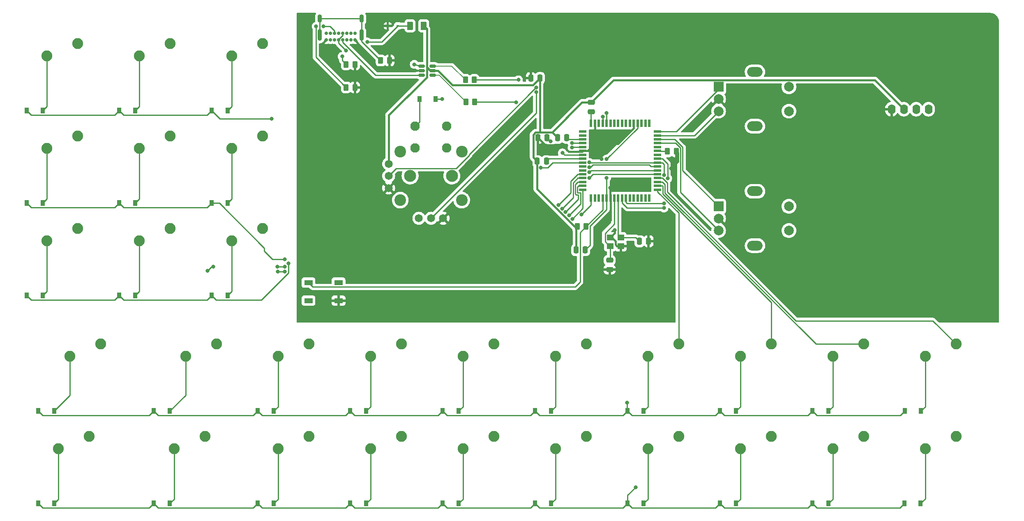
<source format=gbr>
%TF.GenerationSoftware,KiCad,Pcbnew,(6.0.5)*%
%TF.CreationDate,2022-05-16T19:41:58-07:00*%
%TF.ProjectId,3HMouse,33484d6f-7573-4652-9e6b-696361645f70,rev?*%
%TF.SameCoordinates,Original*%
%TF.FileFunction,Copper,L1,Top*%
%TF.FilePolarity,Positive*%
%FSLAX46Y46*%
G04 Gerber Fmt 4.6, Leading zero omitted, Abs format (unit mm)*
G04 Created by KiCad (PCBNEW (6.0.5)) date 2022-05-16 19:41:58*
%MOMM*%
%LPD*%
G01*
G04 APERTURE LIST*
G04 Aperture macros list*
%AMRoundRect*
0 Rectangle with rounded corners*
0 $1 Rounding radius*
0 $2 $3 $4 $5 $6 $7 $8 $9 X,Y pos of 4 corners*
0 Add a 4 corners polygon primitive as box body*
4,1,4,$2,$3,$4,$5,$6,$7,$8,$9,$2,$3,0*
0 Add four circle primitives for the rounded corners*
1,1,$1+$1,$2,$3*
1,1,$1+$1,$4,$5*
1,1,$1+$1,$6,$7*
1,1,$1+$1,$8,$9*
0 Add four rect primitives between the rounded corners*
20,1,$1+$1,$2,$3,$4,$5,0*
20,1,$1+$1,$4,$5,$6,$7,0*
20,1,$1+$1,$6,$7,$8,$9,0*
20,1,$1+$1,$8,$9,$2,$3,0*%
G04 Aperture macros list end*
%TA.AperFunction,SMDPad,CuDef*%
%ADD10RoundRect,0.250000X-0.250000X-0.475000X0.250000X-0.475000X0.250000X0.475000X-0.250000X0.475000X0*%
%TD*%
%TA.AperFunction,SMDPad,CuDef*%
%ADD11RoundRect,0.250000X0.475000X-0.250000X0.475000X0.250000X-0.475000X0.250000X-0.475000X-0.250000X0*%
%TD*%
%TA.AperFunction,ComponentPad*%
%ADD12C,2.250000*%
%TD*%
%TA.AperFunction,SMDPad,CuDef*%
%ADD13R,0.900000X1.200000*%
%TD*%
%TA.AperFunction,SMDPad,CuDef*%
%ADD14RoundRect,0.250000X0.250000X0.475000X-0.250000X0.475000X-0.250000X-0.475000X0.250000X-0.475000X0*%
%TD*%
%TA.AperFunction,WasherPad*%
%ADD15O,3.200000X2.000000*%
%TD*%
%TA.AperFunction,ComponentPad*%
%ADD16R,2.000000X2.000000*%
%TD*%
%TA.AperFunction,ComponentPad*%
%ADD17C,2.000000*%
%TD*%
%TA.AperFunction,SMDPad,CuDef*%
%ADD18RoundRect,0.250000X-0.262500X-0.450000X0.262500X-0.450000X0.262500X0.450000X-0.262500X0.450000X0*%
%TD*%
%TA.AperFunction,SMDPad,CuDef*%
%ADD19R,1.500000X0.550000*%
%TD*%
%TA.AperFunction,SMDPad,CuDef*%
%ADD20R,0.550000X1.500000*%
%TD*%
%TA.AperFunction,SMDPad,CuDef*%
%ADD21RoundRect,0.250000X-0.375000X-0.625000X0.375000X-0.625000X0.375000X0.625000X-0.375000X0.625000X0*%
%TD*%
%TA.AperFunction,ComponentPad*%
%ADD22O,0.900000X1.700000*%
%TD*%
%TA.AperFunction,ComponentPad*%
%ADD23O,0.900000X2.400000*%
%TD*%
%TA.AperFunction,ComponentPad*%
%ADD24C,0.700000*%
%TD*%
%TA.AperFunction,SMDPad,CuDef*%
%ADD25R,1.800000X1.100000*%
%TD*%
%TA.AperFunction,ComponentPad*%
%ADD26C,1.950000*%
%TD*%
%TA.AperFunction,ComponentPad*%
%ADD27C,1.650000*%
%TD*%
%TA.AperFunction,ComponentPad*%
%ADD28C,2.400000*%
%TD*%
%TA.AperFunction,ComponentPad*%
%ADD29C,2.475000*%
%TD*%
%TA.AperFunction,SMDPad,CuDef*%
%ADD30RoundRect,0.250000X-0.475000X0.250000X-0.475000X-0.250000X0.475000X-0.250000X0.475000X0.250000X0*%
%TD*%
%TA.AperFunction,SMDPad,CuDef*%
%ADD31R,1.400000X1.200000*%
%TD*%
%TA.AperFunction,SMDPad,CuDef*%
%ADD32RoundRect,0.250000X0.262500X0.450000X-0.262500X0.450000X-0.262500X-0.450000X0.262500X-0.450000X0*%
%TD*%
%TA.AperFunction,SMDPad,CuDef*%
%ADD33RoundRect,0.150000X-0.512500X-0.150000X0.512500X-0.150000X0.512500X0.150000X-0.512500X0.150000X0*%
%TD*%
%TA.AperFunction,SMDPad,CuDef*%
%ADD34R,0.600000X0.450000*%
%TD*%
%TA.AperFunction,ComponentPad*%
%ADD35O,1.600000X2.000000*%
%TD*%
%TA.AperFunction,ViaPad*%
%ADD36C,0.800000*%
%TD*%
%TA.AperFunction,Conductor*%
%ADD37C,0.254000*%
%TD*%
%TA.AperFunction,Conductor*%
%ADD38C,0.381000*%
%TD*%
%TA.AperFunction,Conductor*%
%ADD39C,0.200000*%
%TD*%
G04 APERTURE END LIST*
D10*
%TO.P,C8,1*%
%TO.N,GND*%
X138623000Y-55626000D03*
%TO.P,C8,2*%
%TO.N,Net-(U1-Pad7)*%
X140523000Y-55626000D03*
%TD*%
D11*
%TO.P,C6,1*%
%TO.N,Net-(U1-Pad64)*%
X149606000Y-50226000D03*
%TO.P,C6,2*%
%TO.N,+5V*%
X149606000Y-48326000D03*
%TD*%
D12*
%TO.P,SW10,1*%
%TO.N,Net-(D10-Pad2)*%
X63658750Y-119697500D03*
%TO.P,SW10,2*%
%TO.N,COL1*%
X70008750Y-117157500D03*
%TD*%
%TO.P,SW28,1*%
%TO.N,Net-(D28-Pad2)*%
X218440000Y-100647500D03*
%TO.P,SW28,2*%
%TO.N,COL9*%
X224790000Y-98107500D03*
%TD*%
%TO.P,SW3,1*%
%TO.N,Net-(D3-Pad2)*%
X37465000Y-76835000D03*
%TO.P,SW3,2*%
%TO.N,COL0*%
X43815000Y-74295000D03*
%TD*%
%TO.P,SW17,1*%
%TO.N,Net-(D17-Pad2)*%
X104140000Y-119697500D03*
%TO.P,SW17,2*%
%TO.N,COL3*%
X110490000Y-117157500D03*
%TD*%
%TO.P,SW5,1*%
%TO.N,Net-(D5-Pad2)*%
X39846250Y-119697500D03*
%TO.P,SW5,2*%
%TO.N,COL0*%
X46196250Y-117157500D03*
%TD*%
%TO.P,SW12,1*%
%TO.N,Net-(D12-Pad2)*%
X75565000Y-57785000D03*
%TO.P,SW12,2*%
%TO.N,COL2*%
X81915000Y-55245000D03*
%TD*%
D13*
%TO.P,D16,1,K*%
%TO.N,ROW3*%
X99950000Y-111918750D03*
%TO.P,D16,2,A*%
%TO.N,Net-(D16-Pad2)*%
X103250000Y-111918750D03*
%TD*%
D12*
%TO.P,SW26,1*%
%TO.N,Net-(D26-Pad2)*%
X199390000Y-100647500D03*
%TO.P,SW26,2*%
%TO.N,COL8*%
X205740000Y-98107500D03*
%TD*%
D14*
%TO.P,C4,1*%
%TO.N,Net-(U1-Pad3)*%
X144587000Y-55626000D03*
%TO.P,C4,2*%
%TO.N,+5V*%
X142687000Y-55626000D03*
%TD*%
D12*
%TO.P,SW9,1*%
%TO.N,Net-(D9-Pad2)*%
X66040000Y-100647500D03*
%TO.P,SW9,2*%
%TO.N,COL1*%
X72390000Y-98107500D03*
%TD*%
D13*
%TO.P,D21,1,K*%
%TO.N,ROW4*%
X138050000Y-130968750D03*
%TO.P,D21,2,A*%
%TO.N,Net-(D21-Pad2)*%
X141350000Y-130968750D03*
%TD*%
D12*
%TO.P,SW16,1*%
%TO.N,Net-(D16-Pad2)*%
X104140000Y-100647500D03*
%TO.P,SW16,2*%
%TO.N,COL3*%
X110490000Y-98107500D03*
%TD*%
%TO.P,SW4,1*%
%TO.N,Net-(D4-Pad2)*%
X42227500Y-100647500D03*
%TO.P,SW4,2*%
%TO.N,COL0*%
X48577500Y-98107500D03*
%TD*%
D13*
%TO.P,D6,1,K*%
%TO.N,ROW0*%
X52325000Y-50006250D03*
%TO.P,D6,2,A*%
%TO.N,Net-(D6-Pad2)*%
X55625000Y-50006250D03*
%TD*%
%TO.P,D19,1,K*%
%TO.N,ROW4*%
X119000000Y-130968750D03*
%TO.P,D19,2,A*%
%TO.N,Net-(D19-Pad2)*%
X122300000Y-130968750D03*
%TD*%
D14*
%TO.P,C5,1*%
%TO.N,Net-(U1-Pad21)*%
X148397000Y-78740000D03*
%TO.P,C5,2*%
%TO.N,+5V*%
X146497000Y-78740000D03*
%TD*%
D13*
%TO.P,D5,1,K*%
%TO.N,ROW4*%
X35656250Y-130968750D03*
%TO.P,D5,2,A*%
%TO.N,Net-(D5-Pad2)*%
X38956250Y-130968750D03*
%TD*%
D14*
%TO.P,C3,1*%
%TO.N,Net-(U1-Pad8)*%
X140396000Y-60452000D03*
%TO.P,C3,2*%
%TO.N,+5V*%
X138496000Y-60452000D03*
%TD*%
D13*
%TO.P,D10,1,K*%
%TO.N,ROW4*%
X59468750Y-130968750D03*
%TO.P,D10,2,A*%
%TO.N,Net-(D10-Pad2)*%
X62768750Y-130968750D03*
%TD*%
D15*
%TO.P,SW31,*%
%TO.N,*%
X183356250Y-42025000D03*
X183356250Y-53225000D03*
D16*
%TO.P,SW31,A,A*%
%TO.N,RE1A*%
X175856250Y-45125000D03*
D17*
%TO.P,SW31,B,B*%
%TO.N,RE1B*%
X175856250Y-50125000D03*
%TO.P,SW31,C,C*%
%TO.N,GND*%
X175856250Y-47625000D03*
%TO.P,SW31,S1*%
%TO.N,N/C*%
X190356250Y-50125000D03*
%TO.P,SW31,S2*%
X190356250Y-45125000D03*
%TD*%
D13*
%TO.P,D22,1,K*%
%TO.N,ROW3*%
X157100000Y-111918750D03*
%TO.P,D22,2,A*%
%TO.N,Net-(D22-Pad2)*%
X160400000Y-111918750D03*
%TD*%
D18*
%TO.P,R2,1*%
%TO.N,D-*%
X123706250Y-43656250D03*
%TO.P,R2,2*%
%TO.N,Net-(R2-Pad2)*%
X125531250Y-43656250D03*
%TD*%
D19*
%TO.P,U1,1,PE6*%
%TO.N,unconnected-(U1-Pad1)*%
X147875000Y-54325000D03*
%TO.P,U1,2,PE7*%
%TO.N,unconnected-(U1-Pad2)*%
X147875000Y-55125000D03*
%TO.P,U1,3,UVCC*%
%TO.N,Net-(U1-Pad3)*%
X147875000Y-55925000D03*
%TO.P,U1,4,D-*%
%TO.N,Net-(R2-Pad2)*%
X147875000Y-56725000D03*
%TO.P,U1,5,D+*%
%TO.N,Net-(R1-Pad2)*%
X147875000Y-57525000D03*
%TO.P,U1,6,UGND*%
%TO.N,GND*%
X147875000Y-58325000D03*
%TO.P,U1,7,UCAP*%
%TO.N,Net-(U1-Pad7)*%
X147875000Y-59125000D03*
%TO.P,U1,8,VBUS*%
%TO.N,Net-(U1-Pad8)*%
X147875000Y-59925000D03*
%TO.P,U1,9,PE3*%
%TO.N,COL10*%
X147875000Y-60725000D03*
%TO.P,U1,10,PB0*%
%TO.N,unconnected-(U1-Pad10)*%
X147875000Y-61525000D03*
%TO.P,U1,11,PB1*%
%TO.N,unconnected-(U1-Pad11)*%
X147875000Y-62325000D03*
%TO.P,U1,12,PB2*%
%TO.N,COL0*%
X147875000Y-63125000D03*
%TO.P,U1,13,PB3*%
%TO.N,COL1*%
X147875000Y-63925000D03*
%TO.P,U1,14,PB4*%
%TO.N,COL2*%
X147875000Y-64725000D03*
%TO.P,U1,15,PB5*%
%TO.N,COL3*%
X147875000Y-65525000D03*
%TO.P,U1,16,PB6*%
%TO.N,COL4*%
X147875000Y-66325000D03*
D20*
%TO.P,U1,17,PB7*%
%TO.N,COL5*%
X149575000Y-68025000D03*
%TO.P,U1,18,PE4*%
%TO.N,unconnected-(U1-Pad18)*%
X150375000Y-68025000D03*
%TO.P,U1,19,PE5*%
%TO.N,unconnected-(U1-Pad19)*%
X151175000Y-68025000D03*
%TO.P,U1,20,~{RESET}*%
%TO.N,Net-(R6-Pad2)*%
X151975000Y-68025000D03*
%TO.P,U1,21,VCC*%
%TO.N,Net-(U1-Pad21)*%
X152775000Y-68025000D03*
%TO.P,U1,22,GND*%
%TO.N,GND*%
X153575000Y-68025000D03*
%TO.P,U1,23,XTAL2*%
%TO.N,Net-(C2-Pad1)*%
X154375000Y-68025000D03*
%TO.P,U1,24,XTAL1*%
%TO.N,Net-(C1-Pad1)*%
X155175000Y-68025000D03*
%TO.P,U1,25,PD0*%
%TO.N,SDA*%
X155975000Y-68025000D03*
%TO.P,U1,26,PD1*%
%TO.N,SCL*%
X156775000Y-68025000D03*
%TO.P,U1,27,PD2*%
%TO.N,unconnected-(U1-Pad27)*%
X157575000Y-68025000D03*
%TO.P,U1,28,PD3*%
%TO.N,unconnected-(U1-Pad28)*%
X158375000Y-68025000D03*
%TO.P,U1,29,PD4*%
%TO.N,unconnected-(U1-Pad29)*%
X159175000Y-68025000D03*
%TO.P,U1,30,PD5*%
%TO.N,unconnected-(U1-Pad30)*%
X159975000Y-68025000D03*
%TO.P,U1,31,PD6*%
%TO.N,unconnected-(U1-Pad31)*%
X160775000Y-68025000D03*
%TO.P,U1,32,PD7*%
%TO.N,unconnected-(U1-Pad32)*%
X161575000Y-68025000D03*
D19*
%TO.P,U1,33,PE0*%
%TO.N,COL6*%
X163275000Y-66325000D03*
%TO.P,U1,34,PE1*%
%TO.N,COL7*%
X163275000Y-65525000D03*
%TO.P,U1,35,PC0*%
%TO.N,COL8*%
X163275000Y-64725000D03*
%TO.P,U1,36,PC1*%
%TO.N,COL9*%
X163275000Y-63925000D03*
%TO.P,U1,37,PC2*%
%TO.N,ROW2*%
X163275000Y-63125000D03*
%TO.P,U1,38,PC3*%
%TO.N,ROW1*%
X163275000Y-62325000D03*
%TO.P,U1,39,PC4*%
%TO.N,ROW0*%
X163275000Y-61525000D03*
%TO.P,U1,40,PC5*%
%TO.N,ROW3*%
X163275000Y-60725000D03*
%TO.P,U1,41,PC6*%
%TO.N,ROW4*%
X163275000Y-59925000D03*
%TO.P,U1,42,PC7*%
%TO.N,unconnected-(U1-Pad42)*%
X163275000Y-59125000D03*
%TO.P,U1,43,PE2/~{HWB}*%
%TO.N,Net-(R5-Pad2)*%
X163275000Y-58325000D03*
%TO.P,U1,44,PA7*%
%TO.N,unconnected-(U1-Pad44)*%
X163275000Y-57525000D03*
%TO.P,U1,45,PA6*%
%TO.N,RE0B*%
X163275000Y-56725000D03*
%TO.P,U1,46,PA5*%
%TO.N,RE0A*%
X163275000Y-55925000D03*
%TO.P,U1,47,PA4*%
%TO.N,RE1B*%
X163275000Y-55125000D03*
%TO.P,U1,48,PA3*%
%TO.N,RE1A*%
X163275000Y-54325000D03*
D20*
%TO.P,U1,49,PA2*%
%TO.N,unconnected-(U1-Pad49)*%
X161575000Y-52625000D03*
%TO.P,U1,50,PA1*%
%TO.N,unconnected-(U1-Pad50)*%
X160775000Y-52625000D03*
%TO.P,U1,51,PA0*%
%TO.N,unconnected-(U1-Pad51)*%
X159975000Y-52625000D03*
%TO.P,U1,52,VCC*%
%TO.N,Net-(U1-Pad21)*%
X159175000Y-52625000D03*
%TO.P,U1,53,GND*%
%TO.N,GND*%
X158375000Y-52625000D03*
%TO.P,U1,54,PF7*%
%TO.N,unconnected-(U1-Pad54)*%
X157575000Y-52625000D03*
%TO.P,U1,55,PF6*%
%TO.N,unconnected-(U1-Pad55)*%
X156775000Y-52625000D03*
%TO.P,U1,56,PF5*%
%TO.N,unconnected-(U1-Pad56)*%
X155975000Y-52625000D03*
%TO.P,U1,57,PF4*%
%TO.N,unconnected-(U1-Pad57)*%
X155175000Y-52625000D03*
%TO.P,U1,58,PF3*%
%TO.N,unconnected-(U1-Pad58)*%
X154375000Y-52625000D03*
%TO.P,U1,59,PF2*%
%TO.N,unconnected-(U1-Pad59)*%
X153575000Y-52625000D03*
%TO.P,U1,60,PF1*%
%TO.N,VER*%
X152775000Y-52625000D03*
%TO.P,U1,61,PF0*%
%TO.N,HOR*%
X151975000Y-52625000D03*
%TO.P,U1,62,AREF*%
%TO.N,unconnected-(U1-Pad62)*%
X151175000Y-52625000D03*
%TO.P,U1,63,GND*%
%TO.N,GND*%
X150375000Y-52625000D03*
%TO.P,U1,64,AVCC*%
%TO.N,Net-(U1-Pad64)*%
X149575000Y-52625000D03*
%TD*%
D12*
%TO.P,SW19,1*%
%TO.N,Net-(D19-Pad2)*%
X123190000Y-119697500D03*
%TO.P,SW19,2*%
%TO.N,COL4*%
X129540000Y-117157500D03*
%TD*%
D18*
%TO.P,R4,1*%
%TO.N,Net-(J1-PadA5)*%
X99100000Y-40481250D03*
%TO.P,R4,2*%
%TO.N,GND*%
X100925000Y-40481250D03*
%TD*%
D13*
%TO.P,D11,1,K*%
%TO.N,ROW0*%
X71375000Y-50006250D03*
%TO.P,D11,2,A*%
%TO.N,Net-(D11-Pad2)*%
X74675000Y-50006250D03*
%TD*%
D21*
%TO.P,F1,1*%
%TO.N,Net-(D36-Pad1)*%
X112293750Y-32543750D03*
%TO.P,F1,2*%
%TO.N,+5V*%
X115093750Y-32543750D03*
%TD*%
D12*
%TO.P,SW18,1*%
%TO.N,Net-(D18-Pad2)*%
X123190000Y-100647500D03*
%TO.P,SW18,2*%
%TO.N,COL4*%
X129540000Y-98107500D03*
%TD*%
D18*
%TO.P,R1,1*%
%TO.N,D+*%
X123801500Y-48260000D03*
%TO.P,R1,2*%
%TO.N,Net-(R1-Pad2)*%
X125626500Y-48260000D03*
%TD*%
D13*
%TO.P,D8,1,K*%
%TO.N,ROW2*%
X52325000Y-88106250D03*
%TO.P,D8,2,A*%
%TO.N,Net-(D8-Pad2)*%
X55625000Y-88106250D03*
%TD*%
D18*
%TO.P,R7,1*%
%TO.N,Net-(J1-PadB5)*%
X99100000Y-45243750D03*
%TO.P,R7,2*%
%TO.N,GND*%
X100925000Y-45243750D03*
%TD*%
D13*
%TO.P,D20,1,K*%
%TO.N,ROW3*%
X138050000Y-111918750D03*
%TO.P,D20,2,A*%
%TO.N,Net-(D20-Pad2)*%
X141350000Y-111918750D03*
%TD*%
%TO.P,D18,1,K*%
%TO.N,ROW3*%
X119000000Y-111918750D03*
%TO.P,D18,2,A*%
%TO.N,Net-(D18-Pad2)*%
X122300000Y-111918750D03*
%TD*%
%TO.P,D17,1,K*%
%TO.N,ROW4*%
X99950000Y-130968750D03*
%TO.P,D17,2,A*%
%TO.N,Net-(D17-Pad2)*%
X103250000Y-130968750D03*
%TD*%
D22*
%TO.P,J1,S1,SHIELD*%
%TO.N,Net-(J1-PadS1)*%
X93665000Y-31073000D03*
X102315000Y-31073000D03*
D23*
X93665000Y-34453000D03*
X102315000Y-34453000D03*
D24*
%TO.P,J1,B12,GND*%
%TO.N,GND*%
X100965000Y-34083000D03*
%TO.P,J1,B9,VBUS*%
%TO.N,Net-(D36-Pad1)*%
X100115000Y-34083000D03*
%TO.P,J1,B8,SBU2*%
%TO.N,unconnected-(J1-PadB8)*%
X99265000Y-34083000D03*
%TO.P,J1,B7,D-*%
%TO.N,D- I*%
X98415000Y-34083000D03*
%TO.P,J1,B6,D+*%
%TO.N,D+ I*%
X97565000Y-34083000D03*
%TO.P,J1,B5,CC2*%
%TO.N,Net-(J1-PadB5)*%
X96715000Y-34083000D03*
%TO.P,J1,B4,VBUS*%
%TO.N,Net-(D36-Pad1)*%
X95865000Y-34083000D03*
%TO.P,J1,B1,GND*%
%TO.N,GND*%
X95015000Y-34083000D03*
%TO.P,J1,A12,GND*%
X95015000Y-35433000D03*
%TO.P,J1,A9,VBUS*%
%TO.N,Net-(D36-Pad1)*%
X95865000Y-35433000D03*
%TO.P,J1,A8,SBU1*%
%TO.N,unconnected-(J1-PadA8)*%
X96715000Y-35433000D03*
%TO.P,J1,A7,D-*%
%TO.N,D- I*%
X97565000Y-35433000D03*
%TO.P,J1,A6,D+*%
%TO.N,D+ I*%
X98415000Y-35433000D03*
%TO.P,J1,A5,CC1*%
%TO.N,Net-(J1-PadA5)*%
X99265000Y-35433000D03*
%TO.P,J1,A4,VBUS*%
%TO.N,Net-(D36-Pad1)*%
X100115000Y-35433000D03*
%TO.P,J1,A1,GND*%
%TO.N,GND*%
X100965000Y-35433000D03*
%TD*%
D25*
%TO.P,SW32,1,1*%
%TO.N,GND*%
X97556250Y-89162500D03*
%TO.P,SW32,2,2*%
%TO.N,Net-(R6-Pad2)*%
X91356250Y-85462500D03*
%TO.P,SW32,3*%
%TO.N,N/C*%
X97556250Y-85462500D03*
%TO.P,SW32,4*%
X91356250Y-89162500D03*
%TD*%
D13*
%TO.P,D28,1,K*%
%TO.N,ROW3*%
X214250000Y-111918750D03*
%TO.P,D28,2,A*%
%TO.N,Net-(D28-Pad2)*%
X217550000Y-111918750D03*
%TD*%
%TO.P,D25,1,K*%
%TO.N,ROW4*%
X176150000Y-130968750D03*
%TO.P,D25,2,A*%
%TO.N,Net-(D25-Pad2)*%
X179450000Y-130968750D03*
%TD*%
%TO.P,D9,1,K*%
%TO.N,ROW3*%
X59468750Y-111918750D03*
%TO.P,D9,2,A*%
%TO.N,Net-(D9-Pad2)*%
X62768750Y-111918750D03*
%TD*%
D12*
%TO.P,SW23,1*%
%TO.N,Net-(D23-Pad2)*%
X161290000Y-119697500D03*
%TO.P,SW23,2*%
%TO.N,COL6*%
X167640000Y-117157500D03*
%TD*%
%TO.P,SW24,1*%
%TO.N,Net-(D24-Pad2)*%
X180340000Y-100647500D03*
%TO.P,SW24,2*%
%TO.N,COL7*%
X186690000Y-98107500D03*
%TD*%
D13*
%TO.P,D15,1,K*%
%TO.N,ROW4*%
X80900000Y-130968750D03*
%TO.P,D15,2,A*%
%TO.N,Net-(D15-Pad2)*%
X84200000Y-130968750D03*
%TD*%
D12*
%TO.P,SW14,1*%
%TO.N,Net-(D14-Pad2)*%
X85090000Y-100647500D03*
%TO.P,SW14,2*%
%TO.N,COL2*%
X91440000Y-98107500D03*
%TD*%
%TO.P,SW29,1*%
%TO.N,Net-(D29-Pad2)*%
X218440000Y-119697500D03*
%TO.P,SW29,2*%
%TO.N,COL9*%
X224790000Y-117157500D03*
%TD*%
%TO.P,SW2,1*%
%TO.N,Net-(D2-Pad2)*%
X37465000Y-57785000D03*
%TO.P,SW2,2*%
%TO.N,COL0*%
X43815000Y-55245000D03*
%TD*%
%TO.P,SW22,1*%
%TO.N,Net-(D22-Pad2)*%
X161290000Y-100647500D03*
%TO.P,SW22,2*%
%TO.N,COL6*%
X167640000Y-98107500D03*
%TD*%
D18*
%TO.P,R6,1*%
%TO.N,+5V*%
X146725000Y-73914000D03*
%TO.P,R6,2*%
%TO.N,Net-(R6-Pad2)*%
X148550000Y-73914000D03*
%TD*%
D10*
%TO.P,C7,1*%
%TO.N,GND*%
X137162500Y-43307000D03*
%TO.P,C7,2*%
%TO.N,+5V*%
X139062500Y-43307000D03*
%TD*%
D13*
%TO.P,D35,1,K*%
%TO.N,ROW3*%
X117537500Y-47625000D03*
%TO.P,D35,2,A*%
%TO.N,Net-(S1-PadD1)*%
X114237500Y-47625000D03*
%TD*%
%TO.P,D23,1,K*%
%TO.N,ROW4*%
X157100000Y-130968750D03*
%TO.P,D23,2,A*%
%TO.N,Net-(D23-Pad2)*%
X160400000Y-130968750D03*
%TD*%
%TO.P,D14,1,K*%
%TO.N,ROW3*%
X80900000Y-111918750D03*
%TO.P,D14,2,A*%
%TO.N,Net-(D14-Pad2)*%
X84200000Y-111918750D03*
%TD*%
D12*
%TO.P,SW27,1*%
%TO.N,Net-(D27-Pad2)*%
X199390000Y-119697500D03*
%TO.P,SW27,2*%
%TO.N,COL8*%
X205740000Y-117157500D03*
%TD*%
D18*
%TO.P,R3,1*%
%TO.N,Net-(J1-PadS1)*%
X106243750Y-39687500D03*
%TO.P,R3,2*%
%TO.N,GND*%
X108068750Y-39687500D03*
%TD*%
D13*
%TO.P,D4,1,K*%
%TO.N,ROW3*%
X35656250Y-111918750D03*
%TO.P,D4,2,A*%
%TO.N,Net-(D4-Pad2)*%
X38956250Y-111918750D03*
%TD*%
D26*
%TO.P,S1,A1,A1*%
%TO.N,unconnected-(S1-PadA1)*%
X119856250Y-57716250D03*
D27*
%TO.P,S1,A11,A11*%
%TO.N,+5V*%
X107876250Y-60966250D03*
%TO.P,S1,A12,A12*%
%TO.N,VER*%
X107876250Y-63466250D03*
%TO.P,S1,A13,A13*%
%TO.N,GND*%
X107876250Y-65966250D03*
D26*
%TO.P,S1,B1,B1*%
%TO.N,unconnected-(S1-PadB1)*%
X119856250Y-53216250D03*
D27*
%TO.P,S1,B11,B11*%
%TO.N,+5V*%
X114106250Y-72196250D03*
%TO.P,S1,B12,B12*%
%TO.N,HOR*%
X116606250Y-72196250D03*
%TO.P,S1,B13,B13*%
%TO.N,GND*%
X119106250Y-72196250D03*
D26*
%TO.P,S1,C1,C1*%
%TO.N,COL10*%
X113356250Y-57716250D03*
%TO.P,S1,D1,D1*%
%TO.N,Net-(S1-PadD1)*%
X113356250Y-53216250D03*
D28*
%TO.P,S1,MH1,MH1*%
%TO.N,unconnected-(S1-PadMH1)*%
X122931250Y-58466250D03*
%TO.P,S1,MH2,MH2*%
%TO.N,unconnected-(S1-PadMH2)*%
X122931250Y-68466250D03*
%TO.P,S1,MH3,MH3*%
%TO.N,unconnected-(S1-PadMH3)*%
X110281250Y-58466250D03*
%TO.P,S1,MH4,MH4*%
%TO.N,unconnected-(S1-PadMH4)*%
X110281250Y-68466250D03*
D29*
%TO.P,S1,MH5,MH5*%
%TO.N,unconnected-(S1-PadMH5)*%
X120906250Y-63466250D03*
%TO.P,S1,MH6,MH6*%
%TO.N,unconnected-(S1-PadMH6)*%
X112306250Y-63466250D03*
%TD*%
D12*
%TO.P,SW20,1*%
%TO.N,Net-(D20-Pad2)*%
X142240000Y-100647500D03*
%TO.P,SW20,2*%
%TO.N,COL5*%
X148590000Y-98107500D03*
%TD*%
D30*
%TO.P,C2,1*%
%TO.N,Net-(C2-Pad1)*%
X153416000Y-80838000D03*
%TO.P,C2,2*%
%TO.N,GND*%
X153416000Y-82738000D03*
%TD*%
D13*
%TO.P,D3,1,K*%
%TO.N,ROW2*%
X33275000Y-88106250D03*
%TO.P,D3,2,A*%
%TO.N,Net-(D3-Pad2)*%
X36575000Y-88106250D03*
%TD*%
D10*
%TO.P,C1,1*%
%TO.N,Net-(C1-Pad1)*%
X159543750Y-76930250D03*
%TO.P,C1,2*%
%TO.N,GND*%
X161443750Y-76930250D03*
%TD*%
D12*
%TO.P,SW8,1*%
%TO.N,Net-(D8-Pad2)*%
X56515000Y-76835000D03*
%TO.P,SW8,2*%
%TO.N,COL1*%
X62865000Y-74295000D03*
%TD*%
%TO.P,SW21,1*%
%TO.N,Net-(D21-Pad2)*%
X142240000Y-119697500D03*
%TO.P,SW21,2*%
%TO.N,COL5*%
X148590000Y-117157500D03*
%TD*%
D31*
%TO.P,Y1,1,1*%
%TO.N,Net-(C1-Pad1)*%
X155702000Y-76200000D03*
%TO.P,Y1,2,2*%
%TO.N,GND*%
X153502000Y-76200000D03*
%TO.P,Y1,3,3*%
%TO.N,Net-(C2-Pad1)*%
X153502000Y-77900000D03*
%TO.P,Y1,4,4*%
%TO.N,GND*%
X155702000Y-77900000D03*
%TD*%
D12*
%TO.P,SW1,1*%
%TO.N,Net-(D1-Pad2)*%
X37465000Y-38735000D03*
%TO.P,SW1,2*%
%TO.N,COL0*%
X43815000Y-36195000D03*
%TD*%
%TO.P,SW13,1*%
%TO.N,Net-(D13-Pad2)*%
X75565000Y-76835000D03*
%TO.P,SW13,2*%
%TO.N,COL2*%
X81915000Y-74295000D03*
%TD*%
D13*
%TO.P,D29,1,K*%
%TO.N,ROW4*%
X214187500Y-130968750D03*
%TO.P,D29,2,A*%
%TO.N,Net-(D29-Pad2)*%
X217487500Y-130968750D03*
%TD*%
%TO.P,D2,1,K*%
%TO.N,ROW1*%
X33275000Y-69056250D03*
%TO.P,D2,2,A*%
%TO.N,Net-(D2-Pad2)*%
X36575000Y-69056250D03*
%TD*%
D12*
%TO.P,SW7,1*%
%TO.N,Net-(D7-Pad2)*%
X56515000Y-57785000D03*
%TO.P,SW7,2*%
%TO.N,COL1*%
X62865000Y-55245000D03*
%TD*%
D32*
%TO.P,R5,1*%
%TO.N,GND*%
X167155500Y-58420000D03*
%TO.P,R5,2*%
%TO.N,Net-(R5-Pad2)*%
X165330500Y-58420000D03*
%TD*%
D15*
%TO.P,SW30,*%
%TO.N,*%
X183356250Y-66631250D03*
X183356250Y-77831250D03*
D16*
%TO.P,SW30,A,A*%
%TO.N,RE0A*%
X175856250Y-69731250D03*
D17*
%TO.P,SW30,B,B*%
%TO.N,RE0B*%
X175856250Y-74731250D03*
%TO.P,SW30,C,C*%
%TO.N,GND*%
X175856250Y-72231250D03*
%TO.P,SW30,S1*%
%TO.N,N/C*%
X190356250Y-74731250D03*
%TO.P,SW30,S2*%
X190356250Y-69731250D03*
%TD*%
D12*
%TO.P,SW15,1*%
%TO.N,Net-(D15-Pad2)*%
X85090000Y-119697500D03*
%TO.P,SW15,2*%
%TO.N,COL2*%
X91440000Y-117157500D03*
%TD*%
D13*
%TO.P,D24,1,K*%
%TO.N,ROW3*%
X176150000Y-111918750D03*
%TO.P,D24,2,A*%
%TO.N,Net-(D24-Pad2)*%
X179450000Y-111918750D03*
%TD*%
%TO.P,D27,1,K*%
%TO.N,ROW4*%
X195200000Y-130968750D03*
%TO.P,D27,2,A*%
%TO.N,Net-(D27-Pad2)*%
X198500000Y-130968750D03*
%TD*%
D12*
%TO.P,SW11,1*%
%TO.N,Net-(D11-Pad2)*%
X75565000Y-38735000D03*
%TO.P,SW11,2*%
%TO.N,COL2*%
X81915000Y-36195000D03*
%TD*%
D13*
%TO.P,D26,1,K*%
%TO.N,ROW3*%
X195200000Y-111918750D03*
%TO.P,D26,2,A*%
%TO.N,Net-(D26-Pad2)*%
X198500000Y-111918750D03*
%TD*%
%TO.P,D13,1,K*%
%TO.N,ROW2*%
X71375000Y-88106250D03*
%TO.P,D13,2,A*%
%TO.N,Net-(D13-Pad2)*%
X74675000Y-88106250D03*
%TD*%
D33*
%TO.P,U2,1,I/O1*%
%TO.N,D- I*%
X114686500Y-40833000D03*
%TO.P,U2,2,GND*%
%TO.N,GND*%
X114686500Y-41783000D03*
%TO.P,U2,3,I/O2*%
%TO.N,D+ I*%
X114686500Y-42733000D03*
%TO.P,U2,4,I/O2*%
%TO.N,D+*%
X116961500Y-42733000D03*
%TO.P,U2,5,VBUS*%
%TO.N,+5V*%
X116961500Y-41783000D03*
%TO.P,U2,6,I/O1*%
%TO.N,D-*%
X116961500Y-40833000D03*
%TD*%
D34*
%TO.P,D36,1,A1*%
%TO.N,Net-(D36-Pad1)*%
X109793750Y-32543750D03*
%TO.P,D36,2,A2*%
%TO.N,GND*%
X107693750Y-32543750D03*
%TD*%
D12*
%TO.P,SW6,1*%
%TO.N,Net-(D6-Pad2)*%
X56515000Y-38735000D03*
%TO.P,SW6,2*%
%TO.N,COL1*%
X62865000Y-36195000D03*
%TD*%
D13*
%TO.P,D12,1,K*%
%TO.N,ROW1*%
X71375000Y-69056250D03*
%TO.P,D12,2,A*%
%TO.N,Net-(D12-Pad2)*%
X74675000Y-69056250D03*
%TD*%
%TO.P,D1,1,K*%
%TO.N,ROW0*%
X33275000Y-50006250D03*
%TO.P,D1,2,A*%
%TO.N,Net-(D1-Pad2)*%
X36575000Y-50006250D03*
%TD*%
D35*
%TO.P,Brd1,1,GND*%
%TO.N,GND*%
X211486250Y-49725000D03*
%TO.P,Brd1,2,VCC*%
%TO.N,+5V*%
X214026250Y-49725000D03*
%TO.P,Brd1,3,SCL*%
%TO.N,SCL*%
X216566250Y-49725000D03*
%TO.P,Brd1,4,SDA*%
%TO.N,SDA*%
X219106250Y-49725000D03*
%TD*%
D12*
%TO.P,SW25,1*%
%TO.N,Net-(D25-Pad2)*%
X180340000Y-119697500D03*
%TO.P,SW25,2*%
%TO.N,COL7*%
X186690000Y-117157500D03*
%TD*%
D13*
%TO.P,D7,1,K*%
%TO.N,ROW1*%
X52325000Y-69056250D03*
%TO.P,D7,2,A*%
%TO.N,Net-(D7-Pad2)*%
X55625000Y-69056250D03*
%TD*%
D36*
%TO.N,GND*%
X153501500Y-65881250D03*
X151775497Y-59998500D03*
X166098214Y-61912500D03*
X153193750Y-73025000D03*
X154448500Y-74612500D03*
%TO.N,ROW0*%
X83766500Y-51689000D03*
X149225155Y-61705502D03*
%TO.N,ROW1*%
X86451500Y-80645000D03*
X149225000Y-62738000D03*
%TO.N,ROW2*%
X149225000Y-63881000D03*
X87218920Y-81458997D03*
%TO.N,ROW3*%
X164624502Y-63259447D03*
X156972000Y-110236000D03*
X149224502Y-60706000D03*
X118872000Y-47625000D03*
%TO.N,ROW4*%
X165371714Y-63990286D03*
X158750000Y-127635000D03*
%TO.N,Net-(R1-Pad2)*%
X145669000Y-57658000D03*
X134148815Y-48296814D03*
%TO.N,Net-(R2-Pad2)*%
X145669000Y-56651500D03*
X134620000Y-43688000D03*
%TO.N,COL0*%
X71760714Y-82163286D03*
X86451500Y-82185497D03*
X142892954Y-69512724D03*
X84958619Y-82186293D03*
X70542786Y-83000214D03*
%TO.N,COL1*%
X143599709Y-70219479D03*
X86451500Y-83185000D03*
X84998500Y-83185000D03*
%TO.N,COL2*%
X144306464Y-70926234D03*
%TO.N,COL3*%
X145028970Y-71616879D03*
%TO.N,COL4*%
X145719615Y-72339385D03*
%TO.N,COL5*%
X147643214Y-71443214D03*
%TO.N,Net-(U1-Pad7)*%
X143668750Y-58737500D03*
X141287500Y-56356250D03*
%TO.N,SDA*%
X164592723Y-70092987D03*
%TO.N,SCL*%
X164586496Y-69093504D03*
%TO.N,VER*%
X138272500Y-45228497D03*
X152781000Y-50546000D03*
%TO.N,HOR*%
X138272500Y-46228000D03*
X152019000Y-51275498D03*
%TO.N,Net-(U1-Pad21)*%
X152775000Y-59998500D03*
X152781000Y-63851500D03*
%TO.N,Net-(D36-Pad1)*%
X103451339Y-35867661D03*
%TO.N,Net-(J1-PadA5)*%
X98298000Y-38862000D03*
%TO.N,D- I*%
X113157000Y-40481250D03*
X99119299Y-37659701D03*
%TO.N,Net-(J1-PadB5)*%
X92938500Y-32639000D03*
X94391500Y-32639000D03*
%TO.N,COL10*%
X139220000Y-61740466D03*
%TD*%
D37*
%TO.N,Net-(C1-Pad1)*%
X158813500Y-76200000D02*
X155702000Y-76200000D01*
X155175000Y-68025000D02*
X155175000Y-75673000D01*
X159543750Y-76930250D02*
X158813500Y-76200000D01*
X155175000Y-75673000D02*
X155702000Y-76200000D01*
D38*
%TO.N,GND*%
X147875000Y-58325000D02*
X147751989Y-58448011D01*
X143665011Y-57146261D02*
X140143261Y-57146261D01*
X148880022Y-58325000D02*
X147875000Y-58325000D01*
X154448500Y-74612500D02*
X154448500Y-75253500D01*
X150101997Y-58325000D02*
X151775497Y-59998500D01*
X153501500Y-67951500D02*
X153575000Y-68025000D01*
X147875000Y-58325000D02*
X150101997Y-58325000D01*
X150375000Y-52625000D02*
X150375000Y-56830022D01*
X144966761Y-58448011D02*
X143665011Y-57146261D01*
X155175000Y-56830022D02*
X150375000Y-56830022D01*
X154611989Y-77618239D02*
X154893750Y-77900000D01*
X158375000Y-53630022D02*
X155175000Y-56830022D01*
X154448500Y-75253500D02*
X153502000Y-76200000D01*
X153575000Y-68025000D02*
X153575000Y-72643750D01*
X153902000Y-76200000D02*
X154611989Y-76909989D01*
X154893750Y-77900000D02*
X155702000Y-77900000D01*
X158375000Y-52625000D02*
X158375000Y-53630022D01*
X147751989Y-58448011D02*
X144966761Y-58448011D01*
X154611989Y-76909989D02*
X154611989Y-77618239D01*
X153502000Y-76200000D02*
X153902000Y-76200000D01*
X167477500Y-60533214D02*
X166098214Y-61912500D01*
X140143261Y-57146261D02*
X138623000Y-55626000D01*
X167155500Y-58420000D02*
X167163750Y-58420000D01*
X167163750Y-58420000D02*
X167477500Y-58733750D01*
X167477500Y-58733750D02*
X167477500Y-60533214D01*
X153501500Y-65881250D02*
X153501500Y-67951500D01*
X150375000Y-56830022D02*
X148880022Y-58325000D01*
X153575000Y-72643750D02*
X153193750Y-73025000D01*
D37*
%TO.N,Net-(C2-Pad1)*%
X152475489Y-75273489D02*
X152475489Y-76973489D01*
X153402000Y-77900000D02*
X153502000Y-77900000D01*
X153502000Y-80752000D02*
X153502000Y-77900000D01*
X152475489Y-76973489D02*
X153402000Y-77900000D01*
X153416000Y-80838000D02*
X153502000Y-80752000D01*
X154375000Y-73373978D02*
X152475489Y-75273489D01*
X154375000Y-68025000D02*
X154375000Y-73373978D01*
D38*
%TO.N,+5V*%
X138107896Y-54510980D02*
X137668000Y-54950876D01*
X116961500Y-41783000D02*
X116485297Y-41783000D01*
X139062500Y-54409460D02*
X139164020Y-54510980D01*
X115739020Y-43106683D02*
X115739020Y-41036723D01*
X146497000Y-74142000D02*
X146725000Y-73914000D01*
X208036239Y-43734989D02*
X214026250Y-49725000D01*
X146725000Y-73914000D02*
X146177000Y-73914000D01*
X146177000Y-73914000D02*
X138430000Y-66167000D01*
X116485297Y-41783000D02*
X115739020Y-41036723D01*
X141571980Y-54510980D02*
X141571980Y-54484270D01*
X146497000Y-78740000D02*
X146497000Y-74142000D01*
X118017492Y-41783000D02*
X120980762Y-44746270D01*
X139164020Y-54510980D02*
X138107896Y-54510980D01*
X115739020Y-33189020D02*
X115093750Y-32543750D01*
X107876250Y-50969453D02*
X115739020Y-43106683D01*
X139062500Y-43307000D02*
X139062500Y-54409460D01*
X154197011Y-43734989D02*
X208036239Y-43734989D01*
X137668000Y-54950876D02*
X137668000Y-59624000D01*
X137668000Y-59624000D02*
X138496000Y-60452000D01*
X138430000Y-66167000D02*
X138430000Y-60518000D01*
X138430000Y-60518000D02*
X138496000Y-60452000D01*
X147730250Y-48326000D02*
X149606000Y-48326000D01*
X137623230Y-44746270D02*
X139062500Y-43307000D01*
X120980762Y-44746270D02*
X137623230Y-44746270D01*
X149606000Y-48326000D02*
X154197011Y-43734989D01*
X115739020Y-41036723D02*
X115739020Y-33189020D01*
X142687000Y-55626000D02*
X141571980Y-54510980D01*
X107876250Y-60966250D02*
X107876250Y-50969453D01*
X141571980Y-54484270D02*
X147730250Y-48326000D01*
X141571980Y-54510980D02*
X139164020Y-54510980D01*
X116961500Y-41783000D02*
X118017492Y-41783000D01*
D37*
%TO.N,ROW0*%
X149460018Y-61705502D02*
X149987000Y-61178520D01*
X73057750Y-51689000D02*
X71375000Y-50006250D01*
X34201511Y-50932761D02*
X33275000Y-50006250D01*
X70448489Y-50932761D02*
X53251511Y-50932761D01*
X83766500Y-51689000D02*
X73057750Y-51689000D01*
X149987000Y-61178520D02*
X161544000Y-61178520D01*
X53251511Y-50932761D02*
X52325000Y-50006250D01*
X161890480Y-61525000D02*
X161544000Y-61178520D01*
X52325000Y-50006250D02*
X51398489Y-50932761D01*
X71375000Y-50006250D02*
X70448489Y-50932761D01*
X51398489Y-50932761D02*
X34201511Y-50932761D01*
X149225155Y-61705502D02*
X149460018Y-61705502D01*
X163275000Y-61525000D02*
X161890480Y-61525000D01*
%TO.N,Net-(D1-Pad2)*%
X37465000Y-49116250D02*
X36575000Y-50006250D01*
X37465000Y-38735000D02*
X37465000Y-49116250D01*
%TO.N,ROW1*%
X70448489Y-69982761D02*
X53251511Y-69982761D01*
X83955081Y-80645000D02*
X82280489Y-78970408D01*
X52325000Y-69056250D02*
X51398489Y-69982761D01*
X82280489Y-78970408D02*
X82280489Y-78359000D01*
X34201511Y-69982761D02*
X33275000Y-69056250D01*
X149638000Y-62325000D02*
X149225000Y-62738000D01*
X82280489Y-78359000D02*
X72977739Y-69056250D01*
X86451500Y-80645000D02*
X83955081Y-80645000D01*
X163275000Y-62325000D02*
X149638000Y-62325000D01*
X53251511Y-69982761D02*
X52325000Y-69056250D01*
X72977739Y-69056250D02*
X71375000Y-69056250D01*
X71375000Y-69056250D02*
X70448489Y-69982761D01*
X51398489Y-69982761D02*
X34201511Y-69982761D01*
%TO.N,Net-(D2-Pad2)*%
X37465000Y-68166250D02*
X36575000Y-69056250D01*
X37465000Y-57785000D02*
X37465000Y-68166250D01*
%TO.N,ROW2*%
X149981000Y-63125000D02*
X149225000Y-63881000D01*
X81631182Y-89032761D02*
X72301511Y-89032761D01*
X87218920Y-81458997D02*
X87218920Y-83445023D01*
X87218920Y-83445023D02*
X81631182Y-89032761D01*
X34201511Y-89032761D02*
X33275000Y-88106250D01*
X70448489Y-89032761D02*
X53251511Y-89032761D01*
X52325000Y-88106250D02*
X51398489Y-89032761D01*
X71375000Y-88106250D02*
X70448489Y-89032761D01*
X51398489Y-89032761D02*
X34201511Y-89032761D01*
X53251511Y-89032761D02*
X52325000Y-88106250D01*
X163275000Y-63125000D02*
X149981000Y-63125000D01*
X72301511Y-89032761D02*
X71375000Y-88106250D01*
%TO.N,Net-(D3-Pad2)*%
X37465000Y-87216250D02*
X36575000Y-88106250D01*
X37465000Y-76835000D02*
X37465000Y-87216250D01*
%TO.N,ROW3*%
X164279000Y-60725000D02*
X164624502Y-61070502D01*
X175223489Y-112845261D02*
X158026511Y-112845261D01*
X176150000Y-111918750D02*
X175223489Y-112845261D01*
X163275000Y-60725000D02*
X149243502Y-60725000D01*
X163275000Y-60725000D02*
X164279000Y-60725000D01*
X119000000Y-111918750D02*
X118073489Y-112845261D01*
X177076511Y-112845261D02*
X176150000Y-111918750D01*
X158026511Y-112845261D02*
X157100000Y-111918750D01*
X164624502Y-61070502D02*
X164624502Y-63259447D01*
X118872000Y-47625000D02*
X117537500Y-47625000D01*
X195200000Y-111918750D02*
X194273489Y-112845261D01*
X99023489Y-112845261D02*
X81826511Y-112845261D01*
X213323489Y-112845261D02*
X196126511Y-112845261D01*
X214250000Y-111918750D02*
X213323489Y-112845261D01*
X118073489Y-112845261D02*
X100876511Y-112845261D01*
X157100000Y-111918750D02*
X156173489Y-112845261D01*
X58542239Y-112845261D02*
X36582761Y-112845261D01*
X36582761Y-112845261D02*
X35656250Y-111918750D01*
X79973489Y-112845261D02*
X60395261Y-112845261D01*
X81826511Y-112845261D02*
X80900000Y-111918750D01*
X138976511Y-112845261D02*
X138050000Y-111918750D01*
X156173489Y-112845261D02*
X138976511Y-112845261D01*
X138050000Y-111918750D02*
X137123489Y-112845261D01*
X156972000Y-110236000D02*
X156972000Y-111790750D01*
X100876511Y-112845261D02*
X99950000Y-111918750D01*
X194273489Y-112845261D02*
X177076511Y-112845261D01*
X60395261Y-112845261D02*
X59468750Y-111918750D01*
X59468750Y-111918750D02*
X58542239Y-112845261D01*
X196126511Y-112845261D02*
X195200000Y-111918750D01*
X80900000Y-111918750D02*
X79973489Y-112845261D01*
X99950000Y-111918750D02*
X99023489Y-112845261D01*
X137123489Y-112845261D02*
X119926511Y-112845261D01*
X149243502Y-60725000D02*
X149224502Y-60706000D01*
X119926511Y-112845261D02*
X119000000Y-111918750D01*
X156972000Y-111790750D02*
X157100000Y-111918750D01*
%TO.N,Net-(D4-Pad2)*%
X42227500Y-108647500D02*
X38956250Y-111918750D01*
X42227500Y-100647500D02*
X42227500Y-108647500D01*
%TO.N,ROW4*%
X80900000Y-130968750D02*
X79973489Y-131895261D01*
X138976511Y-131895261D02*
X138050000Y-130968750D01*
X165371714Y-61017714D02*
X165371714Y-63990286D01*
X214187500Y-130968750D02*
X213260989Y-131895261D01*
X119000000Y-130968750D02*
X118073489Y-131895261D01*
X176150000Y-130968750D02*
X175223489Y-131895261D01*
X156173489Y-131895261D02*
X138976511Y-131895261D01*
X195200000Y-130968750D02*
X194273489Y-131895261D01*
X138050000Y-130968750D02*
X137123489Y-131895261D01*
X196126511Y-131895261D02*
X195200000Y-130968750D01*
X213260989Y-131895261D02*
X196126511Y-131895261D01*
X100876511Y-131895261D02*
X99950000Y-130968750D01*
X157100000Y-130968750D02*
X156173489Y-131895261D01*
X79973489Y-131895261D02*
X60395261Y-131895261D01*
X158026511Y-131895261D02*
X157100000Y-130968750D01*
X60395261Y-131895261D02*
X59468750Y-130968750D01*
X36582761Y-131895261D02*
X35656250Y-130968750D01*
X81826511Y-131895261D02*
X80900000Y-130968750D01*
X158750000Y-127635000D02*
X157100000Y-129285000D01*
X119926511Y-131895261D02*
X119000000Y-130968750D01*
X58542239Y-131895261D02*
X36582761Y-131895261D01*
X59468750Y-130968750D02*
X58542239Y-131895261D01*
X137123489Y-131895261D02*
X119926511Y-131895261D01*
X177076511Y-131895261D02*
X176150000Y-130968750D01*
X194273489Y-131895261D02*
X177076511Y-131895261D01*
X118073489Y-131895261D02*
X100876511Y-131895261D01*
X99023489Y-131895261D02*
X81826511Y-131895261D01*
X164279000Y-59925000D02*
X165371714Y-61017714D01*
X175223489Y-131895261D02*
X158026511Y-131895261D01*
X99950000Y-130968750D02*
X99023489Y-131895261D01*
X163275000Y-59925000D02*
X164279000Y-59925000D01*
X157100000Y-129285000D02*
X157100000Y-130968750D01*
%TO.N,Net-(D5-Pad2)*%
X39846250Y-119697500D02*
X39846250Y-130078750D01*
X39846250Y-130078750D02*
X38956250Y-130968750D01*
%TO.N,Net-(D6-Pad2)*%
X56515000Y-38735000D02*
X56515000Y-49116250D01*
X56515000Y-49116250D02*
X55625000Y-50006250D01*
%TO.N,Net-(D7-Pad2)*%
X56515000Y-57785000D02*
X56515000Y-68166250D01*
X56515000Y-68166250D02*
X55625000Y-69056250D01*
%TO.N,Net-(D8-Pad2)*%
X56515000Y-76835000D02*
X56515000Y-87216250D01*
X56515000Y-87216250D02*
X55625000Y-88106250D01*
%TO.N,Net-(D9-Pad2)*%
X66040000Y-108647500D02*
X62768750Y-111918750D01*
X66040000Y-100647500D02*
X66040000Y-108647500D01*
%TO.N,Net-(D10-Pad2)*%
X63658750Y-119697500D02*
X63658750Y-130078750D01*
X63658750Y-130078750D02*
X62768750Y-130968750D01*
%TO.N,Net-(D11-Pad2)*%
X75565000Y-38735000D02*
X75565000Y-49116250D01*
X75565000Y-49116250D02*
X74675000Y-50006250D01*
%TO.N,Net-(D12-Pad2)*%
X75565000Y-68166250D02*
X74675000Y-69056250D01*
X75565000Y-57785000D02*
X75565000Y-68166250D01*
%TO.N,Net-(D13-Pad2)*%
X75565000Y-76835000D02*
X75565000Y-87216250D01*
X75565000Y-87216250D02*
X74675000Y-88106250D01*
%TO.N,Net-(D14-Pad2)*%
X85090000Y-111028750D02*
X84200000Y-111918750D01*
X85090000Y-100647500D02*
X85090000Y-111028750D01*
%TO.N,Net-(D15-Pad2)*%
X85090000Y-130078750D02*
X84200000Y-130968750D01*
X85090000Y-119697500D02*
X85090000Y-130078750D01*
%TO.N,Net-(D16-Pad2)*%
X104140000Y-111028750D02*
X103250000Y-111918750D01*
X104140000Y-100647500D02*
X104140000Y-111028750D01*
%TO.N,Net-(D17-Pad2)*%
X104140000Y-119697500D02*
X104140000Y-130078750D01*
X104140000Y-130078750D02*
X103250000Y-130968750D01*
%TO.N,Net-(D18-Pad2)*%
X123190000Y-100647500D02*
X123190000Y-111028750D01*
X123190000Y-111028750D02*
X122300000Y-111918750D01*
%TO.N,Net-(D19-Pad2)*%
X123190000Y-130078750D02*
X122300000Y-130968750D01*
X123190000Y-119697500D02*
X123190000Y-130078750D01*
%TO.N,Net-(D20-Pad2)*%
X142240000Y-100647500D02*
X142240000Y-111028750D01*
X142240000Y-111028750D02*
X141350000Y-111918750D01*
%TO.N,Net-(D21-Pad2)*%
X142240000Y-130078750D02*
X141350000Y-130968750D01*
X142240000Y-119697500D02*
X142240000Y-130078750D01*
%TO.N,Net-(D22-Pad2)*%
X161290000Y-111028750D02*
X160400000Y-111918750D01*
X161290000Y-100647500D02*
X161290000Y-111028750D01*
%TO.N,Net-(D23-Pad2)*%
X161290000Y-119697500D02*
X161290000Y-130078750D01*
X161290000Y-130078750D02*
X160400000Y-130968750D01*
%TO.N,Net-(D24-Pad2)*%
X180340000Y-111028750D02*
X179450000Y-111918750D01*
X180340000Y-100647500D02*
X180340000Y-111028750D01*
%TO.N,Net-(D25-Pad2)*%
X180340000Y-119697500D02*
X180340000Y-130078750D01*
X180340000Y-130078750D02*
X179450000Y-130968750D01*
%TO.N,Net-(D26-Pad2)*%
X199390000Y-100647500D02*
X199390000Y-111028750D01*
X199390000Y-111028750D02*
X198500000Y-111918750D01*
%TO.N,Net-(D27-Pad2)*%
X199390000Y-130078750D02*
X198500000Y-130968750D01*
X199390000Y-119697500D02*
X199390000Y-130078750D01*
%TO.N,Net-(D28-Pad2)*%
X218440000Y-111028750D02*
X217550000Y-111918750D01*
X218440000Y-100647500D02*
X218440000Y-111028750D01*
%TO.N,Net-(D29-Pad2)*%
X218440000Y-130016250D02*
X217487500Y-130968750D01*
X218440000Y-119697500D02*
X218440000Y-130016250D01*
D39*
%TO.N,D+*%
X116961500Y-42733000D02*
X118274500Y-42733000D01*
X118274500Y-42733000D02*
X123801500Y-48260000D01*
%TO.N,D-*%
X120883000Y-40833000D02*
X123706250Y-43656250D01*
X116961500Y-40833000D02*
X120883000Y-40833000D01*
D37*
%TO.N,Net-(R1-Pad2)*%
X134112001Y-48260000D02*
X134148815Y-48296814D01*
X145802000Y-57525000D02*
X145669000Y-57658000D01*
X147875000Y-57525000D02*
X145802000Y-57525000D01*
X125626500Y-48260000D02*
X134112001Y-48260000D01*
%TO.N,Net-(R2-Pad2)*%
X145742500Y-56725000D02*
X145669000Y-56651500D01*
X125563000Y-43688000D02*
X125531250Y-43656250D01*
X147875000Y-56725000D02*
X145742500Y-56725000D01*
X134620000Y-43688000D02*
X125563000Y-43688000D01*
%TO.N,Net-(R5-Pad2)*%
X163370000Y-58420000D02*
X163275000Y-58325000D01*
X165330500Y-58420000D02*
X163370000Y-58420000D01*
%TO.N,Net-(R6-Pad2)*%
X92232761Y-86339011D02*
X91356250Y-85462500D01*
X151975000Y-70489000D02*
X148550000Y-73914000D01*
X147323520Y-75140480D02*
X147323520Y-85340480D01*
X148550000Y-73914000D02*
X147323520Y-75140480D01*
X146324989Y-86339011D02*
X92232761Y-86339011D01*
X147323520Y-85340480D02*
X146324989Y-86339011D01*
X151975000Y-68025000D02*
X151975000Y-70489000D01*
%TO.N,COL0*%
X146871000Y-63125000D02*
X145437929Y-64558071D01*
X147875000Y-63125000D02*
X146871000Y-63125000D01*
X71760714Y-82163286D02*
X71379714Y-82163286D01*
X145437929Y-66967749D02*
X142892954Y-69512724D01*
X71379714Y-82163286D02*
X70542786Y-83000214D01*
X145437929Y-64558071D02*
X145437929Y-66929000D01*
X145437929Y-66929000D02*
X145437929Y-66967749D01*
X86451500Y-82185497D02*
X84959415Y-82185497D01*
X84959415Y-82185497D02*
X84958619Y-82186293D01*
%TO.N,COL1*%
X145891449Y-64904551D02*
X145891449Y-67310000D01*
X146871000Y-63925000D02*
X145891449Y-64904551D01*
X145891449Y-67927739D02*
X143599709Y-70219479D01*
X147875000Y-63925000D02*
X146871000Y-63925000D01*
X84998500Y-83185000D02*
X86451500Y-83185000D01*
X145891449Y-67310000D02*
X145891449Y-67927739D01*
%TO.N,COL2*%
X147875000Y-64725000D02*
X146871000Y-64725000D01*
X146344969Y-65251031D02*
X146344969Y-67223969D01*
X146939000Y-67382520D02*
X146939000Y-68293698D01*
X146503520Y-67382520D02*
X146939000Y-67382520D01*
X146871000Y-64725000D02*
X146344969Y-65251031D01*
X146939000Y-68293698D02*
X144306464Y-70926234D01*
X146344969Y-67223969D02*
X146503520Y-67382520D01*
%TO.N,COL3*%
X146996978Y-65525000D02*
X146798489Y-65723489D01*
X146798489Y-66926511D02*
X146800978Y-66929000D01*
X147421480Y-66929000D02*
X147421480Y-69224369D01*
X147875000Y-65525000D02*
X146996978Y-65525000D01*
X146798489Y-65723489D02*
X146798489Y-66926511D01*
X146800978Y-66929000D02*
X147421480Y-66929000D01*
X147421480Y-69224369D02*
X145028970Y-71616879D01*
%TO.N,COL4*%
X147875000Y-70184000D02*
X145719615Y-72339385D01*
X147875000Y-66325000D02*
X147875000Y-70184000D01*
%TO.N,COL5*%
X147643214Y-71443214D02*
X149575000Y-69511428D01*
X149575000Y-69511428D02*
X149575000Y-68025000D01*
%TO.N,COL6*%
X163275000Y-66325000D02*
X163275000Y-66754580D01*
X167640000Y-71119580D02*
X167640000Y-98107500D01*
X163275000Y-66754580D02*
X167640000Y-71119580D01*
%TO.N,COL7*%
X164351511Y-65597511D02*
X164351511Y-67189717D01*
X163275000Y-65525000D02*
X164279000Y-65525000D01*
X186693397Y-89531603D02*
X186690000Y-89535000D01*
X186690000Y-89535000D02*
X186690000Y-98107500D01*
X164279000Y-65525000D02*
X164351511Y-65597511D01*
X164351511Y-67189717D02*
X186693397Y-89531603D01*
%TO.N,COL8*%
X163275000Y-64725000D02*
X164279000Y-64725000D01*
X164805031Y-67001863D02*
X195910668Y-98107500D01*
X196024500Y-98107500D02*
X205740000Y-98107500D01*
X164279000Y-64725000D02*
X164805031Y-65251031D01*
X164805031Y-65251031D02*
X164805031Y-67001863D01*
X195910668Y-98107500D02*
X196024500Y-98107500D01*
%TO.N,COL9*%
X165258551Y-64904551D02*
X165258551Y-66802000D01*
X191801551Y-93345000D02*
X220027500Y-93345000D01*
X164279000Y-63925000D02*
X165258551Y-64904551D01*
X220027500Y-93345000D02*
X224790000Y-98107500D01*
X163275000Y-63925000D02*
X164279000Y-63925000D01*
X165258551Y-66802000D02*
X191801551Y-93345000D01*
%TO.N,Net-(U1-Pad7)*%
X144022000Y-59090750D02*
X143668750Y-58737500D01*
X144022000Y-59125000D02*
X144022000Y-59090750D01*
X141287500Y-56356250D02*
X141253250Y-56356250D01*
X141253250Y-56356250D02*
X140523000Y-55626000D01*
X144022000Y-59125000D02*
X147875000Y-59125000D01*
%TO.N,SDA*%
X164592723Y-70092987D02*
X157038987Y-70092987D01*
X157038987Y-70092987D02*
X155975000Y-69029000D01*
X155975000Y-69029000D02*
X155975000Y-68025000D01*
%TO.N,SCL*%
X156775000Y-68903022D02*
X156973489Y-69101511D01*
X164578489Y-69101511D02*
X164586496Y-69093504D01*
X156973489Y-69101511D02*
X164578489Y-69101511D01*
X156775000Y-68025000D02*
X156775000Y-68903022D01*
%TO.N,VER*%
X121739760Y-61902239D02*
X109440261Y-61902239D01*
X138244560Y-45228497D02*
X124457761Y-59015296D01*
X152775000Y-50552000D02*
X152781000Y-50546000D01*
X124457761Y-59015296D02*
X124457761Y-59184238D01*
X152775000Y-52625000D02*
X152775000Y-50552000D01*
X124457761Y-59184238D02*
X121739760Y-61902239D01*
X138272500Y-45228497D02*
X138244560Y-45228497D01*
X109440261Y-61902239D02*
X107876250Y-63466250D01*
%TO.N,HOR*%
X151975000Y-51319498D02*
X152019000Y-51275498D01*
X151975000Y-52625000D02*
X151975000Y-51319498D01*
X138272500Y-50530000D02*
X138272500Y-46228000D01*
X116606250Y-72196250D02*
X138272500Y-50530000D01*
%TO.N,RE0A*%
X166829696Y-55925000D02*
X168448040Y-57543344D01*
X163275000Y-55925000D02*
X166829696Y-55925000D01*
X168448040Y-57543344D02*
X168448040Y-62323040D01*
X168448040Y-62323040D02*
X175856250Y-69731250D01*
%TO.N,RE0B*%
X167994520Y-66869520D02*
X167994520Y-57731198D01*
X175856250Y-74731250D02*
X167994520Y-66869520D01*
X167994520Y-57731198D02*
X166988322Y-56725000D01*
X166988322Y-56725000D02*
X163275000Y-56725000D01*
%TO.N,RE1A*%
X175856250Y-45125000D02*
X175856250Y-45631750D01*
X175856250Y-45631750D02*
X167163000Y-54325000D01*
X167163000Y-54325000D02*
X163275000Y-54325000D01*
%TO.N,RE1B*%
X175856250Y-50125000D02*
X170856250Y-55125000D01*
X170856250Y-55125000D02*
X163275000Y-55125000D01*
%TO.N,Net-(U1-Pad8)*%
X140923000Y-59925000D02*
X147875000Y-59925000D01*
X140396000Y-60452000D02*
X140923000Y-59925000D01*
%TO.N,Net-(U1-Pad3)*%
X144886000Y-55925000D02*
X147875000Y-55925000D01*
X144587000Y-55626000D02*
X144886000Y-55925000D01*
%TO.N,Net-(U1-Pad21)*%
X159175000Y-53598500D02*
X152775000Y-59998500D01*
X149389020Y-73749980D02*
X152775000Y-70364000D01*
X148397000Y-78740000D02*
X149389020Y-77747980D01*
X152781000Y-63851500D02*
X152775000Y-63857500D01*
X159175000Y-52625000D02*
X159175000Y-53598500D01*
X152775000Y-63857500D02*
X152775000Y-68025000D01*
X152775000Y-70364000D02*
X152775000Y-68025000D01*
X149389020Y-77747980D02*
X149389020Y-73749980D01*
%TO.N,Net-(U1-Pad64)*%
X149575000Y-52625000D02*
X149575000Y-50257000D01*
X149575000Y-50257000D02*
X149606000Y-50226000D01*
%TO.N,Net-(S1-PadD1)*%
X114237500Y-52335000D02*
X113356250Y-53216250D01*
X114237500Y-47625000D02*
X114237500Y-52335000D01*
%TO.N,Net-(D36-Pad1)*%
X109793750Y-32543750D02*
X106469839Y-35867661D01*
X106469839Y-35867661D02*
X103451339Y-35867661D01*
X109793750Y-32543750D02*
X112293750Y-32543750D01*
%TO.N,Net-(J1-PadA5)*%
X98298000Y-38862000D02*
X98298000Y-39679250D01*
X98298000Y-39679250D02*
X99100000Y-40481250D01*
%TO.N,D+ I*%
X114686500Y-42733000D02*
X105220026Y-42733000D01*
X98415000Y-35927974D02*
X98415000Y-35433000D01*
X105220026Y-42733000D02*
X98415000Y-35927974D01*
%TO.N,D- I*%
X97565000Y-35326268D02*
X97565000Y-35433000D01*
X97565000Y-36105402D02*
X99119299Y-37659701D01*
X98415000Y-34476268D02*
X97565000Y-35326268D01*
X114625500Y-40894000D02*
X114686500Y-40833000D01*
X113157000Y-40481250D02*
X114625500Y-40894000D01*
X97565000Y-35433000D02*
X97565000Y-36105402D01*
X98415000Y-34083000D02*
X98415000Y-34476268D01*
%TO.N,Net-(J1-PadB5)*%
X92938500Y-32639000D02*
X92888480Y-32689020D01*
X92888480Y-39032230D02*
X99100000Y-45243750D01*
X96715000Y-33588026D02*
X95765974Y-32639000D01*
X96715000Y-34083000D02*
X96715000Y-33588026D01*
X92888480Y-32689020D02*
X92888480Y-39032230D01*
X95765974Y-32639000D02*
X94391500Y-32639000D01*
%TO.N,Net-(J1-PadS1)*%
X93665000Y-34453000D02*
X93665000Y-31073000D01*
X106243750Y-39687500D02*
X102315000Y-35758750D01*
X93665000Y-31073000D02*
X102315000Y-31073000D01*
X102315000Y-34453000D02*
X102315000Y-31073000D01*
X102315000Y-35758750D02*
X102315000Y-34453000D01*
%TO.N,COL10*%
X147875000Y-60725000D02*
X141663322Y-60725000D01*
X141663322Y-60725000D02*
X140647856Y-61740466D01*
X140647856Y-61740466D02*
X139220000Y-61740466D01*
%TD*%
%TA.AperFunction,Conductor*%
%TO.N,GND*%
G36*
X92878142Y-29897252D02*
G01*
X92924635Y-29950908D01*
X92934739Y-30021182D01*
X92913235Y-30075517D01*
X92823989Y-30202975D01*
X92821452Y-30208838D01*
X92755372Y-30361541D01*
X92746655Y-30381684D01*
X92745350Y-30387931D01*
X92745349Y-30387934D01*
X92726268Y-30479273D01*
X92706835Y-30572293D01*
X92706500Y-30578685D01*
X92706500Y-31521663D01*
X92713930Y-31594804D01*
X92719261Y-31647289D01*
X92706246Y-31717082D01*
X92657563Y-31768759D01*
X92645157Y-31775128D01*
X92608113Y-31791621D01*
X92487778Y-31845197D01*
X92487776Y-31845198D01*
X92481748Y-31847882D01*
X92476407Y-31851762D01*
X92476406Y-31851763D01*
X92449081Y-31871616D01*
X92327247Y-31960134D01*
X92322826Y-31965044D01*
X92322825Y-31965045D01*
X92218693Y-32080696D01*
X92199460Y-32102056D01*
X92155961Y-32177399D01*
X92116633Y-32245517D01*
X92103973Y-32267444D01*
X92044958Y-32449072D01*
X92024996Y-32639000D01*
X92025686Y-32645565D01*
X92042082Y-32801560D01*
X92044958Y-32828928D01*
X92103973Y-33010556D01*
X92107276Y-33016278D01*
X92107277Y-33016279D01*
X92114388Y-33028595D01*
X92199460Y-33175944D01*
X92220617Y-33199441D01*
X92251333Y-33263447D01*
X92252980Y-33283750D01*
X92252980Y-38953210D01*
X92252450Y-38964444D01*
X92250772Y-38971949D01*
X92251021Y-38979868D01*
X92252918Y-39040242D01*
X92252980Y-39044199D01*
X92252980Y-39072213D01*
X92253476Y-39076138D01*
X92253476Y-39076139D01*
X92253488Y-39076234D01*
X92254421Y-39088079D01*
X92255815Y-39132435D01*
X92258027Y-39140047D01*
X92261493Y-39151978D01*
X92265503Y-39171342D01*
X92268053Y-39191529D01*
X92270969Y-39198893D01*
X92270970Y-39198898D01*
X92284387Y-39232786D01*
X92288232Y-39244015D01*
X92300611Y-39286623D01*
X92304649Y-39293450D01*
X92304650Y-39293453D01*
X92310968Y-39304136D01*
X92319668Y-39321894D01*
X92324241Y-39333445D01*
X92324245Y-39333451D01*
X92327161Y-39340818D01*
X92331819Y-39347229D01*
X92331820Y-39347231D01*
X92353244Y-39376718D01*
X92359761Y-39386640D01*
X92378306Y-39417998D01*
X92378309Y-39418002D01*
X92382346Y-39424828D01*
X92396730Y-39439212D01*
X92409571Y-39454246D01*
X92421538Y-39470717D01*
X92427646Y-39475770D01*
X92455735Y-39499007D01*
X92464515Y-39506997D01*
X98042095Y-45084578D01*
X98076121Y-45146890D01*
X98079000Y-45173673D01*
X98079000Y-45744150D01*
X98079337Y-45747396D01*
X98079337Y-45747400D01*
X98089118Y-45841664D01*
X98089974Y-45849916D01*
X98145950Y-46017696D01*
X98239022Y-46168098D01*
X98364197Y-46293055D01*
X98370427Y-46296895D01*
X98370428Y-46296896D01*
X98507788Y-46381566D01*
X98514762Y-46385865D01*
X98594505Y-46412314D01*
X98676111Y-46439382D01*
X98676113Y-46439382D01*
X98682639Y-46441547D01*
X98689475Y-46442247D01*
X98689478Y-46442248D01*
X98732531Y-46446659D01*
X98787100Y-46452250D01*
X99412900Y-46452250D01*
X99416146Y-46451913D01*
X99416150Y-46451913D01*
X99511808Y-46441988D01*
X99511812Y-46441987D01*
X99518666Y-46441276D01*
X99525202Y-46439095D01*
X99525204Y-46439095D01*
X99657306Y-46395022D01*
X99686446Y-46385300D01*
X99836848Y-46292228D01*
X99894159Y-46234817D01*
X99923638Y-46205287D01*
X99985921Y-46171208D01*
X100056741Y-46176211D01*
X100101829Y-46205132D01*
X100184329Y-46287489D01*
X100195740Y-46296501D01*
X100333743Y-46381566D01*
X100346924Y-46387713D01*
X100501210Y-46438888D01*
X100514586Y-46441755D01*
X100608938Y-46451422D01*
X100615354Y-46451750D01*
X100652885Y-46451750D01*
X100668124Y-46447275D01*
X100669329Y-46445885D01*
X100671000Y-46438202D01*
X100671000Y-46433634D01*
X101179000Y-46433634D01*
X101183475Y-46448873D01*
X101184865Y-46450078D01*
X101192548Y-46451749D01*
X101234595Y-46451749D01*
X101241114Y-46451412D01*
X101336706Y-46441493D01*
X101350100Y-46438601D01*
X101504284Y-46387162D01*
X101517462Y-46380989D01*
X101655307Y-46295687D01*
X101666708Y-46286651D01*
X101781239Y-46171921D01*
X101790251Y-46160510D01*
X101875316Y-46022507D01*
X101881463Y-46009326D01*
X101932638Y-45855040D01*
X101935505Y-45841664D01*
X101945172Y-45747312D01*
X101945500Y-45740896D01*
X101945500Y-45515865D01*
X101941025Y-45500626D01*
X101939635Y-45499421D01*
X101931952Y-45497750D01*
X101197115Y-45497750D01*
X101181876Y-45502225D01*
X101180671Y-45503615D01*
X101179000Y-45511298D01*
X101179000Y-46433634D01*
X100671000Y-46433634D01*
X100671000Y-44971635D01*
X101179000Y-44971635D01*
X101183475Y-44986874D01*
X101184865Y-44988079D01*
X101192548Y-44989750D01*
X101927384Y-44989750D01*
X101942623Y-44985275D01*
X101943828Y-44983885D01*
X101945499Y-44976202D01*
X101945499Y-44746655D01*
X101945162Y-44740136D01*
X101935243Y-44644544D01*
X101932351Y-44631150D01*
X101880912Y-44476966D01*
X101874739Y-44463788D01*
X101789437Y-44325943D01*
X101780401Y-44314542D01*
X101665671Y-44200011D01*
X101654260Y-44190999D01*
X101516257Y-44105934D01*
X101503076Y-44099787D01*
X101348790Y-44048612D01*
X101335414Y-44045745D01*
X101241062Y-44036078D01*
X101234645Y-44035750D01*
X101197115Y-44035750D01*
X101181876Y-44040225D01*
X101180671Y-44041615D01*
X101179000Y-44049298D01*
X101179000Y-44971635D01*
X100671000Y-44971635D01*
X100671000Y-44053866D01*
X100666525Y-44038627D01*
X100665135Y-44037422D01*
X100657452Y-44035751D01*
X100615405Y-44035751D01*
X100608886Y-44036088D01*
X100513294Y-44046007D01*
X100499900Y-44048899D01*
X100345716Y-44100338D01*
X100332538Y-44106511D01*
X100194693Y-44191813D01*
X100183292Y-44200849D01*
X100102070Y-44282212D01*
X100039787Y-44316291D01*
X99968967Y-44311288D01*
X99923880Y-44282367D01*
X99840988Y-44199620D01*
X99840983Y-44199616D01*
X99835803Y-44194445D01*
X99700379Y-44110968D01*
X99691468Y-44105475D01*
X99691466Y-44105474D01*
X99685238Y-44101635D01*
X99605495Y-44075186D01*
X99523889Y-44048118D01*
X99523887Y-44048118D01*
X99517361Y-44045953D01*
X99510525Y-44045253D01*
X99510522Y-44045252D01*
X99467469Y-44040841D01*
X99412900Y-44035250D01*
X98842422Y-44035250D01*
X98774301Y-44015248D01*
X98753327Y-43998345D01*
X93560885Y-38805902D01*
X93526859Y-38743590D01*
X93523980Y-38716807D01*
X93523980Y-36288212D01*
X93543982Y-36220091D01*
X93597638Y-36173598D01*
X93656574Y-36162385D01*
X93705682Y-36164959D01*
X93705687Y-36164959D01*
X93712064Y-36165293D01*
X93867413Y-36141799D01*
X93898285Y-36137130D01*
X93898286Y-36137130D01*
X93904599Y-36136175D01*
X93910585Y-36133972D01*
X93910591Y-36133971D01*
X94081360Y-36071140D01*
X94081365Y-36071138D01*
X94087346Y-36068937D01*
X94252840Y-35966326D01*
X94327362Y-35895855D01*
X94389685Y-35836919D01*
X94394322Y-35832534D01*
X94506011Y-35673025D01*
X94565310Y-35535992D01*
X94591851Y-35496939D01*
X94790809Y-35297981D01*
X94853121Y-35263955D01*
X94923936Y-35269020D01*
X94980772Y-35311567D01*
X95005583Y-35378087D01*
X95005214Y-35400242D01*
X95001771Y-35433000D01*
X95020635Y-35612475D01*
X95038404Y-35667162D01*
X95039471Y-35670446D01*
X95041498Y-35741414D01*
X95008733Y-35798477D01*
X94626500Y-36180710D01*
X94619740Y-36193090D01*
X94623251Y-36197780D01*
X94742372Y-36250816D01*
X94754860Y-36254873D01*
X94918364Y-36289628D01*
X94931424Y-36291000D01*
X95098576Y-36291000D01*
X95111636Y-36289628D01*
X95275137Y-36254874D01*
X95287629Y-36250815D01*
X95388135Y-36206067D01*
X95458502Y-36196633D01*
X95490633Y-36206067D01*
X95592217Y-36251295D01*
X95598248Y-36253980D01*
X95686508Y-36272740D01*
X95768311Y-36290128D01*
X95768315Y-36290128D01*
X95774768Y-36291500D01*
X95955232Y-36291500D01*
X95961685Y-36290128D01*
X95961689Y-36290128D01*
X96043492Y-36272740D01*
X96131752Y-36253980D01*
X96137783Y-36251295D01*
X96238751Y-36206341D01*
X96309118Y-36196907D01*
X96341249Y-36206341D01*
X96442217Y-36251295D01*
X96448248Y-36253980D01*
X96536508Y-36272740D01*
X96618311Y-36290128D01*
X96618315Y-36290128D01*
X96624768Y-36291500D01*
X96805232Y-36291500D01*
X96811688Y-36290128D01*
X96811695Y-36290127D01*
X96835701Y-36285024D01*
X96906491Y-36290425D01*
X96963125Y-36333241D01*
X96975803Y-36355225D01*
X96977131Y-36359795D01*
X96981163Y-36366613D01*
X96981166Y-36366619D01*
X96987488Y-36377308D01*
X96996188Y-36395066D01*
X97000761Y-36406617D01*
X97000765Y-36406623D01*
X97003681Y-36413990D01*
X97008339Y-36420401D01*
X97008340Y-36420403D01*
X97029764Y-36449890D01*
X97036281Y-36459812D01*
X97054826Y-36491170D01*
X97054829Y-36491174D01*
X97058866Y-36498000D01*
X97073250Y-36512384D01*
X97086091Y-36527418D01*
X97098058Y-36543889D01*
X97104166Y-36548942D01*
X97132255Y-36572179D01*
X97141035Y-36580169D01*
X98172509Y-37611644D01*
X98206535Y-37673956D01*
X98208724Y-37687569D01*
X98224069Y-37833568D01*
X98211297Y-37903406D01*
X98162795Y-37955253D01*
X98124956Y-37969984D01*
X98022178Y-37991831D01*
X98022173Y-37991833D01*
X98015712Y-37993206D01*
X98009682Y-37995891D01*
X98009681Y-37995891D01*
X97847278Y-38068197D01*
X97847276Y-38068198D01*
X97841248Y-38070882D01*
X97686747Y-38183134D01*
X97682326Y-38188044D01*
X97682325Y-38188045D01*
X97584494Y-38296698D01*
X97558960Y-38325056D01*
X97548918Y-38342450D01*
X97469792Y-38479500D01*
X97463473Y-38490444D01*
X97404458Y-38672072D01*
X97384496Y-38862000D01*
X97385186Y-38868565D01*
X97403646Y-39044199D01*
X97404458Y-39051928D01*
X97463473Y-39233556D01*
X97466776Y-39239278D01*
X97466777Y-39239279D01*
X97486102Y-39272750D01*
X97558960Y-39398944D01*
X97563378Y-39403851D01*
X97563379Y-39403852D01*
X97630136Y-39477993D01*
X97660854Y-39542000D01*
X97662500Y-39562303D01*
X97662500Y-39600230D01*
X97661970Y-39611464D01*
X97660292Y-39618969D01*
X97660541Y-39626888D01*
X97662438Y-39687262D01*
X97662500Y-39691219D01*
X97662500Y-39719233D01*
X97662996Y-39723158D01*
X97662996Y-39723159D01*
X97663008Y-39723254D01*
X97663941Y-39735099D01*
X97665335Y-39779455D01*
X97667547Y-39787067D01*
X97671013Y-39798998D01*
X97675023Y-39818362D01*
X97677573Y-39838549D01*
X97680489Y-39845913D01*
X97680490Y-39845918D01*
X97693907Y-39879806D01*
X97697752Y-39891035D01*
X97710131Y-39933643D01*
X97714169Y-39940470D01*
X97714170Y-39940473D01*
X97720488Y-39951156D01*
X97729188Y-39968914D01*
X97733761Y-39980465D01*
X97733765Y-39980471D01*
X97736681Y-39987838D01*
X97741339Y-39994249D01*
X97741340Y-39994251D01*
X97762764Y-40023738D01*
X97769281Y-40033660D01*
X97787826Y-40065018D01*
X97787829Y-40065022D01*
X97791866Y-40071848D01*
X97806250Y-40086232D01*
X97819091Y-40101266D01*
X97831058Y-40117737D01*
X97837166Y-40122790D01*
X97865255Y-40146027D01*
X97874035Y-40154017D01*
X98042095Y-40322077D01*
X98076121Y-40384389D01*
X98079000Y-40411172D01*
X98079000Y-40981650D01*
X98079337Y-40984896D01*
X98079337Y-40984900D01*
X98089118Y-41079164D01*
X98089974Y-41087416D01*
X98145950Y-41255196D01*
X98239022Y-41405598D01*
X98244204Y-41410771D01*
X98247149Y-41413711D01*
X98364197Y-41530555D01*
X98370427Y-41534395D01*
X98370428Y-41534396D01*
X98507788Y-41619066D01*
X98514762Y-41623365D01*
X98568856Y-41641307D01*
X98676111Y-41676882D01*
X98676113Y-41676882D01*
X98682639Y-41679047D01*
X98689475Y-41679747D01*
X98689478Y-41679748D01*
X98732531Y-41684159D01*
X98787100Y-41689750D01*
X99412900Y-41689750D01*
X99416146Y-41689413D01*
X99416150Y-41689413D01*
X99511808Y-41679488D01*
X99511812Y-41679487D01*
X99518666Y-41678776D01*
X99525202Y-41676595D01*
X99525204Y-41676595D01*
X99657306Y-41632522D01*
X99686446Y-41622800D01*
X99836848Y-41529728D01*
X99873626Y-41492886D01*
X99923638Y-41442787D01*
X99985921Y-41408708D01*
X100056741Y-41413711D01*
X100101829Y-41442632D01*
X100184329Y-41524989D01*
X100195740Y-41534001D01*
X100333743Y-41619066D01*
X100346924Y-41625213D01*
X100501210Y-41676388D01*
X100514586Y-41679255D01*
X100608938Y-41688922D01*
X100615354Y-41689250D01*
X100652885Y-41689250D01*
X100668124Y-41684775D01*
X100669329Y-41683385D01*
X100671000Y-41675702D01*
X100671000Y-40353250D01*
X100691002Y-40285129D01*
X100744658Y-40238636D01*
X100797000Y-40227250D01*
X101053000Y-40227250D01*
X101121121Y-40247252D01*
X101167614Y-40300908D01*
X101179000Y-40353250D01*
X101179000Y-41671134D01*
X101183475Y-41686373D01*
X101184865Y-41687578D01*
X101192548Y-41689249D01*
X101234595Y-41689249D01*
X101241114Y-41688912D01*
X101336706Y-41678993D01*
X101350100Y-41676101D01*
X101504284Y-41624662D01*
X101517462Y-41618489D01*
X101655307Y-41533187D01*
X101666708Y-41524151D01*
X101781239Y-41409421D01*
X101790251Y-41398010D01*
X101875316Y-41260007D01*
X101881463Y-41246826D01*
X101932638Y-41092540D01*
X101935505Y-41079164D01*
X101945172Y-40984812D01*
X101945500Y-40978396D01*
X101945499Y-40661396D01*
X101965501Y-40593276D01*
X102019156Y-40546783D01*
X102089430Y-40536678D01*
X102154011Y-40566171D01*
X102160594Y-40572301D01*
X104714776Y-43126483D01*
X104722352Y-43134809D01*
X104726473Y-43141303D01*
X104732248Y-43146726D01*
X104776291Y-43188085D01*
X104779133Y-43190840D01*
X104798932Y-43210639D01*
X104802063Y-43213068D01*
X104802068Y-43213072D01*
X104802154Y-43213139D01*
X104811179Y-43220847D01*
X104837741Y-43245791D01*
X104837745Y-43245794D01*
X104843520Y-43251217D01*
X104850466Y-43255036D01*
X104850471Y-43255039D01*
X104861354Y-43261022D01*
X104877882Y-43271878D01*
X104887697Y-43279492D01*
X104887700Y-43279494D01*
X104893959Y-43284349D01*
X104901229Y-43287495D01*
X104901234Y-43287498D01*
X104934676Y-43301969D01*
X104945337Y-43307192D01*
X104977273Y-43324749D01*
X104977278Y-43324751D01*
X104984223Y-43328569D01*
X104991897Y-43330539D01*
X104991904Y-43330542D01*
X105003939Y-43333632D01*
X105022644Y-43340036D01*
X105034039Y-43344967D01*
X105041318Y-43348117D01*
X105068368Y-43352401D01*
X105085153Y-43355060D01*
X105096766Y-43357465D01*
X105139744Y-43368500D01*
X105160091Y-43368500D01*
X105179803Y-43370051D01*
X105199905Y-43373235D01*
X105207797Y-43372489D01*
X105244082Y-43369059D01*
X105255940Y-43368500D01*
X113676050Y-43368500D01*
X113744171Y-43388502D01*
X113755085Y-43397298D01*
X113755325Y-43396989D01*
X113761585Y-43401845D01*
X113767193Y-43407453D01*
X113774017Y-43411489D01*
X113774020Y-43411491D01*
X113813772Y-43435000D01*
X113910399Y-43492145D01*
X113918010Y-43494356D01*
X113918012Y-43494357D01*
X114058083Y-43535051D01*
X114117918Y-43573264D01*
X114147596Y-43637760D01*
X114137693Y-43708063D01*
X114112025Y-43745143D01*
X107402212Y-50454956D01*
X107395947Y-50460809D01*
X107352976Y-50498295D01*
X107324062Y-50539435D01*
X107316756Y-50549831D01*
X107312823Y-50555127D01*
X107278644Y-50598716D01*
X107278642Y-50598719D01*
X107273958Y-50604693D01*
X107270832Y-50611617D01*
X107268994Y-50614652D01*
X107261750Y-50627351D01*
X107260062Y-50630499D01*
X107255694Y-50636714D01*
X107252934Y-50643793D01*
X107232817Y-50695392D01*
X107230272Y-50701448D01*
X107204337Y-50758888D01*
X107202952Y-50766361D01*
X107201881Y-50769779D01*
X107197896Y-50783768D01*
X107196999Y-50787260D01*
X107194238Y-50794342D01*
X107193246Y-50801875D01*
X107193246Y-50801876D01*
X107186017Y-50856783D01*
X107184985Y-50863296D01*
X107178513Y-50898219D01*
X107173505Y-50925240D01*
X107173942Y-50932820D01*
X107173942Y-50932821D01*
X107177041Y-50986565D01*
X107177250Y-50993818D01*
X107177250Y-59762200D01*
X107157248Y-59830321D01*
X107123521Y-59865413D01*
X107020329Y-59937669D01*
X107020326Y-59937671D01*
X107015818Y-59940828D01*
X106850828Y-60105818D01*
X106847671Y-60110326D01*
X106847669Y-60110329D01*
X106786919Y-60197089D01*
X106716994Y-60296953D01*
X106714671Y-60301935D01*
X106714668Y-60301940D01*
X106671213Y-60395130D01*
X106618383Y-60508424D01*
X106616961Y-60513732D01*
X106616960Y-60513734D01*
X106588619Y-60619505D01*
X106557992Y-60733806D01*
X106537656Y-60966250D01*
X106557992Y-61198694D01*
X106559416Y-61204007D01*
X106559416Y-61204009D01*
X106576918Y-61269325D01*
X106618383Y-61424076D01*
X106620705Y-61429056D01*
X106620706Y-61429058D01*
X106714668Y-61630560D01*
X106714671Y-61630565D01*
X106716994Y-61635547D01*
X106850828Y-61826682D01*
X107015818Y-61991672D01*
X107020326Y-61994829D01*
X107020329Y-61994831D01*
X107189145Y-62113037D01*
X107233473Y-62168494D01*
X107240782Y-62239113D01*
X107208751Y-62302474D01*
X107189145Y-62319463D01*
X107020329Y-62437669D01*
X107020326Y-62437671D01*
X107015818Y-62440828D01*
X106850828Y-62605818D01*
X106847671Y-62610326D01*
X106847669Y-62610329D01*
X106732389Y-62774966D01*
X106716994Y-62796953D01*
X106714671Y-62801935D01*
X106714668Y-62801940D01*
X106661847Y-62915215D01*
X106618383Y-63008424D01*
X106557992Y-63233806D01*
X106537656Y-63466250D01*
X106557992Y-63698694D01*
X106559416Y-63704007D01*
X106559416Y-63704009D01*
X106608315Y-63886500D01*
X106618383Y-63924076D01*
X106620705Y-63929056D01*
X106620706Y-63929058D01*
X106714668Y-64130560D01*
X106714671Y-64130565D01*
X106716994Y-64135547D01*
X106720150Y-64140054D01*
X106720151Y-64140056D01*
X106816869Y-64278183D01*
X106850828Y-64326682D01*
X107015818Y-64491672D01*
X107020326Y-64494829D01*
X107020329Y-64494831D01*
X107189581Y-64613342D01*
X107233909Y-64668799D01*
X107241218Y-64739418D01*
X107209187Y-64802779D01*
X107189581Y-64819768D01*
X107145250Y-64850809D01*
X107136875Y-64861286D01*
X107143943Y-64874733D01*
X107863438Y-65594228D01*
X107877382Y-65601842D01*
X107879215Y-65601711D01*
X107885830Y-65597460D01*
X108609278Y-64874012D01*
X108615708Y-64862237D01*
X108606412Y-64850222D01*
X108562919Y-64819768D01*
X108518591Y-64764311D01*
X108511282Y-64693692D01*
X108543313Y-64630331D01*
X108562919Y-64613342D01*
X108732171Y-64494831D01*
X108732174Y-64494829D01*
X108736682Y-64491672D01*
X108901672Y-64326682D01*
X108935632Y-64278183D01*
X109032349Y-64140056D01*
X109032350Y-64140054D01*
X109035506Y-64135547D01*
X109037829Y-64130565D01*
X109037832Y-64130560D01*
X109131794Y-63929058D01*
X109131795Y-63929056D01*
X109134117Y-63924076D01*
X109144186Y-63886500D01*
X109193084Y-63704009D01*
X109193084Y-63704007D01*
X109194508Y-63698694D01*
X109214844Y-63466250D01*
X109194508Y-63233806D01*
X109173801Y-63156526D01*
X109175491Y-63085550D01*
X109206413Y-63034820D01*
X109666589Y-62574644D01*
X109728901Y-62540618D01*
X109755684Y-62537739D01*
X110612757Y-62537739D01*
X110680878Y-62557741D01*
X110727371Y-62611397D01*
X110737475Y-62681671D01*
X110728955Y-62712460D01*
X110645834Y-62910683D01*
X110581954Y-63162210D01*
X110555954Y-63420417D01*
X110556178Y-63425083D01*
X110556178Y-63425088D01*
X110561809Y-63542316D01*
X110568405Y-63679631D01*
X110619033Y-63934157D01*
X110706727Y-64178404D01*
X110733794Y-64228779D01*
X110810800Y-64372093D01*
X110829559Y-64407006D01*
X110832354Y-64410749D01*
X110832356Y-64410752D01*
X110982040Y-64611203D01*
X110982045Y-64611209D01*
X110984832Y-64614941D01*
X110988141Y-64618221D01*
X110988146Y-64618227D01*
X111165817Y-64794354D01*
X111169134Y-64797642D01*
X111172896Y-64800400D01*
X111172899Y-64800403D01*
X111329872Y-64915500D01*
X111378416Y-64951094D01*
X111382559Y-64953274D01*
X111382561Y-64953275D01*
X111603932Y-65069744D01*
X111603937Y-65069746D01*
X111608082Y-65071927D01*
X111612505Y-65073472D01*
X111612506Y-65073472D01*
X111760060Y-65125000D01*
X111853085Y-65157486D01*
X111857678Y-65158358D01*
X112103454Y-65205020D01*
X112103457Y-65205020D01*
X112108043Y-65205891D01*
X112231228Y-65210731D01*
X112362687Y-65215896D01*
X112362692Y-65215896D01*
X112367355Y-65216079D01*
X112465934Y-65205283D01*
X112620672Y-65188337D01*
X112620678Y-65188336D01*
X112625325Y-65187827D01*
X112710555Y-65165388D01*
X112871763Y-65122946D01*
X112871766Y-65122945D01*
X112876286Y-65121755D01*
X113114724Y-65019314D01*
X113313104Y-64896553D01*
X113331428Y-64885214D01*
X113331432Y-64885211D01*
X113335401Y-64882755D01*
X113361507Y-64860655D01*
X113529903Y-64718096D01*
X113529904Y-64718095D01*
X113533469Y-64715077D01*
X113639665Y-64593985D01*
X113701502Y-64523474D01*
X113701505Y-64523470D01*
X113704578Y-64519966D01*
X113759345Y-64434820D01*
X113842439Y-64305636D01*
X113842442Y-64305631D01*
X113844967Y-64301705D01*
X113951554Y-64065092D01*
X114021996Y-63815323D01*
X114047734Y-63613007D01*
X114054348Y-63561015D01*
X114054348Y-63561011D01*
X114054746Y-63557885D01*
X114057146Y-63466250D01*
X114052502Y-63403752D01*
X114038260Y-63212103D01*
X114038259Y-63212099D01*
X114037914Y-63207451D01*
X114010331Y-63085550D01*
X113981671Y-62958895D01*
X113980640Y-62954338D01*
X113886583Y-62712470D01*
X113887859Y-62711974D01*
X113877558Y-62647872D01*
X113905979Y-62582813D01*
X113965062Y-62543447D01*
X114002555Y-62537739D01*
X119212757Y-62537739D01*
X119280878Y-62557741D01*
X119327371Y-62611397D01*
X119337475Y-62681671D01*
X119328955Y-62712460D01*
X119245834Y-62910683D01*
X119181954Y-63162210D01*
X119155954Y-63420417D01*
X119156178Y-63425083D01*
X119156178Y-63425088D01*
X119161809Y-63542316D01*
X119168405Y-63679631D01*
X119219033Y-63934157D01*
X119306727Y-64178404D01*
X119333794Y-64228779D01*
X119410800Y-64372093D01*
X119429559Y-64407006D01*
X119432354Y-64410749D01*
X119432356Y-64410752D01*
X119582040Y-64611203D01*
X119582045Y-64611209D01*
X119584832Y-64614941D01*
X119588141Y-64618221D01*
X119588146Y-64618227D01*
X119765817Y-64794354D01*
X119769134Y-64797642D01*
X119772896Y-64800400D01*
X119772899Y-64800403D01*
X119929872Y-64915500D01*
X119978416Y-64951094D01*
X119982559Y-64953274D01*
X119982561Y-64953275D01*
X120203932Y-65069744D01*
X120203937Y-65069746D01*
X120208082Y-65071927D01*
X120212505Y-65073472D01*
X120212506Y-65073472D01*
X120360060Y-65125000D01*
X120453085Y-65157486D01*
X120457678Y-65158358D01*
X120703454Y-65205020D01*
X120703457Y-65205020D01*
X120708043Y-65205891D01*
X120831228Y-65210731D01*
X120962687Y-65215896D01*
X120962692Y-65215896D01*
X120967355Y-65216079D01*
X121065934Y-65205283D01*
X121220672Y-65188337D01*
X121220678Y-65188336D01*
X121225325Y-65187827D01*
X121310555Y-65165388D01*
X121471763Y-65122946D01*
X121471766Y-65122945D01*
X121476286Y-65121755D01*
X121714724Y-65019314D01*
X121913104Y-64896553D01*
X121931428Y-64885214D01*
X121931432Y-64885211D01*
X121935401Y-64882755D01*
X121961507Y-64860655D01*
X122129903Y-64718096D01*
X122129904Y-64718095D01*
X122133469Y-64715077D01*
X122239665Y-64593985D01*
X122301502Y-64523474D01*
X122301505Y-64523470D01*
X122304578Y-64519966D01*
X122359345Y-64434820D01*
X122442439Y-64305636D01*
X122442442Y-64305631D01*
X122444967Y-64301705D01*
X122551554Y-64065092D01*
X122621996Y-63815323D01*
X122647734Y-63613007D01*
X122654348Y-63561015D01*
X122654348Y-63561011D01*
X122654746Y-63557885D01*
X122657146Y-63466250D01*
X122652502Y-63403752D01*
X122638260Y-63212103D01*
X122638259Y-63212099D01*
X122637914Y-63207451D01*
X122610331Y-63085550D01*
X122581671Y-62958895D01*
X122580640Y-62954338D01*
X122486583Y-62712470D01*
X122450288Y-62648966D01*
X122360128Y-62491218D01*
X122360126Y-62491216D01*
X122357809Y-62487161D01*
X122293010Y-62404964D01*
X122266546Y-62339087D01*
X122279899Y-62269357D01*
X122302866Y-62237865D01*
X123559035Y-60981697D01*
X124851244Y-59689488D01*
X124859570Y-59681912D01*
X124866064Y-59677791D01*
X124912847Y-59627972D01*
X124915601Y-59625131D01*
X124935400Y-59605332D01*
X124937824Y-59602207D01*
X124937832Y-59602198D01*
X124937898Y-59602112D01*
X124945606Y-59593087D01*
X124948251Y-59590270D01*
X124975978Y-59560744D01*
X124985784Y-59542907D01*
X124996634Y-59526391D01*
X125009111Y-59510305D01*
X125026737Y-59469572D01*
X125031954Y-59458924D01*
X125049510Y-59426989D01*
X125053330Y-59420041D01*
X125055301Y-59412366D01*
X125055303Y-59412360D01*
X125058392Y-59400327D01*
X125064795Y-59381625D01*
X125072878Y-59362946D01*
X125078525Y-59327293D01*
X125113879Y-59257910D01*
X137421905Y-46949885D01*
X137484217Y-46915859D01*
X137555032Y-46920924D01*
X137611868Y-46963471D01*
X137636679Y-47029991D01*
X137637000Y-47038980D01*
X137637000Y-50214577D01*
X137616998Y-50282698D01*
X137600095Y-50303672D01*
X117037680Y-70866087D01*
X116975368Y-70900113D01*
X116915974Y-70898699D01*
X116844009Y-70879416D01*
X116844007Y-70879416D01*
X116838694Y-70877992D01*
X116606250Y-70857656D01*
X116373806Y-70877992D01*
X116368493Y-70879416D01*
X116368491Y-70879416D01*
X116153734Y-70936960D01*
X116153732Y-70936961D01*
X116148424Y-70938383D01*
X116143444Y-70940705D01*
X116143442Y-70940706D01*
X115941940Y-71034668D01*
X115941935Y-71034671D01*
X115936953Y-71036994D01*
X115932446Y-71040150D01*
X115932444Y-71040151D01*
X115750329Y-71167669D01*
X115750326Y-71167671D01*
X115745818Y-71170828D01*
X115580828Y-71335818D01*
X115577671Y-71340326D01*
X115577669Y-71340329D01*
X115459463Y-71509145D01*
X115404006Y-71553473D01*
X115333387Y-71560782D01*
X115270026Y-71528751D01*
X115253037Y-71509145D01*
X115134831Y-71340329D01*
X115134829Y-71340326D01*
X115131672Y-71335818D01*
X114966682Y-71170828D01*
X114962174Y-71167671D01*
X114962171Y-71167669D01*
X114780056Y-71040151D01*
X114780054Y-71040150D01*
X114775547Y-71036994D01*
X114770565Y-71034671D01*
X114770560Y-71034668D01*
X114569058Y-70940706D01*
X114569056Y-70940705D01*
X114564076Y-70938383D01*
X114558768Y-70936961D01*
X114558766Y-70936960D01*
X114344009Y-70879416D01*
X114344007Y-70879416D01*
X114338694Y-70877992D01*
X114106250Y-70857656D01*
X113873806Y-70877992D01*
X113868493Y-70879416D01*
X113868491Y-70879416D01*
X113653734Y-70936960D01*
X113653732Y-70936961D01*
X113648424Y-70938383D01*
X113643444Y-70940705D01*
X113643442Y-70940706D01*
X113441940Y-71034668D01*
X113441935Y-71034671D01*
X113436953Y-71036994D01*
X113432446Y-71040150D01*
X113432444Y-71040151D01*
X113250329Y-71167669D01*
X113250326Y-71167671D01*
X113245818Y-71170828D01*
X113080828Y-71335818D01*
X113077671Y-71340326D01*
X113077669Y-71340329D01*
X112996063Y-71456875D01*
X112946994Y-71526953D01*
X112944671Y-71531935D01*
X112944668Y-71531940D01*
X112856250Y-71721553D01*
X112848383Y-71738424D01*
X112846961Y-71743732D01*
X112846960Y-71743734D01*
X112797825Y-71927109D01*
X112787992Y-71963806D01*
X112767656Y-72196250D01*
X112787992Y-72428694D01*
X112789416Y-72434007D01*
X112789416Y-72434009D01*
X112823596Y-72561568D01*
X112848383Y-72654076D01*
X112850705Y-72659056D01*
X112850706Y-72659058D01*
X112944668Y-72860560D01*
X112944671Y-72860565D01*
X112946994Y-72865547D01*
X112950150Y-72870054D01*
X112950151Y-72870056D01*
X113031468Y-72986188D01*
X113080828Y-73056682D01*
X113245818Y-73221672D01*
X113250326Y-73224829D01*
X113250329Y-73224831D01*
X113432444Y-73352349D01*
X113436953Y-73355506D01*
X113441935Y-73357829D01*
X113441940Y-73357832D01*
X113642430Y-73451322D01*
X113648424Y-73454117D01*
X113653732Y-73455539D01*
X113653734Y-73455540D01*
X113868491Y-73513084D01*
X113868493Y-73513084D01*
X113873806Y-73514508D01*
X114106250Y-73534844D01*
X114338694Y-73514508D01*
X114344007Y-73513084D01*
X114344009Y-73513084D01*
X114558766Y-73455540D01*
X114558768Y-73455539D01*
X114564076Y-73454117D01*
X114570070Y-73451322D01*
X114770560Y-73357832D01*
X114770565Y-73357829D01*
X114775547Y-73355506D01*
X114780056Y-73352349D01*
X114962171Y-73224831D01*
X114962174Y-73224829D01*
X114966682Y-73221672D01*
X115131672Y-73056682D01*
X115181033Y-72986188D01*
X115253037Y-72883355D01*
X115308494Y-72839027D01*
X115379113Y-72831718D01*
X115442474Y-72863749D01*
X115459463Y-72883355D01*
X115531468Y-72986188D01*
X115580828Y-73056682D01*
X115745818Y-73221672D01*
X115750326Y-73224829D01*
X115750329Y-73224831D01*
X115932444Y-73352349D01*
X115936953Y-73355506D01*
X115941935Y-73357829D01*
X115941940Y-73357832D01*
X116142430Y-73451322D01*
X116148424Y-73454117D01*
X116153732Y-73455539D01*
X116153734Y-73455540D01*
X116368491Y-73513084D01*
X116368493Y-73513084D01*
X116373806Y-73514508D01*
X116606250Y-73534844D01*
X116838694Y-73514508D01*
X116844007Y-73513084D01*
X116844009Y-73513084D01*
X117058766Y-73455540D01*
X117058768Y-73455539D01*
X117064076Y-73454117D01*
X117070070Y-73451322D01*
X117270560Y-73357832D01*
X117270565Y-73357829D01*
X117275547Y-73355506D01*
X117280056Y-73352349D01*
X117354443Y-73300263D01*
X118366792Y-73300263D01*
X118376088Y-73312278D01*
X118432696Y-73351915D01*
X118442191Y-73357398D01*
X118643614Y-73451322D01*
X118653906Y-73455068D01*
X118868578Y-73512589D01*
X118879373Y-73514492D01*
X119100775Y-73533863D01*
X119111725Y-73533863D01*
X119333127Y-73514492D01*
X119343922Y-73512589D01*
X119558594Y-73455068D01*
X119568886Y-73451322D01*
X119770309Y-73357398D01*
X119779804Y-73351915D01*
X119837250Y-73311691D01*
X119845625Y-73301214D01*
X119838557Y-73287767D01*
X119119062Y-72568272D01*
X119105118Y-72560658D01*
X119103285Y-72560789D01*
X119096670Y-72565040D01*
X118373222Y-73288488D01*
X118366792Y-73300263D01*
X117354443Y-73300263D01*
X117462171Y-73224831D01*
X117462174Y-73224829D01*
X117466682Y-73221672D01*
X117631672Y-73056682D01*
X117681033Y-72986188D01*
X117753342Y-72882919D01*
X117808799Y-72838591D01*
X117879418Y-72831282D01*
X117942779Y-72863313D01*
X117959768Y-72882919D01*
X117990809Y-72927250D01*
X118001286Y-72935625D01*
X118014733Y-72928557D01*
X118745908Y-72197382D01*
X119470658Y-72197382D01*
X119470789Y-72199215D01*
X119475040Y-72205830D01*
X120198488Y-72929278D01*
X120210263Y-72935708D01*
X120222278Y-72926412D01*
X120261915Y-72869804D01*
X120267398Y-72860309D01*
X120361322Y-72658886D01*
X120365068Y-72648594D01*
X120422589Y-72433922D01*
X120424492Y-72423127D01*
X120443863Y-72201725D01*
X120443863Y-72190775D01*
X120424492Y-71969373D01*
X120422589Y-71958578D01*
X120365068Y-71743906D01*
X120361322Y-71733614D01*
X120267398Y-71532191D01*
X120261915Y-71522696D01*
X120221691Y-71465250D01*
X120211214Y-71456875D01*
X120197767Y-71463943D01*
X119478272Y-72183438D01*
X119470658Y-72197382D01*
X118745908Y-72197382D01*
X119839278Y-71104012D01*
X119845708Y-71092237D01*
X119836412Y-71080222D01*
X119779804Y-71040585D01*
X119770309Y-71035102D01*
X119568886Y-70941178D01*
X119558594Y-70937432D01*
X119343922Y-70879911D01*
X119333127Y-70878008D01*
X119133425Y-70860536D01*
X119067307Y-70834673D01*
X119025668Y-70777169D01*
X119021727Y-70706282D01*
X119055312Y-70645920D01*
X121030108Y-68671124D01*
X121092420Y-68637098D01*
X121163235Y-68642163D01*
X121220071Y-68684710D01*
X121242782Y-68735638D01*
X121274027Y-68892715D01*
X121280271Y-68924107D01*
X121281850Y-68928505D01*
X121281852Y-68928512D01*
X121325062Y-69048861D01*
X121366081Y-69163108D01*
X121368298Y-69167234D01*
X121483693Y-69381995D01*
X121486275Y-69386801D01*
X121489070Y-69390544D01*
X121489072Y-69390547D01*
X121635421Y-69586532D01*
X121635426Y-69586538D01*
X121638213Y-69590270D01*
X121641522Y-69593550D01*
X121641527Y-69593556D01*
X121812691Y-69763232D01*
X121818557Y-69769047D01*
X121822319Y-69771805D01*
X121822322Y-69771808D01*
X121971225Y-69880988D01*
X122023344Y-69919203D01*
X122027479Y-69921379D01*
X122027483Y-69921381D01*
X122135722Y-69978328D01*
X122248077Y-70037441D01*
X122487818Y-70121162D01*
X122737300Y-70168528D01*
X122857782Y-70173261D01*
X122986375Y-70178314D01*
X122986380Y-70178314D01*
X122991043Y-70178497D01*
X123095284Y-70167081D01*
X123238819Y-70151362D01*
X123238825Y-70151361D01*
X123243472Y-70150852D01*
X123352930Y-70122034D01*
X123484523Y-70087388D01*
X123489043Y-70086198D01*
X123669454Y-70008688D01*
X123718057Y-69987807D01*
X123718060Y-69987805D01*
X123722360Y-69985958D01*
X123726340Y-69983495D01*
X123726344Y-69983493D01*
X123934314Y-69854797D01*
X123934316Y-69854795D01*
X123938297Y-69852332D01*
X123964418Y-69830219D01*
X124128539Y-69691281D01*
X124128541Y-69691279D01*
X124132112Y-69688256D01*
X124299545Y-69497334D01*
X124303580Y-69491062D01*
X124434391Y-69287692D01*
X124436919Y-69283762D01*
X124541217Y-69052230D01*
X124610146Y-68807825D01*
X124631221Y-68642163D01*
X124641795Y-68559048D01*
X124641795Y-68559042D01*
X124642193Y-68555917D01*
X124644541Y-68466250D01*
X124639050Y-68392353D01*
X124626068Y-68217661D01*
X124626067Y-68217657D01*
X124625722Y-68213009D01*
X124623401Y-68202748D01*
X124570709Y-67969889D01*
X124569678Y-67965332D01*
X124546512Y-67905761D01*
X124479334Y-67733012D01*
X124479333Y-67733010D01*
X124477641Y-67728659D01*
X124457116Y-67692748D01*
X124353952Y-67512247D01*
X124353950Y-67512245D01*
X124351633Y-67508190D01*
X124194421Y-67308767D01*
X124107357Y-67226866D01*
X124012860Y-67137972D01*
X124012858Y-67137970D01*
X124009459Y-67134773D01*
X123933788Y-67082278D01*
X123804643Y-66992687D01*
X123804640Y-66992685D01*
X123800811Y-66990029D01*
X123796634Y-66987969D01*
X123796627Y-66987965D01*
X123577246Y-66879778D01*
X123577242Y-66879777D01*
X123573060Y-66877714D01*
X123331210Y-66800297D01*
X123264339Y-66789407D01*
X123203958Y-66779573D01*
X123139938Y-66748881D01*
X123102674Y-66688450D01*
X123103998Y-66617465D01*
X123135116Y-66566116D01*
X138148405Y-51552828D01*
X138210717Y-51518802D01*
X138281532Y-51523867D01*
X138338368Y-51566414D01*
X138363179Y-51632934D01*
X138363500Y-51641923D01*
X138363500Y-53685980D01*
X138343498Y-53754101D01*
X138289842Y-53800594D01*
X138237500Y-53811980D01*
X138136496Y-53811980D01*
X138127925Y-53811688D01*
X138078621Y-53808326D01*
X138078617Y-53808326D01*
X138071045Y-53807810D01*
X138063569Y-53809115D01*
X138063565Y-53809115D01*
X138008974Y-53818643D01*
X138002449Y-53819606D01*
X137947478Y-53826258D01*
X137947475Y-53826259D01*
X137939936Y-53827171D01*
X137932834Y-53829855D01*
X137929396Y-53830699D01*
X137915273Y-53834563D01*
X137911861Y-53835593D01*
X137904379Y-53836899D01*
X137897426Y-53839951D01*
X137897420Y-53839953D01*
X137846702Y-53862217D01*
X137840606Y-53864705D01*
X137823312Y-53871240D01*
X137788781Y-53884288D01*
X137788778Y-53884290D01*
X137781674Y-53886974D01*
X137775410Y-53891279D01*
X137772243Y-53892935D01*
X137759478Y-53900040D01*
X137756421Y-53901848D01*
X137749463Y-53904902D01*
X137743435Y-53909527D01*
X137743434Y-53909528D01*
X137699500Y-53943240D01*
X137694163Y-53947118D01*
X137651095Y-53976718D01*
X137642244Y-53982801D01*
X137637192Y-53988471D01*
X137637191Y-53988472D01*
X137601378Y-54028668D01*
X137596397Y-54033944D01*
X137193962Y-54436379D01*
X137187697Y-54442232D01*
X137144726Y-54479718D01*
X137134067Y-54494884D01*
X137108506Y-54531254D01*
X137104573Y-54536550D01*
X137070394Y-54580139D01*
X137070392Y-54580142D01*
X137065708Y-54586116D01*
X137062582Y-54593040D01*
X137060744Y-54596075D01*
X137053500Y-54608774D01*
X137051812Y-54611922D01*
X137047444Y-54618137D01*
X137024631Y-54676652D01*
X137024567Y-54676815D01*
X137022022Y-54682871D01*
X136996087Y-54740311D01*
X136994702Y-54747784D01*
X136993631Y-54751202D01*
X136989646Y-54765191D01*
X136988749Y-54768683D01*
X136985988Y-54775765D01*
X136984996Y-54783298D01*
X136984996Y-54783299D01*
X136977767Y-54838206D01*
X136976735Y-54844719D01*
X136975347Y-54852209D01*
X136965255Y-54906663D01*
X136965692Y-54914243D01*
X136965692Y-54914244D01*
X136968791Y-54967988D01*
X136969000Y-54975241D01*
X136969000Y-59595401D01*
X136968708Y-59603971D01*
X136965362Y-59653054D01*
X136964830Y-59660852D01*
X136966135Y-59668328D01*
X136966135Y-59668332D01*
X136975663Y-59722924D01*
X136976626Y-59729449D01*
X136980590Y-59762200D01*
X136984191Y-59791960D01*
X136986875Y-59799062D01*
X136987719Y-59802500D01*
X136991583Y-59816623D01*
X136992613Y-59820034D01*
X136993919Y-59827517D01*
X136996972Y-59834472D01*
X137019239Y-59885198D01*
X137021730Y-59891304D01*
X137033096Y-59921381D01*
X137043994Y-59950222D01*
X137048293Y-59956477D01*
X137049935Y-59959618D01*
X137057033Y-59972372D01*
X137058870Y-59975478D01*
X137061923Y-59982433D01*
X137066548Y-59988460D01*
X137066550Y-59988464D01*
X137100265Y-60032402D01*
X137104129Y-60037720D01*
X137139821Y-60089652D01*
X137145491Y-60094704D01*
X137145492Y-60094705D01*
X137185688Y-60130518D01*
X137190964Y-60135499D01*
X137450595Y-60395130D01*
X137484621Y-60457442D01*
X137487500Y-60484225D01*
X137487500Y-60977400D01*
X137487837Y-60980646D01*
X137487837Y-60980650D01*
X137490850Y-61009684D01*
X137498474Y-61083166D01*
X137500655Y-61089702D01*
X137500655Y-61089704D01*
X137542430Y-61214919D01*
X137554450Y-61250946D01*
X137647522Y-61401348D01*
X137652704Y-61406521D01*
X137694018Y-61447763D01*
X137728097Y-61510045D01*
X137731000Y-61536936D01*
X137731000Y-66138401D01*
X137730708Y-66146971D01*
X137726830Y-66203852D01*
X137728135Y-66211328D01*
X137728135Y-66211332D01*
X137737663Y-66265924D01*
X137738626Y-66272449D01*
X137746191Y-66334960D01*
X137748875Y-66342062D01*
X137749719Y-66345500D01*
X137753583Y-66359623D01*
X137754613Y-66363034D01*
X137755919Y-66370517D01*
X137758972Y-66377472D01*
X137781239Y-66428198D01*
X137783730Y-66434304D01*
X137805994Y-66493222D01*
X137810293Y-66499477D01*
X137811935Y-66502618D01*
X137819033Y-66515372D01*
X137820870Y-66518478D01*
X137823923Y-66525433D01*
X137828548Y-66531460D01*
X137828550Y-66531464D01*
X137862265Y-66575402D01*
X137866129Y-66580720D01*
X137901821Y-66632652D01*
X137907491Y-66637704D01*
X137907492Y-66637705D01*
X137947688Y-66673518D01*
X137952964Y-66678499D01*
X145662503Y-74388038D01*
X145668356Y-74394303D01*
X145676302Y-74403411D01*
X145680188Y-74407866D01*
X145710567Y-74477692D01*
X145711816Y-74489726D01*
X145714974Y-74520166D01*
X145770950Y-74687946D01*
X145779145Y-74701188D01*
X145798000Y-74767490D01*
X145798000Y-77589003D01*
X145777998Y-77657124D01*
X145761173Y-77678021D01*
X145647695Y-77791697D01*
X145643855Y-77797927D01*
X145643854Y-77797928D01*
X145590517Y-77884457D01*
X145554885Y-77942262D01*
X145532949Y-78008396D01*
X145504714Y-78093525D01*
X145499203Y-78110139D01*
X145498503Y-78116975D01*
X145498502Y-78116978D01*
X145494834Y-78152776D01*
X145488500Y-78214600D01*
X145488500Y-79265400D01*
X145488837Y-79268646D01*
X145488837Y-79268650D01*
X145496208Y-79339686D01*
X145499474Y-79371166D01*
X145555450Y-79538946D01*
X145648522Y-79689348D01*
X145773697Y-79814305D01*
X145779927Y-79818145D01*
X145779928Y-79818146D01*
X145917090Y-79902694D01*
X145924262Y-79907115D01*
X146004005Y-79933564D01*
X146085611Y-79960632D01*
X146085613Y-79960632D01*
X146092139Y-79962797D01*
X146098975Y-79963497D01*
X146098978Y-79963498D01*
X146142031Y-79967909D01*
X146196600Y-79973500D01*
X146562020Y-79973500D01*
X146630141Y-79993502D01*
X146676634Y-80047158D01*
X146688020Y-80099500D01*
X146688020Y-85025057D01*
X146668018Y-85093178D01*
X146651115Y-85114153D01*
X146098660Y-85666607D01*
X146036348Y-85700632D01*
X146009565Y-85703511D01*
X99090750Y-85703511D01*
X99022629Y-85683509D01*
X98976136Y-85629853D01*
X98964750Y-85577511D01*
X98964750Y-84864366D01*
X98957995Y-84802184D01*
X98906865Y-84665795D01*
X98819511Y-84549239D01*
X98702955Y-84461885D01*
X98566566Y-84410755D01*
X98504384Y-84404000D01*
X96608116Y-84404000D01*
X96545934Y-84410755D01*
X96409545Y-84461885D01*
X96292989Y-84549239D01*
X96205635Y-84665795D01*
X96154505Y-84802184D01*
X96147750Y-84864366D01*
X96147750Y-85577511D01*
X96127748Y-85645632D01*
X96074092Y-85692125D01*
X96021750Y-85703511D01*
X92890750Y-85703511D01*
X92822629Y-85683509D01*
X92776136Y-85629853D01*
X92764750Y-85577511D01*
X92764750Y-84864366D01*
X92757995Y-84802184D01*
X92706865Y-84665795D01*
X92619511Y-84549239D01*
X92502955Y-84461885D01*
X92366566Y-84410755D01*
X92304384Y-84404000D01*
X90408116Y-84404000D01*
X90345934Y-84410755D01*
X90209545Y-84461885D01*
X90092989Y-84549239D01*
X90005635Y-84665795D01*
X89954505Y-84802184D01*
X89947750Y-84864366D01*
X89947750Y-86060634D01*
X89954505Y-86122816D01*
X90005635Y-86259205D01*
X90092989Y-86375761D01*
X90209545Y-86463115D01*
X90345934Y-86514245D01*
X90408116Y-86521000D01*
X91463827Y-86521000D01*
X91531948Y-86541002D01*
X91552922Y-86557905D01*
X91727511Y-86732494D01*
X91735087Y-86740820D01*
X91739208Y-86747314D01*
X91744983Y-86752737D01*
X91789026Y-86794096D01*
X91791868Y-86796851D01*
X91811667Y-86816650D01*
X91814792Y-86819074D01*
X91814801Y-86819082D01*
X91814887Y-86819148D01*
X91823912Y-86826856D01*
X91856255Y-86857228D01*
X91863199Y-86861046D01*
X91863201Y-86861047D01*
X91874090Y-86867033D01*
X91890608Y-86877884D01*
X91906694Y-86890361D01*
X91947427Y-86907987D01*
X91958075Y-86913204D01*
X91969703Y-86919596D01*
X91996958Y-86934580D01*
X92004633Y-86936551D01*
X92004639Y-86936553D01*
X92016672Y-86939642D01*
X92035374Y-86946045D01*
X92054053Y-86954128D01*
X92087579Y-86959438D01*
X92097888Y-86961071D01*
X92109501Y-86963476D01*
X92152479Y-86974511D01*
X92172826Y-86974511D01*
X92192538Y-86976062D01*
X92212640Y-86979246D01*
X92220532Y-86978500D01*
X92256817Y-86975070D01*
X92268675Y-86974511D01*
X146245969Y-86974511D01*
X146257203Y-86975041D01*
X146264708Y-86976719D01*
X146333001Y-86974573D01*
X146336958Y-86974511D01*
X146364972Y-86974511D01*
X146368897Y-86974015D01*
X146368898Y-86974015D01*
X146368993Y-86974003D01*
X146380838Y-86973070D01*
X146410659Y-86972133D01*
X146417271Y-86971925D01*
X146417272Y-86971925D01*
X146425194Y-86971676D01*
X146444738Y-86965998D01*
X146464101Y-86961988D01*
X146476429Y-86960431D01*
X146476431Y-86960431D01*
X146484288Y-86959438D01*
X146491652Y-86956522D01*
X146491657Y-86956521D01*
X146525545Y-86943104D01*
X146536774Y-86939259D01*
X146553454Y-86934413D01*
X146579382Y-86926880D01*
X146586209Y-86922842D01*
X146586212Y-86922841D01*
X146596895Y-86916523D01*
X146614653Y-86907823D01*
X146626204Y-86903250D01*
X146626210Y-86903246D01*
X146633577Y-86900330D01*
X146642966Y-86893509D01*
X146669477Y-86874247D01*
X146679399Y-86867730D01*
X146710757Y-86849185D01*
X146710761Y-86849182D01*
X146717587Y-86845145D01*
X146731971Y-86830761D01*
X146747005Y-86817920D01*
X146757062Y-86810613D01*
X146763476Y-86805953D01*
X146791762Y-86771761D01*
X146799752Y-86762980D01*
X147717008Y-85845725D01*
X147725327Y-85838155D01*
X147731823Y-85834033D01*
X147778606Y-85784214D01*
X147781360Y-85781373D01*
X147801159Y-85761574D01*
X147803588Y-85758443D01*
X147803592Y-85758438D01*
X147803659Y-85758352D01*
X147811367Y-85749327D01*
X147836311Y-85722765D01*
X147836314Y-85722761D01*
X147841737Y-85716986D01*
X147845556Y-85710040D01*
X147845559Y-85710035D01*
X147851542Y-85699152D01*
X147862398Y-85682624D01*
X147870012Y-85672809D01*
X147870014Y-85672806D01*
X147874869Y-85666547D01*
X147878015Y-85659277D01*
X147878018Y-85659272D01*
X147892489Y-85625830D01*
X147897712Y-85615169D01*
X147915269Y-85583233D01*
X147915271Y-85583228D01*
X147919089Y-85576283D01*
X147921059Y-85568609D01*
X147921062Y-85568602D01*
X147924152Y-85556567D01*
X147930556Y-85537862D01*
X147935487Y-85526467D01*
X147938637Y-85519188D01*
X147945580Y-85475353D01*
X147947987Y-85463731D01*
X147959020Y-85420762D01*
X147959020Y-85400415D01*
X147960571Y-85380704D01*
X147962515Y-85368430D01*
X147963755Y-85360601D01*
X147959579Y-85316424D01*
X147959020Y-85304566D01*
X147959020Y-83035095D01*
X152183001Y-83035095D01*
X152183338Y-83041614D01*
X152193257Y-83137206D01*
X152196149Y-83150600D01*
X152247588Y-83304784D01*
X152253761Y-83317962D01*
X152339063Y-83455807D01*
X152348099Y-83467208D01*
X152462829Y-83581739D01*
X152474240Y-83590751D01*
X152612243Y-83675816D01*
X152625424Y-83681963D01*
X152779710Y-83733138D01*
X152793086Y-83736005D01*
X152887438Y-83745672D01*
X152893854Y-83746000D01*
X153143885Y-83746000D01*
X153159124Y-83741525D01*
X153160329Y-83740135D01*
X153162000Y-83732452D01*
X153162000Y-83727884D01*
X153670000Y-83727884D01*
X153674475Y-83743123D01*
X153675865Y-83744328D01*
X153683548Y-83745999D01*
X153938095Y-83745999D01*
X153944614Y-83745662D01*
X154040206Y-83735743D01*
X154053600Y-83732851D01*
X154207784Y-83681412D01*
X154220962Y-83675239D01*
X154358807Y-83589937D01*
X154370208Y-83580901D01*
X154484739Y-83466171D01*
X154493751Y-83454760D01*
X154578816Y-83316757D01*
X154584963Y-83303576D01*
X154636138Y-83149290D01*
X154639005Y-83135914D01*
X154648672Y-83041562D01*
X154649000Y-83035146D01*
X154649000Y-83010115D01*
X154644525Y-82994876D01*
X154643135Y-82993671D01*
X154635452Y-82992000D01*
X153688115Y-82992000D01*
X153672876Y-82996475D01*
X153671671Y-82997865D01*
X153670000Y-83005548D01*
X153670000Y-83727884D01*
X153162000Y-83727884D01*
X153162000Y-83010115D01*
X153157525Y-82994876D01*
X153156135Y-82993671D01*
X153148452Y-82992000D01*
X152201116Y-82992000D01*
X152185877Y-82996475D01*
X152184672Y-82997865D01*
X152183001Y-83005548D01*
X152183001Y-83035095D01*
X147959020Y-83035095D01*
X147959020Y-80098909D01*
X147979022Y-80030788D01*
X148032678Y-79984295D01*
X148091442Y-79973073D01*
X148093415Y-79973174D01*
X148096600Y-79973500D01*
X148697400Y-79973500D01*
X148700646Y-79973163D01*
X148700650Y-79973163D01*
X148796308Y-79963238D01*
X148796312Y-79963237D01*
X148803166Y-79962526D01*
X148809702Y-79960345D01*
X148809704Y-79960345D01*
X148941806Y-79916272D01*
X148970946Y-79906550D01*
X149121348Y-79813478D01*
X149246305Y-79688303D01*
X149339115Y-79537738D01*
X149394797Y-79369861D01*
X149405500Y-79265400D01*
X149405500Y-78682423D01*
X149425502Y-78614302D01*
X149442405Y-78593328D01*
X149782503Y-78253230D01*
X149790829Y-78245654D01*
X149797323Y-78241533D01*
X149844106Y-78191714D01*
X149846860Y-78188873D01*
X149866659Y-78169074D01*
X149869088Y-78165943D01*
X149869092Y-78165938D01*
X149869159Y-78165852D01*
X149876867Y-78156827D01*
X149901811Y-78130265D01*
X149901814Y-78130261D01*
X149907237Y-78124486D01*
X149911056Y-78117540D01*
X149911059Y-78117535D01*
X149917042Y-78106652D01*
X149927898Y-78090124D01*
X149935512Y-78080309D01*
X149935514Y-78080306D01*
X149940369Y-78074047D01*
X149943515Y-78066777D01*
X149943518Y-78066772D01*
X149957989Y-78033330D01*
X149963212Y-78022669D01*
X149980769Y-77990733D01*
X149980771Y-77990728D01*
X149984589Y-77983783D01*
X149986559Y-77976109D01*
X149986562Y-77976102D01*
X149989652Y-77964067D01*
X149996056Y-77945362D01*
X150000987Y-77933967D01*
X150004137Y-77926688D01*
X150011080Y-77882853D01*
X150013487Y-77871231D01*
X150014876Y-77865822D01*
X150024520Y-77828262D01*
X150024520Y-77807915D01*
X150026071Y-77788204D01*
X150028015Y-77775930D01*
X150029255Y-77768101D01*
X150025079Y-77723924D01*
X150024520Y-77712066D01*
X150024520Y-74065402D01*
X150044522Y-73997281D01*
X150061425Y-73976307D01*
X151603724Y-72434009D01*
X153168483Y-70869250D01*
X153176809Y-70861674D01*
X153183303Y-70857553D01*
X153230086Y-70807734D01*
X153232840Y-70804893D01*
X153252639Y-70785094D01*
X153255063Y-70781969D01*
X153255071Y-70781960D01*
X153255137Y-70781874D01*
X153262845Y-70772849D01*
X153287790Y-70746285D01*
X153293217Y-70740506D01*
X153303023Y-70722669D01*
X153313873Y-70706153D01*
X153326350Y-70690067D01*
X153343976Y-70649334D01*
X153349193Y-70638686D01*
X153366749Y-70606751D01*
X153370569Y-70599803D01*
X153372540Y-70592128D01*
X153372542Y-70592122D01*
X153375631Y-70580089D01*
X153382034Y-70561387D01*
X153390117Y-70542708D01*
X153395476Y-70508872D01*
X153397060Y-70498873D01*
X153399467Y-70487251D01*
X153410500Y-70444282D01*
X153410500Y-70423935D01*
X153412051Y-70404224D01*
X153413995Y-70391950D01*
X153415235Y-70384121D01*
X153411059Y-70339944D01*
X153410500Y-70328086D01*
X153410500Y-69183920D01*
X153430502Y-69115799D01*
X153435674Y-69108355D01*
X153474174Y-69056985D01*
X153531034Y-69014470D01*
X153601852Y-69009445D01*
X153664145Y-69043504D01*
X153675826Y-69056985D01*
X153714326Y-69108355D01*
X153739174Y-69174861D01*
X153739500Y-69183920D01*
X153739500Y-73058555D01*
X153719498Y-73126676D01*
X153702595Y-73147650D01*
X152082006Y-74768239D01*
X152073680Y-74775815D01*
X152067186Y-74779936D01*
X152061763Y-74785711D01*
X152020404Y-74829754D01*
X152017649Y-74832596D01*
X151997850Y-74852395D01*
X151995426Y-74855520D01*
X151995418Y-74855529D01*
X151995352Y-74855615D01*
X151987644Y-74864640D01*
X151957272Y-74896983D01*
X151953454Y-74903927D01*
X151953453Y-74903929D01*
X151947467Y-74914818D01*
X151936616Y-74931336D01*
X151924139Y-74947422D01*
X151906513Y-74988155D01*
X151901296Y-74998803D01*
X151879920Y-75037686D01*
X151877949Y-75045361D01*
X151877947Y-75045367D01*
X151874858Y-75057400D01*
X151868455Y-75076102D01*
X151860372Y-75094781D01*
X151855982Y-75122500D01*
X151853429Y-75138616D01*
X151851024Y-75150229D01*
X151839989Y-75193207D01*
X151839989Y-75213554D01*
X151838438Y-75233265D01*
X151835254Y-75253368D01*
X151836000Y-75261260D01*
X151839430Y-75297545D01*
X151839989Y-75309403D01*
X151839989Y-76894469D01*
X151839459Y-76905703D01*
X151837781Y-76913208D01*
X151838030Y-76921127D01*
X151839927Y-76981501D01*
X151839989Y-76985458D01*
X151839989Y-77013472D01*
X151840485Y-77017397D01*
X151840485Y-77017398D01*
X151840497Y-77017493D01*
X151841430Y-77029338D01*
X151842824Y-77073694D01*
X151848502Y-77093237D01*
X151852512Y-77112601D01*
X151855062Y-77132788D01*
X151857978Y-77140152D01*
X151857979Y-77140157D01*
X151871396Y-77174045D01*
X151875241Y-77185274D01*
X151887620Y-77227882D01*
X151891658Y-77234709D01*
X151891659Y-77234712D01*
X151897977Y-77245395D01*
X151906677Y-77263153D01*
X151911250Y-77274704D01*
X151911254Y-77274710D01*
X151914170Y-77282077D01*
X151918828Y-77288488D01*
X151918829Y-77288490D01*
X151940253Y-77317977D01*
X151946770Y-77327899D01*
X151965315Y-77359257D01*
X151965318Y-77359261D01*
X151969355Y-77366087D01*
X151983739Y-77380471D01*
X151996580Y-77395505D01*
X152008547Y-77411976D01*
X152014655Y-77417029D01*
X152042744Y-77440266D01*
X152051524Y-77448256D01*
X152256595Y-77653327D01*
X152290621Y-77715639D01*
X152293500Y-77742422D01*
X152293500Y-78548134D01*
X152300255Y-78610316D01*
X152351385Y-78746705D01*
X152438739Y-78863261D01*
X152555295Y-78950615D01*
X152691684Y-79001745D01*
X152753866Y-79008500D01*
X152753679Y-79010223D01*
X152814209Y-79031585D01*
X152857756Y-79087657D01*
X152866500Y-79133776D01*
X152866500Y-79722437D01*
X152846498Y-79790558D01*
X152792842Y-79837051D01*
X152780377Y-79841960D01*
X152624007Y-79894130D01*
X152624005Y-79894131D01*
X152617054Y-79896450D01*
X152466652Y-79989522D01*
X152341695Y-80114697D01*
X152248885Y-80265262D01*
X152193203Y-80433139D01*
X152182500Y-80537600D01*
X152182500Y-81138400D01*
X152193474Y-81244166D01*
X152249450Y-81411946D01*
X152342522Y-81562348D01*
X152467697Y-81687305D01*
X152472235Y-81690102D01*
X152512824Y-81747353D01*
X152516054Y-81818276D01*
X152480428Y-81879687D01*
X152471932Y-81887062D01*
X152461793Y-81895098D01*
X152347261Y-82009829D01*
X152338249Y-82021240D01*
X152253184Y-82159243D01*
X152247037Y-82172424D01*
X152195862Y-82326710D01*
X152192995Y-82340086D01*
X152183328Y-82434438D01*
X152183000Y-82440855D01*
X152183000Y-82465885D01*
X152187475Y-82481124D01*
X152188865Y-82482329D01*
X152196548Y-82484000D01*
X154630884Y-82484000D01*
X154646123Y-82479525D01*
X154647328Y-82478135D01*
X154648999Y-82470452D01*
X154648999Y-82440905D01*
X154648662Y-82434386D01*
X154638743Y-82338794D01*
X154635851Y-82325400D01*
X154584412Y-82171216D01*
X154578239Y-82158038D01*
X154492937Y-82020193D01*
X154483901Y-82008792D01*
X154369172Y-81894262D01*
X154360238Y-81887206D01*
X154319177Y-81829288D01*
X154315947Y-81758365D01*
X154351574Y-81696954D01*
X154359407Y-81690154D01*
X154365348Y-81686478D01*
X154490305Y-81561303D01*
X154583115Y-81410738D01*
X154638797Y-81242861D01*
X154649500Y-81138400D01*
X154649500Y-80537600D01*
X154638526Y-80431834D01*
X154582550Y-80264054D01*
X154489478Y-80113652D01*
X154364303Y-79988695D01*
X154213738Y-79895885D01*
X154209401Y-79894446D01*
X154156965Y-79848277D01*
X154137500Y-79780999D01*
X154137500Y-79133776D01*
X154157502Y-79065655D01*
X154211158Y-79019162D01*
X154250248Y-79009553D01*
X154250134Y-79008500D01*
X154312316Y-79001745D01*
X154448705Y-78950615D01*
X154526852Y-78892047D01*
X154593358Y-78867199D01*
X154662741Y-78882252D01*
X154677982Y-78892047D01*
X154748352Y-78944786D01*
X154763946Y-78953324D01*
X154884394Y-78998478D01*
X154899649Y-79002105D01*
X154950514Y-79007631D01*
X154957328Y-79008000D01*
X155429885Y-79008000D01*
X155445124Y-79003525D01*
X155446329Y-79002135D01*
X155448000Y-78994452D01*
X155448000Y-78989884D01*
X155956000Y-78989884D01*
X155960475Y-79005123D01*
X155961865Y-79006328D01*
X155969548Y-79007999D01*
X156446669Y-79007999D01*
X156453490Y-79007629D01*
X156504352Y-79002105D01*
X156519604Y-78998479D01*
X156640054Y-78953324D01*
X156655649Y-78944786D01*
X156757724Y-78868285D01*
X156770285Y-78855724D01*
X156846786Y-78753649D01*
X156855324Y-78738054D01*
X156900478Y-78617606D01*
X156904105Y-78602351D01*
X156909631Y-78551486D01*
X156910000Y-78544672D01*
X156910000Y-78172115D01*
X156905525Y-78156876D01*
X156904135Y-78155671D01*
X156896452Y-78154000D01*
X155974115Y-78154000D01*
X155958876Y-78158475D01*
X155957671Y-78159865D01*
X155956000Y-78167548D01*
X155956000Y-78989884D01*
X155448000Y-78989884D01*
X155448000Y-77772000D01*
X155468002Y-77703879D01*
X155521658Y-77657386D01*
X155574000Y-77646000D01*
X156891884Y-77646000D01*
X156907123Y-77641525D01*
X156908328Y-77640135D01*
X156909999Y-77632452D01*
X156909999Y-77255331D01*
X156909629Y-77248510D01*
X156904105Y-77197648D01*
X156900478Y-77182394D01*
X156867694Y-77094941D01*
X156862511Y-77024134D01*
X156867694Y-77006483D01*
X156901138Y-76917271D01*
X156943779Y-76860506D01*
X157010341Y-76835806D01*
X157019120Y-76835500D01*
X158409250Y-76835500D01*
X158477371Y-76855502D01*
X158523864Y-76909158D01*
X158535250Y-76961500D01*
X158535250Y-77455650D01*
X158535587Y-77458896D01*
X158535587Y-77458900D01*
X158545368Y-77553164D01*
X158546224Y-77561416D01*
X158548405Y-77567952D01*
X158548405Y-77567954D01*
X158574651Y-77646623D01*
X158602200Y-77729196D01*
X158695272Y-77879598D01*
X158820447Y-78004555D01*
X158826677Y-78008395D01*
X158826678Y-78008396D01*
X158964038Y-78093066D01*
X158971012Y-78097365D01*
X159050755Y-78123814D01*
X159132361Y-78150882D01*
X159132363Y-78150882D01*
X159138889Y-78153047D01*
X159145725Y-78153747D01*
X159145728Y-78153748D01*
X159188781Y-78158159D01*
X159243350Y-78163750D01*
X159844150Y-78163750D01*
X159847396Y-78163413D01*
X159847400Y-78163413D01*
X159943058Y-78153488D01*
X159943062Y-78153487D01*
X159949916Y-78152776D01*
X159956452Y-78150595D01*
X159956454Y-78150595D01*
X160097281Y-78103611D01*
X160117696Y-78096800D01*
X160268098Y-78003728D01*
X160393055Y-77878553D01*
X160395852Y-77874015D01*
X160453103Y-77833426D01*
X160524026Y-77830196D01*
X160585437Y-77865822D01*
X160592812Y-77874318D01*
X160600848Y-77884457D01*
X160715579Y-77998989D01*
X160726990Y-78008001D01*
X160864993Y-78093066D01*
X160878174Y-78099213D01*
X161032460Y-78150388D01*
X161045836Y-78153255D01*
X161140188Y-78162922D01*
X161146604Y-78163250D01*
X161171635Y-78163250D01*
X161186874Y-78158775D01*
X161188079Y-78157385D01*
X161189750Y-78149702D01*
X161189750Y-78145134D01*
X161697750Y-78145134D01*
X161702225Y-78160373D01*
X161703615Y-78161578D01*
X161711298Y-78163249D01*
X161740845Y-78163249D01*
X161747364Y-78162912D01*
X161842956Y-78152993D01*
X161856350Y-78150101D01*
X162010534Y-78098662D01*
X162023712Y-78092489D01*
X162161557Y-78007187D01*
X162172958Y-77998151D01*
X162287489Y-77883421D01*
X162296501Y-77872010D01*
X162381566Y-77734007D01*
X162387713Y-77720826D01*
X162438888Y-77566540D01*
X162441755Y-77553164D01*
X162451422Y-77458812D01*
X162451750Y-77452396D01*
X162451750Y-77202365D01*
X162447275Y-77187126D01*
X162445885Y-77185921D01*
X162438202Y-77184250D01*
X161715865Y-77184250D01*
X161700626Y-77188725D01*
X161699421Y-77190115D01*
X161697750Y-77197798D01*
X161697750Y-78145134D01*
X161189750Y-78145134D01*
X161189750Y-76658135D01*
X161697750Y-76658135D01*
X161702225Y-76673374D01*
X161703615Y-76674579D01*
X161711298Y-76676250D01*
X162433634Y-76676250D01*
X162448873Y-76671775D01*
X162450078Y-76670385D01*
X162451749Y-76662702D01*
X162451749Y-76408155D01*
X162451412Y-76401636D01*
X162441493Y-76306044D01*
X162438601Y-76292650D01*
X162387162Y-76138466D01*
X162380989Y-76125288D01*
X162295687Y-75987443D01*
X162286651Y-75976042D01*
X162171921Y-75861511D01*
X162160510Y-75852499D01*
X162022507Y-75767434D01*
X162009326Y-75761287D01*
X161855040Y-75710112D01*
X161841664Y-75707245D01*
X161747312Y-75697578D01*
X161740895Y-75697250D01*
X161715865Y-75697250D01*
X161700626Y-75701725D01*
X161699421Y-75703115D01*
X161697750Y-75710798D01*
X161697750Y-76658135D01*
X161189750Y-76658135D01*
X161189750Y-75715366D01*
X161185275Y-75700127D01*
X161183885Y-75698922D01*
X161176202Y-75697251D01*
X161146655Y-75697251D01*
X161140136Y-75697588D01*
X161044544Y-75707507D01*
X161031150Y-75710399D01*
X160876966Y-75761838D01*
X160863788Y-75768011D01*
X160725943Y-75853313D01*
X160714542Y-75862349D01*
X160600012Y-75977078D01*
X160592956Y-75986012D01*
X160535038Y-76027073D01*
X160464115Y-76030303D01*
X160402704Y-75994676D01*
X160395904Y-75986843D01*
X160392228Y-75980902D01*
X160267053Y-75855945D01*
X160183476Y-75804427D01*
X160122718Y-75766975D01*
X160122716Y-75766974D01*
X160116488Y-75763135D01*
X160036745Y-75736686D01*
X159955139Y-75709618D01*
X159955137Y-75709618D01*
X159948611Y-75707453D01*
X159941775Y-75706753D01*
X159941772Y-75706752D01*
X159898719Y-75702341D01*
X159844150Y-75696750D01*
X159249583Y-75696750D01*
X159188882Y-75681165D01*
X159172171Y-75671978D01*
X159155653Y-75661127D01*
X159139567Y-75648650D01*
X159098834Y-75631024D01*
X159088186Y-75625807D01*
X159071169Y-75616452D01*
X159049303Y-75604431D01*
X159041628Y-75602460D01*
X159041622Y-75602458D01*
X159029589Y-75599369D01*
X159010887Y-75592966D01*
X158992208Y-75584883D01*
X158958372Y-75579524D01*
X158948373Y-75577940D01*
X158936760Y-75575535D01*
X158893782Y-75564500D01*
X158873435Y-75564500D01*
X158853724Y-75562949D01*
X158841450Y-75561005D01*
X158833621Y-75559765D01*
X158825729Y-75560511D01*
X158789444Y-75563941D01*
X158777586Y-75564500D01*
X157019120Y-75564500D01*
X156950999Y-75544498D01*
X156904506Y-75490842D01*
X156901138Y-75482729D01*
X156855768Y-75361705D01*
X156855767Y-75361704D01*
X156852615Y-75353295D01*
X156765261Y-75236739D01*
X156648705Y-75149385D01*
X156512316Y-75098255D01*
X156450134Y-75091500D01*
X155936500Y-75091500D01*
X155868379Y-75071498D01*
X155821886Y-75017842D01*
X155810500Y-74965500D01*
X155810500Y-70067423D01*
X155830502Y-69999302D01*
X155884158Y-69952809D01*
X155954432Y-69942705D01*
X156019012Y-69972199D01*
X156025592Y-69978324D01*
X156288965Y-70241698D01*
X156533742Y-70486475D01*
X156541312Y-70494794D01*
X156545434Y-70501290D01*
X156551212Y-70506716D01*
X156551213Y-70506717D01*
X156595252Y-70548072D01*
X156598094Y-70550827D01*
X156617893Y-70570626D01*
X156621018Y-70573050D01*
X156621027Y-70573058D01*
X156621113Y-70573124D01*
X156630138Y-70580832D01*
X156662481Y-70611204D01*
X156669425Y-70615022D01*
X156669427Y-70615023D01*
X156680316Y-70621009D01*
X156696834Y-70631860D01*
X156712920Y-70644337D01*
X156753653Y-70661963D01*
X156764301Y-70667180D01*
X156803184Y-70688556D01*
X156810859Y-70690527D01*
X156810865Y-70690529D01*
X156822898Y-70693618D01*
X156841600Y-70700021D01*
X156860279Y-70708104D01*
X156894115Y-70713463D01*
X156904114Y-70715047D01*
X156915727Y-70717452D01*
X156958705Y-70728487D01*
X156979052Y-70728487D01*
X156998764Y-70730038D01*
X157018866Y-70733222D01*
X157026758Y-70732476D01*
X157063043Y-70729046D01*
X157074901Y-70728487D01*
X163886324Y-70728487D01*
X163954445Y-70748489D01*
X163971631Y-70763096D01*
X163972143Y-70762527D01*
X163977055Y-70766950D01*
X163981470Y-70771853D01*
X163995263Y-70781874D01*
X164104528Y-70861260D01*
X164135971Y-70884105D01*
X164141999Y-70886789D01*
X164142001Y-70886790D01*
X164288949Y-70952215D01*
X164310435Y-70961781D01*
X164403835Y-70981634D01*
X164490779Y-71000115D01*
X164490784Y-71000115D01*
X164497236Y-71001487D01*
X164688210Y-71001487D01*
X164694662Y-71000115D01*
X164694667Y-71000115D01*
X164781611Y-70981634D01*
X164875011Y-70961781D01*
X164896497Y-70952215D01*
X165043445Y-70886790D01*
X165043447Y-70886789D01*
X165049475Y-70884105D01*
X165085220Y-70858135D01*
X165156554Y-70806307D01*
X165203976Y-70771853D01*
X165238455Y-70733560D01*
X165327344Y-70634839D01*
X165327345Y-70634838D01*
X165331763Y-70629931D01*
X165427250Y-70464543D01*
X165486265Y-70282915D01*
X165498440Y-70167079D01*
X165525452Y-70101424D01*
X165583673Y-70060794D01*
X165654618Y-70058091D01*
X165712844Y-70091156D01*
X166967595Y-71345907D01*
X167001621Y-71408219D01*
X167004500Y-71435002D01*
X167004500Y-93536500D01*
X166984498Y-93604621D01*
X166930842Y-93651114D01*
X166878500Y-93662500D01*
X89026000Y-93662500D01*
X88957879Y-93642498D01*
X88911386Y-93588842D01*
X88900000Y-93536500D01*
X88900000Y-89760634D01*
X89947750Y-89760634D01*
X89954505Y-89822816D01*
X90005635Y-89959205D01*
X90092989Y-90075761D01*
X90209545Y-90163115D01*
X90345934Y-90214245D01*
X90408116Y-90221000D01*
X92304384Y-90221000D01*
X92366566Y-90214245D01*
X92502955Y-90163115D01*
X92619511Y-90075761D01*
X92706865Y-89959205D01*
X92757995Y-89822816D01*
X92764750Y-89760634D01*
X92764750Y-89757169D01*
X96148251Y-89757169D01*
X96148621Y-89763990D01*
X96154145Y-89814852D01*
X96157771Y-89830104D01*
X96202926Y-89950554D01*
X96211464Y-89966149D01*
X96287965Y-90068224D01*
X96300526Y-90080785D01*
X96402601Y-90157286D01*
X96418196Y-90165824D01*
X96538644Y-90210978D01*
X96553899Y-90214605D01*
X96604764Y-90220131D01*
X96611578Y-90220500D01*
X97284135Y-90220500D01*
X97299374Y-90216025D01*
X97300579Y-90214635D01*
X97302250Y-90206952D01*
X97302250Y-90202384D01*
X97810250Y-90202384D01*
X97814725Y-90217623D01*
X97816115Y-90218828D01*
X97823798Y-90220499D01*
X98500919Y-90220499D01*
X98507740Y-90220129D01*
X98558602Y-90214605D01*
X98573854Y-90210979D01*
X98694304Y-90165824D01*
X98709899Y-90157286D01*
X98811974Y-90080785D01*
X98824535Y-90068224D01*
X98901036Y-89966149D01*
X98909574Y-89950554D01*
X98954728Y-89830106D01*
X98958355Y-89814851D01*
X98963881Y-89763986D01*
X98964250Y-89757172D01*
X98964250Y-89434615D01*
X98959775Y-89419376D01*
X98958385Y-89418171D01*
X98950702Y-89416500D01*
X97828365Y-89416500D01*
X97813126Y-89420975D01*
X97811921Y-89422365D01*
X97810250Y-89430048D01*
X97810250Y-90202384D01*
X97302250Y-90202384D01*
X97302250Y-89434615D01*
X97297775Y-89419376D01*
X97296385Y-89418171D01*
X97288702Y-89416500D01*
X96166366Y-89416500D01*
X96151127Y-89420975D01*
X96149922Y-89422365D01*
X96148251Y-89430048D01*
X96148251Y-89757169D01*
X92764750Y-89757169D01*
X92764750Y-88890385D01*
X96148250Y-88890385D01*
X96152725Y-88905624D01*
X96154115Y-88906829D01*
X96161798Y-88908500D01*
X97284135Y-88908500D01*
X97299374Y-88904025D01*
X97300579Y-88902635D01*
X97302250Y-88894952D01*
X97302250Y-88890385D01*
X97810250Y-88890385D01*
X97814725Y-88905624D01*
X97816115Y-88906829D01*
X97823798Y-88908500D01*
X98946134Y-88908500D01*
X98961373Y-88904025D01*
X98962578Y-88902635D01*
X98964249Y-88894952D01*
X98964249Y-88567831D01*
X98963879Y-88561010D01*
X98958355Y-88510148D01*
X98954729Y-88494896D01*
X98909574Y-88374446D01*
X98901036Y-88358851D01*
X98824535Y-88256776D01*
X98811974Y-88244215D01*
X98709899Y-88167714D01*
X98694304Y-88159176D01*
X98573856Y-88114022D01*
X98558601Y-88110395D01*
X98507736Y-88104869D01*
X98500922Y-88104500D01*
X97828365Y-88104500D01*
X97813126Y-88108975D01*
X97811921Y-88110365D01*
X97810250Y-88118048D01*
X97810250Y-88890385D01*
X97302250Y-88890385D01*
X97302250Y-88122616D01*
X97297775Y-88107377D01*
X97296385Y-88106172D01*
X97288702Y-88104501D01*
X96611581Y-88104501D01*
X96604760Y-88104871D01*
X96553898Y-88110395D01*
X96538646Y-88114021D01*
X96418196Y-88159176D01*
X96402601Y-88167714D01*
X96300526Y-88244215D01*
X96287965Y-88256776D01*
X96211464Y-88358851D01*
X96202926Y-88374446D01*
X96157772Y-88494894D01*
X96154145Y-88510149D01*
X96148619Y-88561014D01*
X96148250Y-88567828D01*
X96148250Y-88890385D01*
X92764750Y-88890385D01*
X92764750Y-88564366D01*
X92757995Y-88502184D01*
X92706865Y-88365795D01*
X92619511Y-88249239D01*
X92502955Y-88161885D01*
X92366566Y-88110755D01*
X92304384Y-88104000D01*
X90408116Y-88104000D01*
X90345934Y-88110755D01*
X90209545Y-88161885D01*
X90092989Y-88249239D01*
X90005635Y-88365795D01*
X89954505Y-88502184D01*
X89947750Y-88564366D01*
X89947750Y-89760634D01*
X88900000Y-89760634D01*
X88900000Y-68421401D01*
X108568546Y-68421401D01*
X108568770Y-68426067D01*
X108568770Y-68426072D01*
X108574283Y-68540829D01*
X108580730Y-68675048D01*
X108582335Y-68683116D01*
X108624027Y-68892715D01*
X108630271Y-68924107D01*
X108631850Y-68928505D01*
X108631852Y-68928512D01*
X108675062Y-69048861D01*
X108716081Y-69163108D01*
X108718298Y-69167234D01*
X108833693Y-69381995D01*
X108836275Y-69386801D01*
X108839070Y-69390544D01*
X108839072Y-69390547D01*
X108985421Y-69586532D01*
X108985426Y-69586538D01*
X108988213Y-69590270D01*
X108991522Y-69593550D01*
X108991527Y-69593556D01*
X109162691Y-69763232D01*
X109168557Y-69769047D01*
X109172319Y-69771805D01*
X109172322Y-69771808D01*
X109321225Y-69880988D01*
X109373344Y-69919203D01*
X109377479Y-69921379D01*
X109377483Y-69921381D01*
X109485722Y-69978328D01*
X109598077Y-70037441D01*
X109837818Y-70121162D01*
X110087300Y-70168528D01*
X110207782Y-70173261D01*
X110336375Y-70178314D01*
X110336380Y-70178314D01*
X110341043Y-70178497D01*
X110445284Y-70167081D01*
X110588819Y-70151362D01*
X110588825Y-70151361D01*
X110593472Y-70150852D01*
X110702930Y-70122034D01*
X110834523Y-70087388D01*
X110839043Y-70086198D01*
X111019454Y-70008688D01*
X111068057Y-69987807D01*
X111068060Y-69987805D01*
X111072360Y-69985958D01*
X111076340Y-69983495D01*
X111076344Y-69983493D01*
X111284314Y-69854797D01*
X111284316Y-69854795D01*
X111288297Y-69852332D01*
X111314418Y-69830219D01*
X111478539Y-69691281D01*
X111478541Y-69691279D01*
X111482112Y-69688256D01*
X111649545Y-69497334D01*
X111653580Y-69491062D01*
X111784391Y-69287692D01*
X111786919Y-69283762D01*
X111891217Y-69052230D01*
X111960146Y-68807825D01*
X111981221Y-68642163D01*
X111991795Y-68559048D01*
X111991795Y-68559042D01*
X111992193Y-68555917D01*
X111994541Y-68466250D01*
X111989050Y-68392353D01*
X111976068Y-68217661D01*
X111976067Y-68217657D01*
X111975722Y-68213009D01*
X111973401Y-68202748D01*
X111920709Y-67969889D01*
X111919678Y-67965332D01*
X111896512Y-67905761D01*
X111829334Y-67733012D01*
X111829333Y-67733010D01*
X111827641Y-67728659D01*
X111807116Y-67692748D01*
X111703952Y-67512247D01*
X111703950Y-67512245D01*
X111701633Y-67508190D01*
X111544421Y-67308767D01*
X111457357Y-67226866D01*
X111362860Y-67137972D01*
X111362858Y-67137970D01*
X111359459Y-67134773D01*
X111283788Y-67082278D01*
X111154643Y-66992687D01*
X111154640Y-66992685D01*
X111150811Y-66990029D01*
X111146634Y-66987969D01*
X111146627Y-66987965D01*
X110927246Y-66879778D01*
X110927242Y-66879777D01*
X110923060Y-66877714D01*
X110681210Y-66800297D01*
X110639585Y-66793518D01*
X110435185Y-66760230D01*
X110435184Y-66760230D01*
X110430573Y-66759479D01*
X110303614Y-66757817D01*
X110181333Y-66756216D01*
X110181330Y-66756216D01*
X110176656Y-66756155D01*
X109925037Y-66790399D01*
X109920551Y-66791707D01*
X109920549Y-66791707D01*
X109893651Y-66799547D01*
X109681243Y-66861458D01*
X109676990Y-66863418D01*
X109676989Y-66863419D01*
X109649068Y-66876291D01*
X109450630Y-66967772D01*
X109446721Y-66970335D01*
X109242178Y-67104439D01*
X109242173Y-67104443D01*
X109238265Y-67107005D01*
X109160295Y-67176596D01*
X109058189Y-67267729D01*
X109048812Y-67276098D01*
X108886433Y-67471337D01*
X108754697Y-67688432D01*
X108752888Y-67692746D01*
X108752887Y-67692748D01*
X108665855Y-67900297D01*
X108656496Y-67922615D01*
X108655345Y-67927147D01*
X108655344Y-67927150D01*
X108643340Y-67974415D01*
X108593988Y-68168740D01*
X108568546Y-68421401D01*
X88900000Y-68421401D01*
X88900000Y-67070263D01*
X107136792Y-67070263D01*
X107146088Y-67082278D01*
X107202696Y-67121915D01*
X107212191Y-67127398D01*
X107413614Y-67221322D01*
X107423906Y-67225068D01*
X107638578Y-67282589D01*
X107649373Y-67284492D01*
X107870775Y-67303863D01*
X107881725Y-67303863D01*
X108103127Y-67284492D01*
X108113922Y-67282589D01*
X108328594Y-67225068D01*
X108338886Y-67221322D01*
X108540309Y-67127398D01*
X108549804Y-67121915D01*
X108607250Y-67081691D01*
X108615625Y-67071214D01*
X108608557Y-67057767D01*
X107889062Y-66338272D01*
X107875118Y-66330658D01*
X107873285Y-66330789D01*
X107866670Y-66335040D01*
X107143222Y-67058488D01*
X107136792Y-67070263D01*
X88900000Y-67070263D01*
X88900000Y-65971725D01*
X106538637Y-65971725D01*
X106558008Y-66193127D01*
X106559911Y-66203922D01*
X106617432Y-66418594D01*
X106621178Y-66428886D01*
X106715102Y-66630309D01*
X106720585Y-66639804D01*
X106760809Y-66697250D01*
X106771286Y-66705625D01*
X106784733Y-66698557D01*
X107504228Y-65979062D01*
X107510606Y-65967382D01*
X108240658Y-65967382D01*
X108240789Y-65969215D01*
X108245040Y-65975830D01*
X108968488Y-66699278D01*
X108980263Y-66705708D01*
X108992278Y-66696412D01*
X109031915Y-66639804D01*
X109037398Y-66630309D01*
X109131322Y-66428886D01*
X109135068Y-66418594D01*
X109192589Y-66203922D01*
X109194492Y-66193127D01*
X109213863Y-65971725D01*
X109213863Y-65960775D01*
X109194492Y-65739373D01*
X109192589Y-65728578D01*
X109135068Y-65513906D01*
X109131322Y-65503614D01*
X109037398Y-65302191D01*
X109031915Y-65292696D01*
X108991691Y-65235250D01*
X108981214Y-65226875D01*
X108967767Y-65233943D01*
X108248272Y-65953438D01*
X108240658Y-65967382D01*
X107510606Y-65967382D01*
X107511842Y-65965118D01*
X107511711Y-65963285D01*
X107507460Y-65956670D01*
X106784012Y-65233222D01*
X106772237Y-65226792D01*
X106760222Y-65236088D01*
X106720585Y-65292696D01*
X106715102Y-65302191D01*
X106621178Y-65503614D01*
X106617432Y-65513906D01*
X106559911Y-65728578D01*
X106558008Y-65739373D01*
X106538637Y-65960775D01*
X106538637Y-65971725D01*
X88900000Y-65971725D01*
X88900000Y-30003250D01*
X88920002Y-29935129D01*
X88973658Y-29888636D01*
X89026000Y-29877250D01*
X92810021Y-29877250D01*
X92878142Y-29897252D01*
G37*
%TD.AperFunction*%
%TA.AperFunction,Conductor*%
G36*
X231745018Y-29878750D02*
G01*
X231759851Y-29881060D01*
X231759855Y-29881060D01*
X231768724Y-29882441D01*
X231785012Y-29880311D01*
X231809590Y-29879517D01*
X231821703Y-29880311D01*
X232011201Y-29892732D01*
X232027541Y-29894883D01*
X232251603Y-29939451D01*
X232267524Y-29943717D01*
X232483851Y-30017151D01*
X232499077Y-30023458D01*
X232703967Y-30124498D01*
X232718241Y-30132739D01*
X232908188Y-30259658D01*
X232921263Y-30269691D01*
X233093024Y-30420321D01*
X233104679Y-30431976D01*
X233255309Y-30603737D01*
X233265342Y-30616812D01*
X233392261Y-30806759D01*
X233400502Y-30821033D01*
X233501542Y-31025923D01*
X233507849Y-31041149D01*
X233581283Y-31257476D01*
X233585549Y-31273397D01*
X233630117Y-31497459D01*
X233632268Y-31513799D01*
X233645013Y-31708236D01*
X233643983Y-31731350D01*
X233643940Y-31734854D01*
X233642559Y-31743724D01*
X233643723Y-31752626D01*
X233643723Y-31752628D01*
X233646686Y-31775283D01*
X233647750Y-31791621D01*
X233647750Y-93536500D01*
X233627748Y-93604621D01*
X233574092Y-93651114D01*
X233521750Y-93662500D01*
X221295923Y-93662500D01*
X221227802Y-93642498D01*
X221206828Y-93625595D01*
X220532750Y-92951517D01*
X220525174Y-92943191D01*
X220521053Y-92936697D01*
X220471234Y-92889914D01*
X220468393Y-92887160D01*
X220448594Y-92867361D01*
X220445469Y-92864937D01*
X220445460Y-92864929D01*
X220445374Y-92864863D01*
X220436349Y-92857155D01*
X220409785Y-92832210D01*
X220404006Y-92826783D01*
X220386169Y-92816977D01*
X220369653Y-92806127D01*
X220353567Y-92793650D01*
X220312834Y-92776024D01*
X220302186Y-92770807D01*
X220290558Y-92764415D01*
X220263303Y-92749431D01*
X220255628Y-92747460D01*
X220255622Y-92747458D01*
X220243589Y-92744369D01*
X220224887Y-92737966D01*
X220206208Y-92729883D01*
X220172372Y-92724524D01*
X220162373Y-92722940D01*
X220150760Y-92720535D01*
X220107782Y-92709500D01*
X220087435Y-92709500D01*
X220067724Y-92707949D01*
X220055450Y-92706005D01*
X220047621Y-92704765D01*
X220039729Y-92705511D01*
X220003444Y-92708941D01*
X219991586Y-92709500D01*
X192116974Y-92709500D01*
X192048853Y-92689498D01*
X192027879Y-92672595D01*
X177239351Y-77884067D01*
X181243764Y-77884067D01*
X181244345Y-77889087D01*
X181244345Y-77889091D01*
X181269922Y-78110139D01*
X181271665Y-78125206D01*
X181273041Y-78130070D01*
X181273042Y-78130073D01*
X181318726Y-78291516D01*
X181337760Y-78358782D01*
X181339894Y-78363358D01*
X181339896Y-78363364D01*
X181438212Y-78574204D01*
X181440349Y-78578786D01*
X181576794Y-78779557D01*
X181743582Y-78955931D01*
X181747608Y-78959009D01*
X181747609Y-78959010D01*
X181932404Y-79100297D01*
X181932408Y-79100300D01*
X181936424Y-79103370D01*
X182150359Y-79218081D01*
X182379881Y-79297112D01*
X182479228Y-79314272D01*
X182615176Y-79337754D01*
X182615182Y-79337755D01*
X182619086Y-79338429D01*
X182623047Y-79338609D01*
X182623048Y-79338609D01*
X182646756Y-79339686D01*
X182646775Y-79339686D01*
X182648175Y-79339750D01*
X184017251Y-79339750D01*
X184019759Y-79339548D01*
X184019764Y-79339548D01*
X184193174Y-79325596D01*
X184193179Y-79325595D01*
X184198215Y-79325190D01*
X184203123Y-79323984D01*
X184203126Y-79323984D01*
X184429042Y-79268494D01*
X184433956Y-79267287D01*
X184438608Y-79265312D01*
X184438612Y-79265311D01*
X184652748Y-79174415D01*
X184657406Y-79172438D01*
X184763287Y-79105761D01*
X184858538Y-79045778D01*
X184858541Y-79045776D01*
X184862817Y-79043083D01*
X184964127Y-78953767D01*
X185041108Y-78885900D01*
X185041111Y-78885897D01*
X185044905Y-78882552D01*
X185060751Y-78863261D01*
X185195776Y-78698878D01*
X185195778Y-78698875D01*
X185198984Y-78694972D01*
X185321091Y-78485172D01*
X185408083Y-78258548D01*
X185409194Y-78253230D01*
X185456690Y-78025881D01*
X185456690Y-78025877D01*
X185457724Y-78020930D01*
X185468736Y-77778433D01*
X185467541Y-77768101D01*
X185441417Y-77542321D01*
X185441416Y-77542317D01*
X185440835Y-77537294D01*
X185427587Y-77490474D01*
X185376116Y-77308581D01*
X185374740Y-77303718D01*
X185372606Y-77299142D01*
X185372604Y-77299136D01*
X185274288Y-77088296D01*
X185274286Y-77088292D01*
X185272151Y-77083714D01*
X185247000Y-77046705D01*
X185204027Y-76983474D01*
X185135706Y-76882943D01*
X184968918Y-76706569D01*
X184964891Y-76703490D01*
X184780096Y-76562203D01*
X184780092Y-76562200D01*
X184776076Y-76559130D01*
X184562141Y-76444419D01*
X184332619Y-76365388D01*
X184233272Y-76348228D01*
X184097324Y-76324746D01*
X184097318Y-76324745D01*
X184093414Y-76324071D01*
X184089453Y-76323891D01*
X184089452Y-76323891D01*
X184065744Y-76322814D01*
X184065725Y-76322814D01*
X184064325Y-76322750D01*
X182695249Y-76322750D01*
X182692741Y-76322952D01*
X182692736Y-76322952D01*
X182519326Y-76336904D01*
X182519321Y-76336905D01*
X182514285Y-76337310D01*
X182509377Y-76338516D01*
X182509374Y-76338516D01*
X182393257Y-76367037D01*
X182278544Y-76395213D01*
X182273892Y-76397188D01*
X182273888Y-76397189D01*
X182166502Y-76442772D01*
X182055094Y-76490062D01*
X182050810Y-76492760D01*
X181853962Y-76616722D01*
X181853959Y-76616724D01*
X181849683Y-76619417D01*
X181845889Y-76622762D01*
X181671392Y-76776600D01*
X181671389Y-76776603D01*
X181667595Y-76779948D01*
X181664385Y-76783856D01*
X181664384Y-76783857D01*
X181558135Y-76913208D01*
X181513516Y-76967528D01*
X181391409Y-77177328D01*
X181389596Y-77182051D01*
X181310738Y-77387486D01*
X181304417Y-77403952D01*
X181303383Y-77408902D01*
X181303382Y-77408905D01*
X181270451Y-77566540D01*
X181254776Y-77641570D01*
X181243764Y-77884067D01*
X177239351Y-77884067D01*
X175811680Y-76456396D01*
X175777654Y-76394084D01*
X175782719Y-76323269D01*
X175825266Y-76266433D01*
X175890889Y-76241689D01*
X175969138Y-76235530D01*
X176092961Y-76225785D01*
X176097768Y-76224631D01*
X176097774Y-76224630D01*
X176243641Y-76189610D01*
X176323844Y-76170355D01*
X176328417Y-76168461D01*
X176538639Y-76081385D01*
X176538643Y-76081383D01*
X176543213Y-76079490D01*
X176547433Y-76076904D01*
X176741452Y-75958009D01*
X176741458Y-75958005D01*
X176745666Y-75955426D01*
X176926219Y-75801219D01*
X177080426Y-75620666D01*
X177083005Y-75616458D01*
X177083009Y-75616452D01*
X177201904Y-75422433D01*
X177204490Y-75418213D01*
X177210497Y-75403712D01*
X177293461Y-75203417D01*
X177293462Y-75203415D01*
X177295355Y-75198844D01*
X177326221Y-75070279D01*
X177349630Y-74972774D01*
X177349631Y-74972768D01*
X177350785Y-74967961D01*
X177369415Y-74731250D01*
X188843085Y-74731250D01*
X188861715Y-74967961D01*
X188862869Y-74972768D01*
X188862870Y-74972774D01*
X188886279Y-75070279D01*
X188917145Y-75198844D01*
X188919038Y-75203415D01*
X188919039Y-75203417D01*
X189002004Y-75403712D01*
X189008010Y-75418213D01*
X189010596Y-75422433D01*
X189129491Y-75616452D01*
X189129495Y-75616458D01*
X189132074Y-75620666D01*
X189286281Y-75801219D01*
X189466834Y-75955426D01*
X189471042Y-75958005D01*
X189471048Y-75958009D01*
X189665067Y-76076904D01*
X189669287Y-76079490D01*
X189673857Y-76081383D01*
X189673861Y-76081385D01*
X189884083Y-76168461D01*
X189888656Y-76170355D01*
X189968859Y-76189610D01*
X190114726Y-76224630D01*
X190114732Y-76224631D01*
X190119539Y-76225785D01*
X190356250Y-76244415D01*
X190592961Y-76225785D01*
X190597768Y-76224631D01*
X190597774Y-76224630D01*
X190743641Y-76189610D01*
X190823844Y-76170355D01*
X190828417Y-76168461D01*
X191038639Y-76081385D01*
X191038643Y-76081383D01*
X191043213Y-76079490D01*
X191047433Y-76076904D01*
X191241452Y-75958009D01*
X191241458Y-75958005D01*
X191245666Y-75955426D01*
X191426219Y-75801219D01*
X191580426Y-75620666D01*
X191583005Y-75616458D01*
X191583009Y-75616452D01*
X191701904Y-75422433D01*
X191704490Y-75418213D01*
X191710497Y-75403712D01*
X191793461Y-75203417D01*
X191793462Y-75203415D01*
X191795355Y-75198844D01*
X191826221Y-75070279D01*
X191849630Y-74972774D01*
X191849631Y-74972768D01*
X191850785Y-74967961D01*
X191869415Y-74731250D01*
X191850785Y-74494539D01*
X191846741Y-74477692D01*
X191809675Y-74323305D01*
X191795355Y-74263656D01*
X191776188Y-74217383D01*
X191706385Y-74048861D01*
X191706383Y-74048857D01*
X191704490Y-74044287D01*
X191662832Y-73976307D01*
X191583009Y-73846048D01*
X191583005Y-73846042D01*
X191580426Y-73841834D01*
X191426219Y-73661281D01*
X191245666Y-73507074D01*
X191241458Y-73504495D01*
X191241452Y-73504491D01*
X191047433Y-73385596D01*
X191043213Y-73383010D01*
X191038643Y-73381117D01*
X191038639Y-73381115D01*
X190828417Y-73294039D01*
X190828415Y-73294038D01*
X190823844Y-73292145D01*
X190743641Y-73272890D01*
X190597774Y-73237870D01*
X190597768Y-73237869D01*
X190592961Y-73236715D01*
X190356250Y-73218085D01*
X190119539Y-73236715D01*
X190114732Y-73237869D01*
X190114726Y-73237870D01*
X189968859Y-73272890D01*
X189888656Y-73292145D01*
X189884085Y-73294038D01*
X189884083Y-73294039D01*
X189673861Y-73381115D01*
X189673857Y-73381117D01*
X189669287Y-73383010D01*
X189665067Y-73385596D01*
X189471048Y-73504491D01*
X189471042Y-73504495D01*
X189466834Y-73507074D01*
X189286281Y-73661281D01*
X189132074Y-73841834D01*
X189129495Y-73846042D01*
X189129491Y-73846048D01*
X189049668Y-73976307D01*
X189008010Y-74044287D01*
X189006117Y-74048857D01*
X189006115Y-74048861D01*
X188936312Y-74217383D01*
X188917145Y-74263656D01*
X188902825Y-74323305D01*
X188865760Y-74477692D01*
X188861715Y-74494539D01*
X188843085Y-74731250D01*
X177369415Y-74731250D01*
X177350785Y-74494539D01*
X177346741Y-74477692D01*
X177309675Y-74323305D01*
X177295355Y-74263656D01*
X177276188Y-74217383D01*
X177206385Y-74048861D01*
X177206383Y-74048857D01*
X177204490Y-74044287D01*
X177162832Y-73976307D01*
X177083009Y-73846048D01*
X177083005Y-73846042D01*
X177080426Y-73841834D01*
X176926219Y-73661281D01*
X176763724Y-73522497D01*
X176729848Y-73476564D01*
X176720372Y-73454582D01*
X175586135Y-72320345D01*
X175552109Y-72258033D01*
X175557174Y-72187218D01*
X175586135Y-72142155D01*
X175767155Y-71961135D01*
X175829467Y-71927109D01*
X175900282Y-71932174D01*
X175945345Y-71961135D01*
X177076540Y-73092330D01*
X177088920Y-73099090D01*
X177096570Y-73093363D01*
X177201455Y-72922208D01*
X177205937Y-72913413D01*
X177292984Y-72703262D01*
X177296033Y-72693877D01*
X177349135Y-72472696D01*
X177350678Y-72462949D01*
X177368525Y-72236180D01*
X177368525Y-72226320D01*
X177350678Y-71999551D01*
X177349135Y-71989804D01*
X177296033Y-71768623D01*
X177292984Y-71759238D01*
X177205937Y-71549087D01*
X177201455Y-71540292D01*
X177080020Y-71342129D01*
X177082101Y-71340854D01*
X177061530Y-71283511D01*
X177077492Y-71214332D01*
X177111747Y-71175276D01*
X177212330Y-71099893D01*
X177212331Y-71099892D01*
X177219511Y-71094511D01*
X177306865Y-70977955D01*
X177357995Y-70841566D01*
X177364750Y-70779384D01*
X177364750Y-69731250D01*
X188843085Y-69731250D01*
X188861715Y-69967961D01*
X188862869Y-69972768D01*
X188862870Y-69972774D01*
X188889658Y-70084352D01*
X188917145Y-70198844D01*
X188919038Y-70203415D01*
X188919039Y-70203417D01*
X189002216Y-70404224D01*
X189008010Y-70418213D01*
X189010596Y-70422433D01*
X189129491Y-70616452D01*
X189129495Y-70616458D01*
X189132074Y-70620666D01*
X189286281Y-70801219D01*
X189466834Y-70955426D01*
X189471042Y-70958005D01*
X189471048Y-70958009D01*
X189599940Y-71036994D01*
X189669287Y-71079490D01*
X189673857Y-71081383D01*
X189673861Y-71081385D01*
X189882171Y-71167669D01*
X189888656Y-71170355D01*
X189936599Y-71181865D01*
X190114726Y-71224630D01*
X190114732Y-71224631D01*
X190119539Y-71225785D01*
X190356250Y-71244415D01*
X190592961Y-71225785D01*
X190597768Y-71224631D01*
X190597774Y-71224630D01*
X190775901Y-71181865D01*
X190823844Y-71170355D01*
X190830329Y-71167669D01*
X191038639Y-71081385D01*
X191038643Y-71081383D01*
X191043213Y-71079490D01*
X191112560Y-71036994D01*
X191241452Y-70958009D01*
X191241458Y-70958005D01*
X191245666Y-70955426D01*
X191426219Y-70801219D01*
X191580426Y-70620666D01*
X191583005Y-70616458D01*
X191583009Y-70616452D01*
X191701904Y-70422433D01*
X191704490Y-70418213D01*
X191710285Y-70404224D01*
X191793461Y-70203417D01*
X191793462Y-70203415D01*
X191795355Y-70198844D01*
X191822842Y-70084352D01*
X191849630Y-69972774D01*
X191849631Y-69972768D01*
X191850785Y-69967961D01*
X191869415Y-69731250D01*
X191850785Y-69494539D01*
X191849065Y-69487372D01*
X191804921Y-69303502D01*
X191795355Y-69263656D01*
X191767334Y-69196006D01*
X191706385Y-69048861D01*
X191706383Y-69048857D01*
X191704490Y-69044287D01*
X191633543Y-68928512D01*
X191583009Y-68846048D01*
X191583005Y-68846042D01*
X191580426Y-68841834D01*
X191426219Y-68661281D01*
X191245666Y-68507074D01*
X191241458Y-68504495D01*
X191241452Y-68504491D01*
X191047433Y-68385596D01*
X191043213Y-68383010D01*
X191038643Y-68381117D01*
X191038639Y-68381115D01*
X190828417Y-68294039D01*
X190828415Y-68294038D01*
X190823844Y-68292145D01*
X190743641Y-68272890D01*
X190597774Y-68237870D01*
X190597768Y-68237869D01*
X190592961Y-68236715D01*
X190356250Y-68218085D01*
X190119539Y-68236715D01*
X190114732Y-68237869D01*
X190114726Y-68237870D01*
X189968859Y-68272890D01*
X189888656Y-68292145D01*
X189884085Y-68294038D01*
X189884083Y-68294039D01*
X189673861Y-68381115D01*
X189673857Y-68381117D01*
X189669287Y-68383010D01*
X189665067Y-68385596D01*
X189471048Y-68504491D01*
X189471042Y-68504495D01*
X189466834Y-68507074D01*
X189286281Y-68661281D01*
X189132074Y-68841834D01*
X189129495Y-68846042D01*
X189129491Y-68846048D01*
X189078957Y-68928512D01*
X189008010Y-69044287D01*
X189006117Y-69048857D01*
X189006115Y-69048861D01*
X188945166Y-69196006D01*
X188917145Y-69263656D01*
X188907579Y-69303502D01*
X188863436Y-69487372D01*
X188861715Y-69494539D01*
X188843085Y-69731250D01*
X177364750Y-69731250D01*
X177364750Y-68683116D01*
X177357995Y-68620934D01*
X177306865Y-68484545D01*
X177219511Y-68367989D01*
X177102955Y-68280635D01*
X176966566Y-68229505D01*
X176904384Y-68222750D01*
X175298672Y-68222750D01*
X175230551Y-68202748D01*
X175209577Y-68185845D01*
X173707799Y-66684067D01*
X181243764Y-66684067D01*
X181244345Y-66689087D01*
X181244345Y-66689091D01*
X181270938Y-66918919D01*
X181271665Y-66925206D01*
X181273041Y-66930070D01*
X181273042Y-66930073D01*
X181310940Y-67064000D01*
X181337760Y-67158782D01*
X181339894Y-67163358D01*
X181339896Y-67163364D01*
X181424262Y-67344287D01*
X181440349Y-67378786D01*
X181576794Y-67579557D01*
X181743582Y-67755931D01*
X181747608Y-67759009D01*
X181747609Y-67759010D01*
X181932404Y-67900297D01*
X181932408Y-67900300D01*
X181936424Y-67903370D01*
X182150359Y-68018081D01*
X182379881Y-68097112D01*
X182479228Y-68114272D01*
X182615176Y-68137754D01*
X182615182Y-68137755D01*
X182619086Y-68138429D01*
X182623047Y-68138609D01*
X182623048Y-68138609D01*
X182646756Y-68139686D01*
X182646775Y-68139686D01*
X182648175Y-68139750D01*
X184017251Y-68139750D01*
X184019759Y-68139548D01*
X184019764Y-68139548D01*
X184193174Y-68125596D01*
X184193179Y-68125595D01*
X184198215Y-68125190D01*
X184203123Y-68123984D01*
X184203126Y-68123984D01*
X184429042Y-68068494D01*
X184433956Y-68067287D01*
X184438608Y-68065312D01*
X184438612Y-68065311D01*
X184652748Y-67974415D01*
X184657406Y-67972438D01*
X184763287Y-67905761D01*
X184858538Y-67845778D01*
X184858541Y-67845776D01*
X184862817Y-67843083D01*
X184961672Y-67755931D01*
X185041108Y-67685900D01*
X185041111Y-67685897D01*
X185044905Y-67682552D01*
X185132946Y-67575369D01*
X185195776Y-67498878D01*
X185195778Y-67498875D01*
X185198984Y-67494972D01*
X185289133Y-67340081D01*
X185318549Y-67289540D01*
X185318550Y-67289538D01*
X185321091Y-67285172D01*
X185345587Y-67221357D01*
X185406270Y-67063272D01*
X185406271Y-67063268D01*
X185408083Y-67058548D01*
X185411842Y-67040556D01*
X185456690Y-66825881D01*
X185456690Y-66825877D01*
X185457724Y-66820930D01*
X185468736Y-66578433D01*
X185467311Y-66566116D01*
X185441417Y-66342321D01*
X185441416Y-66342317D01*
X185440835Y-66337294D01*
X185438041Y-66327418D01*
X185376116Y-66108581D01*
X185374740Y-66103718D01*
X185372606Y-66099142D01*
X185372604Y-66099136D01*
X185274288Y-65888296D01*
X185274286Y-65888292D01*
X185272151Y-65883714D01*
X185135706Y-65682943D01*
X184968918Y-65506569D01*
X184964891Y-65503490D01*
X184780096Y-65362203D01*
X184780092Y-65362200D01*
X184776076Y-65359130D01*
X184562141Y-65244419D01*
X184332619Y-65165388D01*
X184183806Y-65139684D01*
X184097324Y-65124746D01*
X184097318Y-65124745D01*
X184093414Y-65124071D01*
X184089453Y-65123891D01*
X184089452Y-65123891D01*
X184065744Y-65122814D01*
X184065725Y-65122814D01*
X184064325Y-65122750D01*
X182695249Y-65122750D01*
X182692741Y-65122952D01*
X182692736Y-65122952D01*
X182519326Y-65136904D01*
X182519321Y-65136905D01*
X182514285Y-65137310D01*
X182509377Y-65138516D01*
X182509374Y-65138516D01*
X182308615Y-65187827D01*
X182278544Y-65195213D01*
X182273892Y-65197188D01*
X182273888Y-65197189D01*
X182166502Y-65242772D01*
X182055094Y-65290062D01*
X182050810Y-65292760D01*
X181853962Y-65416722D01*
X181853959Y-65416724D01*
X181849683Y-65419417D01*
X181845889Y-65422762D01*
X181671392Y-65576600D01*
X181671389Y-65576603D01*
X181667595Y-65579948D01*
X181664385Y-65583856D01*
X181664384Y-65583857D01*
X181536643Y-65739373D01*
X181513516Y-65767528D01*
X181510974Y-65771896D01*
X181428052Y-65914370D01*
X181391409Y-65977328D01*
X181389596Y-65982051D01*
X181326290Y-66146971D01*
X181304417Y-66203952D01*
X181303383Y-66208902D01*
X181303382Y-66208905D01*
X181257570Y-66428198D01*
X181254776Y-66441570D01*
X181243764Y-66684067D01*
X173707799Y-66684067D01*
X169120445Y-62096712D01*
X169086419Y-62034400D01*
X169083540Y-62007617D01*
X169083540Y-57622364D01*
X169084070Y-57611130D01*
X169085748Y-57603625D01*
X169083602Y-57535332D01*
X169083540Y-57531375D01*
X169083540Y-57503361D01*
X169083032Y-57499340D01*
X169082098Y-57487488D01*
X169081695Y-57474635D01*
X169080705Y-57443139D01*
X169075027Y-57423595D01*
X169071017Y-57404232D01*
X169069460Y-57391904D01*
X169069460Y-57391902D01*
X169068467Y-57384045D01*
X169065551Y-57376681D01*
X169065550Y-57376676D01*
X169052133Y-57342788D01*
X169048288Y-57331559D01*
X169038121Y-57296566D01*
X169035909Y-57288951D01*
X169031870Y-57282121D01*
X169025552Y-57271438D01*
X169016852Y-57253680D01*
X169012279Y-57242129D01*
X169012275Y-57242123D01*
X169009359Y-57234756D01*
X168983274Y-57198853D01*
X168976759Y-57188934D01*
X168958214Y-57157576D01*
X168958211Y-57157572D01*
X168954174Y-57150746D01*
X168939790Y-57136362D01*
X168926949Y-57121328D01*
X168919642Y-57111271D01*
X168914982Y-57104857D01*
X168880784Y-57076566D01*
X168872005Y-57068577D01*
X167779024Y-55975595D01*
X167744998Y-55913283D01*
X167750063Y-55842467D01*
X167792610Y-55785632D01*
X167859130Y-55760821D01*
X167868119Y-55760500D01*
X170777230Y-55760500D01*
X170788464Y-55761030D01*
X170795969Y-55762708D01*
X170864262Y-55760562D01*
X170868219Y-55760500D01*
X170896233Y-55760500D01*
X170900158Y-55760004D01*
X170900159Y-55760004D01*
X170900254Y-55759992D01*
X170912099Y-55759059D01*
X170941920Y-55758122D01*
X170948532Y-55757914D01*
X170948533Y-55757914D01*
X170956455Y-55757665D01*
X170975999Y-55751987D01*
X170995362Y-55747977D01*
X171007690Y-55746420D01*
X171007692Y-55746420D01*
X171015549Y-55745427D01*
X171022913Y-55742511D01*
X171022918Y-55742510D01*
X171056806Y-55729093D01*
X171068035Y-55725248D01*
X171084715Y-55720402D01*
X171110643Y-55712869D01*
X171117470Y-55708831D01*
X171117473Y-55708830D01*
X171128156Y-55702512D01*
X171145914Y-55693812D01*
X171157465Y-55689239D01*
X171157471Y-55689235D01*
X171164838Y-55686319D01*
X171200741Y-55660234D01*
X171210660Y-55653719D01*
X171242018Y-55635174D01*
X171242022Y-55635171D01*
X171248848Y-55631134D01*
X171263232Y-55616750D01*
X171278266Y-55603909D01*
X171288323Y-55596602D01*
X171294737Y-55591942D01*
X171323028Y-55557744D01*
X171331017Y-55548965D01*
X173602166Y-53277817D01*
X181243764Y-53277817D01*
X181244345Y-53282837D01*
X181244345Y-53282841D01*
X181267773Y-53485316D01*
X181271665Y-53518956D01*
X181273041Y-53523820D01*
X181273042Y-53523823D01*
X181312800Y-53664326D01*
X181337760Y-53752532D01*
X181339894Y-53757108D01*
X181339896Y-53757114D01*
X181428496Y-53947118D01*
X181440349Y-53972536D01*
X181443190Y-53976717D01*
X181443191Y-53976718D01*
X181470200Y-54016460D01*
X181576794Y-54173307D01*
X181743582Y-54349681D01*
X181747608Y-54352759D01*
X181747609Y-54352760D01*
X181932404Y-54494047D01*
X181932408Y-54494050D01*
X181936424Y-54497120D01*
X181940882Y-54499510D01*
X181940883Y-54499511D01*
X182038206Y-54551695D01*
X182150359Y-54611831D01*
X182379881Y-54690862D01*
X182479228Y-54708022D01*
X182615176Y-54731504D01*
X182615182Y-54731505D01*
X182619086Y-54732179D01*
X182623047Y-54732359D01*
X182623048Y-54732359D01*
X182646756Y-54733436D01*
X182646775Y-54733436D01*
X182648175Y-54733500D01*
X184017251Y-54733500D01*
X184019759Y-54733298D01*
X184019764Y-54733298D01*
X184193174Y-54719346D01*
X184193179Y-54719345D01*
X184198215Y-54718940D01*
X184203123Y-54717734D01*
X184203126Y-54717734D01*
X184429042Y-54662244D01*
X184433956Y-54661037D01*
X184438608Y-54659062D01*
X184438612Y-54659061D01*
X184586997Y-54596075D01*
X184657406Y-54566188D01*
X184767018Y-54497161D01*
X184858538Y-54439528D01*
X184858541Y-54439526D01*
X184862817Y-54436833D01*
X184954251Y-54356224D01*
X185041108Y-54279650D01*
X185041111Y-54279647D01*
X185044905Y-54276302D01*
X185123161Y-54181031D01*
X185195776Y-54092628D01*
X185195778Y-54092625D01*
X185198984Y-54088722D01*
X185312935Y-53892935D01*
X185318549Y-53883290D01*
X185318550Y-53883288D01*
X185321091Y-53878922D01*
X185336050Y-53839953D01*
X185406270Y-53657022D01*
X185406271Y-53657018D01*
X185408083Y-53652298D01*
X185419796Y-53596233D01*
X185456690Y-53419631D01*
X185456690Y-53419627D01*
X185457724Y-53414680D01*
X185468736Y-53172183D01*
X185453485Y-53040373D01*
X185441417Y-52936071D01*
X185441416Y-52936067D01*
X185440835Y-52931044D01*
X185401767Y-52792978D01*
X185376116Y-52702331D01*
X185374740Y-52697468D01*
X185372606Y-52692892D01*
X185372604Y-52692886D01*
X185274288Y-52482046D01*
X185274286Y-52482042D01*
X185272151Y-52477464D01*
X185135706Y-52276693D01*
X184968918Y-52100319D01*
X184964891Y-52097240D01*
X184780096Y-51955953D01*
X184780092Y-51955950D01*
X184776076Y-51952880D01*
X184562141Y-51838169D01*
X184332619Y-51759138D01*
X184233272Y-51741978D01*
X184097324Y-51718496D01*
X184097318Y-51718495D01*
X184093414Y-51717821D01*
X184089453Y-51717641D01*
X184089452Y-51717641D01*
X184065744Y-51716564D01*
X184065725Y-51716564D01*
X184064325Y-51716500D01*
X182695249Y-51716500D01*
X182692741Y-51716702D01*
X182692736Y-51716702D01*
X182519326Y-51730654D01*
X182519321Y-51730655D01*
X182514285Y-51731060D01*
X182509377Y-51732266D01*
X182509374Y-51732266D01*
X182345407Y-51772540D01*
X182278544Y-51788963D01*
X182273892Y-51790938D01*
X182273888Y-51790939D01*
X182143304Y-51846369D01*
X182055094Y-51883812D01*
X182050810Y-51886510D01*
X181853962Y-52010472D01*
X181853959Y-52010474D01*
X181849683Y-52013167D01*
X181845889Y-52016512D01*
X181671392Y-52170350D01*
X181671389Y-52170353D01*
X181667595Y-52173698D01*
X181664385Y-52177606D01*
X181664384Y-52177607D01*
X181554861Y-52310944D01*
X181513516Y-52361278D01*
X181457076Y-52458251D01*
X181396040Y-52563122D01*
X181391409Y-52571078D01*
X181389596Y-52575801D01*
X181325975Y-52741542D01*
X181304417Y-52797702D01*
X181303383Y-52802652D01*
X181303382Y-52802655D01*
X181268818Y-52968107D01*
X181254776Y-53035320D01*
X181243764Y-53277817D01*
X173602166Y-53277817D01*
X175280071Y-51599912D01*
X175342383Y-51565886D01*
X175398580Y-51566488D01*
X175614726Y-51618380D01*
X175614732Y-51618381D01*
X175619539Y-51619535D01*
X175856250Y-51638165D01*
X176092961Y-51619535D01*
X176097768Y-51618381D01*
X176097774Y-51618380D01*
X176243641Y-51583360D01*
X176323844Y-51564105D01*
X176328417Y-51562211D01*
X176538639Y-51475135D01*
X176538643Y-51475133D01*
X176543213Y-51473240D01*
X176554897Y-51466080D01*
X176741452Y-51351759D01*
X176741458Y-51351755D01*
X176745666Y-51349176D01*
X176912842Y-51206394D01*
X176922463Y-51198177D01*
X176926219Y-51194969D01*
X177080426Y-51014416D01*
X177083005Y-51010208D01*
X177083009Y-51010202D01*
X177201904Y-50816183D01*
X177204490Y-50811963D01*
X177207388Y-50804968D01*
X177293461Y-50597167D01*
X177293462Y-50597165D01*
X177295355Y-50592594D01*
X177321335Y-50484380D01*
X177349630Y-50366524D01*
X177349631Y-50366518D01*
X177350785Y-50361711D01*
X177369415Y-50125000D01*
X188843085Y-50125000D01*
X188861715Y-50361711D01*
X188862869Y-50366518D01*
X188862870Y-50366524D01*
X188891165Y-50484380D01*
X188917145Y-50592594D01*
X188919038Y-50597165D01*
X188919039Y-50597167D01*
X189005113Y-50804968D01*
X189008010Y-50811963D01*
X189010596Y-50816183D01*
X189129491Y-51010202D01*
X189129495Y-51010208D01*
X189132074Y-51014416D01*
X189286281Y-51194969D01*
X189290037Y-51198177D01*
X189299658Y-51206394D01*
X189466834Y-51349176D01*
X189471042Y-51351755D01*
X189471048Y-51351759D01*
X189657603Y-51466080D01*
X189669287Y-51473240D01*
X189673857Y-51475133D01*
X189673861Y-51475135D01*
X189884083Y-51562211D01*
X189888656Y-51564105D01*
X189968859Y-51583360D01*
X190114726Y-51618380D01*
X190114732Y-51618381D01*
X190119539Y-51619535D01*
X190356250Y-51638165D01*
X190592961Y-51619535D01*
X190597768Y-51618381D01*
X190597774Y-51618380D01*
X190743641Y-51583360D01*
X190823844Y-51564105D01*
X190828417Y-51562211D01*
X191038639Y-51475135D01*
X191038643Y-51475133D01*
X191043213Y-51473240D01*
X191054897Y-51466080D01*
X191241452Y-51351759D01*
X191241458Y-51351755D01*
X191245666Y-51349176D01*
X191412842Y-51206394D01*
X191422463Y-51198177D01*
X191426219Y-51194969D01*
X191580426Y-51014416D01*
X191583005Y-51010208D01*
X191583009Y-51010202D01*
X191701904Y-50816183D01*
X191704490Y-50811963D01*
X191707388Y-50804968D01*
X191793461Y-50597167D01*
X191793462Y-50597165D01*
X191795355Y-50592594D01*
X191821335Y-50484380D01*
X191849630Y-50366524D01*
X191849631Y-50366518D01*
X191850785Y-50361711D01*
X191869415Y-50125000D01*
X191858755Y-49989553D01*
X210178902Y-49989553D01*
X210192722Y-50147519D01*
X210194625Y-50158312D01*
X210251014Y-50368761D01*
X210254760Y-50379053D01*
X210346836Y-50576511D01*
X210352319Y-50586007D01*
X210477278Y-50764467D01*
X210484334Y-50772875D01*
X210638375Y-50926916D01*
X210646783Y-50933972D01*
X210825243Y-51058931D01*
X210834739Y-51064414D01*
X211032197Y-51156490D01*
X211042489Y-51160236D01*
X211214753Y-51206394D01*
X211228849Y-51206058D01*
X211232250Y-51198116D01*
X211232250Y-49997115D01*
X211227775Y-49981876D01*
X211226385Y-49980671D01*
X211218702Y-49979000D01*
X210196365Y-49979000D01*
X210181126Y-49983475D01*
X210179921Y-49984865D01*
X210178902Y-49989553D01*
X191858755Y-49989553D01*
X191850785Y-49888289D01*
X191846886Y-49872045D01*
X191800753Y-49679891D01*
X191795355Y-49657406D01*
X191730840Y-49501652D01*
X191706385Y-49442611D01*
X191706383Y-49442607D01*
X191704490Y-49438037D01*
X191667406Y-49377522D01*
X191583009Y-49239798D01*
X191583005Y-49239792D01*
X191580426Y-49235584D01*
X191426219Y-49055031D01*
X191245666Y-48900824D01*
X191241458Y-48898245D01*
X191241452Y-48898241D01*
X191047433Y-48779346D01*
X191043213Y-48776760D01*
X191038643Y-48774867D01*
X191038639Y-48774865D01*
X190828417Y-48687789D01*
X190828415Y-48687788D01*
X190823844Y-48685895D01*
X190743641Y-48666640D01*
X190597774Y-48631620D01*
X190597768Y-48631619D01*
X190592961Y-48630465D01*
X190356250Y-48611835D01*
X190119539Y-48630465D01*
X190114732Y-48631619D01*
X190114726Y-48631620D01*
X189968859Y-48666640D01*
X189888656Y-48685895D01*
X189884085Y-48687788D01*
X189884083Y-48687789D01*
X189673861Y-48774865D01*
X189673857Y-48774867D01*
X189669287Y-48776760D01*
X189665067Y-48779346D01*
X189471048Y-48898241D01*
X189471042Y-48898245D01*
X189466834Y-48900824D01*
X189286281Y-49055031D01*
X189132074Y-49235584D01*
X189129495Y-49239792D01*
X189129491Y-49239798D01*
X189045094Y-49377522D01*
X189008010Y-49438037D01*
X189006117Y-49442607D01*
X189006115Y-49442611D01*
X188981660Y-49501652D01*
X188917145Y-49657406D01*
X188911747Y-49679891D01*
X188865615Y-49872045D01*
X188861715Y-49888289D01*
X188843085Y-50125000D01*
X177369415Y-50125000D01*
X177350785Y-49888289D01*
X177346886Y-49872045D01*
X177300753Y-49679891D01*
X177295355Y-49657406D01*
X177230840Y-49501652D01*
X177206385Y-49442611D01*
X177206383Y-49442607D01*
X177204490Y-49438037D01*
X177167406Y-49377522D01*
X177083009Y-49239798D01*
X177083005Y-49239792D01*
X177080426Y-49235584D01*
X176926219Y-49055031D01*
X176763724Y-48916247D01*
X176729848Y-48870314D01*
X176720372Y-48848332D01*
X175869062Y-47997022D01*
X175855118Y-47989408D01*
X175853285Y-47989539D01*
X175846670Y-47993790D01*
X174995170Y-48845290D01*
X174974224Y-48883648D01*
X174945468Y-48919072D01*
X174897945Y-48959661D01*
X174786281Y-49055031D01*
X174632074Y-49235584D01*
X174629495Y-49239792D01*
X174629491Y-49239798D01*
X174545094Y-49377522D01*
X174508010Y-49438037D01*
X174506117Y-49442607D01*
X174506115Y-49442611D01*
X174481660Y-49501652D01*
X174417145Y-49657406D01*
X174411747Y-49679891D01*
X174365615Y-49872045D01*
X174361715Y-49888289D01*
X174343085Y-50125000D01*
X174361715Y-50361711D01*
X174362869Y-50366518D01*
X174362870Y-50366524D01*
X174414762Y-50582670D01*
X174411215Y-50653578D01*
X174381338Y-50701179D01*
X170629922Y-54452595D01*
X170567610Y-54486621D01*
X170540827Y-54489500D01*
X168201422Y-54489500D01*
X168133301Y-54469498D01*
X168086808Y-54415842D01*
X168076704Y-54345568D01*
X168106198Y-54280988D01*
X168112327Y-54274405D01*
X174248159Y-48138574D01*
X174310471Y-48104548D01*
X174381286Y-48109613D01*
X174438122Y-48152160D01*
X174453663Y-48179451D01*
X174506563Y-48307163D01*
X174511045Y-48315958D01*
X174613682Y-48483445D01*
X174624140Y-48492907D01*
X174632916Y-48489124D01*
X175767155Y-47354885D01*
X175829467Y-47320859D01*
X175900282Y-47325924D01*
X175945345Y-47354885D01*
X177076540Y-48486080D01*
X177088920Y-48492840D01*
X177096570Y-48487113D01*
X177201455Y-48315958D01*
X177205937Y-48307163D01*
X177292984Y-48097012D01*
X177296033Y-48087627D01*
X177349135Y-47866446D01*
X177350678Y-47856699D01*
X177368525Y-47629930D01*
X177368525Y-47620070D01*
X177350678Y-47393301D01*
X177349135Y-47383554D01*
X177296033Y-47162373D01*
X177292984Y-47152988D01*
X177205937Y-46942837D01*
X177201455Y-46934042D01*
X177080020Y-46735879D01*
X177082101Y-46734604D01*
X177061530Y-46677261D01*
X177077492Y-46608082D01*
X177111747Y-46569026D01*
X177212330Y-46493643D01*
X177212331Y-46493642D01*
X177219511Y-46488261D01*
X177306865Y-46371705D01*
X177357995Y-46235316D01*
X177364750Y-46173134D01*
X177364750Y-44559989D01*
X177384752Y-44491868D01*
X177438408Y-44445375D01*
X177490750Y-44433989D01*
X188821115Y-44433989D01*
X188889236Y-44453991D01*
X188935729Y-44507647D01*
X188945833Y-44577921D01*
X188937524Y-44608207D01*
X188922473Y-44644544D01*
X188917145Y-44657406D01*
X188861715Y-44888289D01*
X188843085Y-45125000D01*
X188861715Y-45361711D01*
X188862869Y-45366518D01*
X188862870Y-45366524D01*
X188881853Y-45445591D01*
X188917145Y-45592594D01*
X188919038Y-45597165D01*
X188919039Y-45597167D01*
X188942490Y-45653782D01*
X189008010Y-45811963D01*
X189010596Y-45816183D01*
X189129491Y-46010202D01*
X189129495Y-46010208D01*
X189132074Y-46014416D01*
X189286281Y-46194969D01*
X189466834Y-46349176D01*
X189471042Y-46351755D01*
X189471048Y-46351759D01*
X189665067Y-46470654D01*
X189669287Y-46473240D01*
X189673857Y-46475133D01*
X189673861Y-46475135D01*
X189884083Y-46562211D01*
X189888656Y-46564105D01*
X189936599Y-46575615D01*
X190114726Y-46618380D01*
X190114732Y-46618381D01*
X190119539Y-46619535D01*
X190356250Y-46638165D01*
X190592961Y-46619535D01*
X190597768Y-46618381D01*
X190597774Y-46618380D01*
X190775901Y-46575615D01*
X190823844Y-46564105D01*
X190828417Y-46562211D01*
X191038639Y-46475135D01*
X191038643Y-46475133D01*
X191043213Y-46473240D01*
X191047433Y-46470654D01*
X191241452Y-46351759D01*
X191241458Y-46351755D01*
X191245666Y-46349176D01*
X191426219Y-46194969D01*
X191580426Y-46014416D01*
X191583005Y-46010208D01*
X191583009Y-46010202D01*
X191701904Y-45816183D01*
X191704490Y-45811963D01*
X191770011Y-45653782D01*
X191793461Y-45597167D01*
X191793462Y-45597165D01*
X191795355Y-45592594D01*
X191830647Y-45445591D01*
X191849630Y-45366524D01*
X191849631Y-45366518D01*
X191850785Y-45361711D01*
X191869415Y-45125000D01*
X191850785Y-44888289D01*
X191795355Y-44657406D01*
X191790028Y-44644544D01*
X191774976Y-44608207D01*
X191767387Y-44537618D01*
X191799166Y-44474131D01*
X191860224Y-44437903D01*
X191891385Y-44433989D01*
X207694514Y-44433989D01*
X207762635Y-44453991D01*
X207783609Y-44470894D01*
X211330997Y-48018282D01*
X211365023Y-48080594D01*
X211359958Y-48151409D01*
X211317411Y-48208245D01*
X211263778Y-48231463D01*
X211252944Y-48233373D01*
X211042489Y-48289764D01*
X211032197Y-48293510D01*
X210834739Y-48385586D01*
X210825243Y-48391069D01*
X210646783Y-48516028D01*
X210638375Y-48523084D01*
X210484334Y-48677125D01*
X210477278Y-48685533D01*
X210352319Y-48863993D01*
X210346836Y-48873489D01*
X210254760Y-49070947D01*
X210251014Y-49081239D01*
X210194625Y-49291688D01*
X210192722Y-49302481D01*
X210179262Y-49456330D01*
X210182725Y-49468124D01*
X210184115Y-49469329D01*
X210191798Y-49471000D01*
X211614250Y-49471000D01*
X211682371Y-49491002D01*
X211728864Y-49544658D01*
X211740250Y-49597000D01*
X211740250Y-51192967D01*
X211744223Y-51206498D01*
X211752772Y-51207727D01*
X211930011Y-51160236D01*
X211940303Y-51156490D01*
X212137761Y-51064414D01*
X212147257Y-51058931D01*
X212325717Y-50933972D01*
X212334125Y-50926916D01*
X212488166Y-50772875D01*
X212495222Y-50764467D01*
X212620181Y-50586007D01*
X212625664Y-50576511D01*
X212641779Y-50541951D01*
X212688696Y-50488666D01*
X212756973Y-50469205D01*
X212824933Y-50489747D01*
X212870169Y-50541951D01*
X212886401Y-50576762D01*
X212886404Y-50576767D01*
X212888727Y-50581749D01*
X212962152Y-50686611D01*
X213007915Y-50751966D01*
X213020052Y-50769300D01*
X213181950Y-50931198D01*
X213186458Y-50934355D01*
X213186461Y-50934357D01*
X213261022Y-50986565D01*
X213369501Y-51062523D01*
X213374483Y-51064846D01*
X213374488Y-51064849D01*
X213522476Y-51133856D01*
X213577007Y-51159284D01*
X213582315Y-51160706D01*
X213582317Y-51160707D01*
X213792848Y-51217119D01*
X213792850Y-51217119D01*
X213798163Y-51218543D01*
X214026250Y-51238498D01*
X214254337Y-51218543D01*
X214259650Y-51217119D01*
X214259652Y-51217119D01*
X214470183Y-51160707D01*
X214470185Y-51160706D01*
X214475493Y-51159284D01*
X214530024Y-51133856D01*
X214678012Y-51064849D01*
X214678017Y-51064846D01*
X214682999Y-51062523D01*
X214791478Y-50986565D01*
X214866039Y-50934357D01*
X214866042Y-50934355D01*
X214870550Y-50931198D01*
X215032448Y-50769300D01*
X215044586Y-50751966D01*
X215090348Y-50686611D01*
X215163773Y-50581749D01*
X215166096Y-50576767D01*
X215166099Y-50576762D01*
X215182055Y-50542543D01*
X215228972Y-50489258D01*
X215297249Y-50469797D01*
X215365209Y-50490339D01*
X215410445Y-50542543D01*
X215426401Y-50576762D01*
X215426404Y-50576767D01*
X215428727Y-50581749D01*
X215502152Y-50686611D01*
X215547915Y-50751966D01*
X215560052Y-50769300D01*
X215721950Y-50931198D01*
X215726458Y-50934355D01*
X215726461Y-50934357D01*
X215801022Y-50986565D01*
X215909501Y-51062523D01*
X215914483Y-51064846D01*
X215914488Y-51064849D01*
X216062476Y-51133856D01*
X216117007Y-51159284D01*
X216122315Y-51160706D01*
X216122317Y-51160707D01*
X216332848Y-51217119D01*
X216332850Y-51217119D01*
X216338163Y-51218543D01*
X216566250Y-51238498D01*
X216794337Y-51218543D01*
X216799650Y-51217119D01*
X216799652Y-51217119D01*
X217010183Y-51160707D01*
X217010185Y-51160706D01*
X217015493Y-51159284D01*
X217070024Y-51133856D01*
X217218012Y-51064849D01*
X217218017Y-51064846D01*
X217222999Y-51062523D01*
X217331478Y-50986565D01*
X217406039Y-50934357D01*
X217406042Y-50934355D01*
X217410550Y-50931198D01*
X217572448Y-50769300D01*
X217584586Y-50751966D01*
X217630348Y-50686611D01*
X217703773Y-50581749D01*
X217706096Y-50576767D01*
X217706099Y-50576762D01*
X217722055Y-50542543D01*
X217768972Y-50489258D01*
X217837249Y-50469797D01*
X217905209Y-50490339D01*
X217950445Y-50542543D01*
X217966401Y-50576762D01*
X217966404Y-50576767D01*
X217968727Y-50581749D01*
X218042152Y-50686611D01*
X218087915Y-50751966D01*
X218100052Y-50769300D01*
X218261950Y-50931198D01*
X218266458Y-50934355D01*
X218266461Y-50934357D01*
X218341022Y-50986565D01*
X218449501Y-51062523D01*
X218454483Y-51064846D01*
X218454488Y-51064849D01*
X218602476Y-51133856D01*
X218657007Y-51159284D01*
X218662315Y-51160706D01*
X218662317Y-51160707D01*
X218872848Y-51217119D01*
X218872850Y-51217119D01*
X218878163Y-51218543D01*
X219106250Y-51238498D01*
X219334337Y-51218543D01*
X219339650Y-51217119D01*
X219339652Y-51217119D01*
X219550183Y-51160707D01*
X219550185Y-51160706D01*
X219555493Y-51159284D01*
X219610024Y-51133856D01*
X219758012Y-51064849D01*
X219758017Y-51064846D01*
X219762999Y-51062523D01*
X219871478Y-50986565D01*
X219946039Y-50934357D01*
X219946042Y-50934355D01*
X219950550Y-50931198D01*
X220112448Y-50769300D01*
X220124586Y-50751966D01*
X220170348Y-50686611D01*
X220243773Y-50581749D01*
X220246096Y-50576767D01*
X220246099Y-50576762D01*
X220338211Y-50379225D01*
X220338211Y-50379224D01*
X220340534Y-50374243D01*
X220343645Y-50362635D01*
X220398369Y-50158402D01*
X220398369Y-50158400D01*
X220399793Y-50153087D01*
X220412394Y-50009056D01*
X220414512Y-49984851D01*
X220414512Y-49984844D01*
X220414750Y-49982127D01*
X220414750Y-49467873D01*
X220413869Y-49457797D01*
X220405957Y-49367365D01*
X220399793Y-49296913D01*
X220391925Y-49267550D01*
X220341957Y-49081067D01*
X220341956Y-49081065D01*
X220340534Y-49075757D01*
X220334075Y-49061905D01*
X220246099Y-48873238D01*
X220246096Y-48873233D01*
X220243773Y-48868251D01*
X220147571Y-48730861D01*
X220115607Y-48685211D01*
X220115605Y-48685208D01*
X220112448Y-48680700D01*
X219950550Y-48518802D01*
X219946042Y-48515645D01*
X219946039Y-48515643D01*
X219803902Y-48416118D01*
X219762999Y-48387477D01*
X219758017Y-48385154D01*
X219758012Y-48385151D01*
X219560475Y-48293039D01*
X219560474Y-48293039D01*
X219555493Y-48290716D01*
X219550185Y-48289294D01*
X219550183Y-48289293D01*
X219339652Y-48232881D01*
X219339650Y-48232881D01*
X219334337Y-48231457D01*
X219106250Y-48211502D01*
X218878163Y-48231457D01*
X218872850Y-48232881D01*
X218872848Y-48232881D01*
X218662317Y-48289293D01*
X218662315Y-48289294D01*
X218657007Y-48290716D01*
X218652026Y-48293039D01*
X218652025Y-48293039D01*
X218454488Y-48385151D01*
X218454483Y-48385154D01*
X218449501Y-48387477D01*
X218408598Y-48416118D01*
X218266461Y-48515643D01*
X218266458Y-48515645D01*
X218261950Y-48518802D01*
X218100052Y-48680700D01*
X218096895Y-48685208D01*
X218096893Y-48685211D01*
X218064929Y-48730861D01*
X217968727Y-48868251D01*
X217966404Y-48873233D01*
X217966401Y-48873238D01*
X217950445Y-48907457D01*
X217903528Y-48960742D01*
X217835251Y-48980203D01*
X217767291Y-48959661D01*
X217722055Y-48907457D01*
X217706099Y-48873238D01*
X217706096Y-48873233D01*
X217703773Y-48868251D01*
X217607571Y-48730861D01*
X217575607Y-48685211D01*
X217575605Y-48685208D01*
X217572448Y-48680700D01*
X217410550Y-48518802D01*
X217406042Y-48515645D01*
X217406039Y-48515643D01*
X217263902Y-48416118D01*
X217222999Y-48387477D01*
X217218017Y-48385154D01*
X217218012Y-48385151D01*
X217020475Y-48293039D01*
X217020474Y-48293039D01*
X217015493Y-48290716D01*
X217010185Y-48289294D01*
X217010183Y-48289293D01*
X216799652Y-48232881D01*
X216799650Y-48232881D01*
X216794337Y-48231457D01*
X216566250Y-48211502D01*
X216338163Y-48231457D01*
X216332850Y-48232881D01*
X216332848Y-48232881D01*
X216122317Y-48289293D01*
X216122315Y-48289294D01*
X216117007Y-48290716D01*
X216112026Y-48293039D01*
X216112025Y-48293039D01*
X215914488Y-48385151D01*
X215914483Y-48385154D01*
X215909501Y-48387477D01*
X215868598Y-48416118D01*
X215726461Y-48515643D01*
X215726458Y-48515645D01*
X215721950Y-48518802D01*
X215560052Y-48680700D01*
X215556895Y-48685208D01*
X215556893Y-48685211D01*
X215524929Y-48730861D01*
X215428727Y-48868251D01*
X215426404Y-48873233D01*
X215426401Y-48873238D01*
X215410445Y-48907457D01*
X215363528Y-48960742D01*
X215295251Y-48980203D01*
X215227291Y-48959661D01*
X215182055Y-48907457D01*
X215166099Y-48873238D01*
X215166096Y-48873233D01*
X215163773Y-48868251D01*
X215067571Y-48730861D01*
X215035607Y-48685211D01*
X215035605Y-48685208D01*
X215032448Y-48680700D01*
X214870550Y-48518802D01*
X214866042Y-48515645D01*
X214866039Y-48515643D01*
X214723902Y-48416118D01*
X214682999Y-48387477D01*
X214678017Y-48385154D01*
X214678012Y-48385151D01*
X214480475Y-48293039D01*
X214480474Y-48293039D01*
X214475493Y-48290716D01*
X214470185Y-48289294D01*
X214470183Y-48289293D01*
X214259652Y-48232881D01*
X214259650Y-48232881D01*
X214254337Y-48231457D01*
X214026250Y-48211502D01*
X213798163Y-48231457D01*
X213792852Y-48232880D01*
X213792841Y-48232882D01*
X213650030Y-48271149D01*
X213579053Y-48269460D01*
X213528323Y-48238538D01*
X208550736Y-43260951D01*
X208544882Y-43254685D01*
X208512391Y-43217440D01*
X208507397Y-43211715D01*
X208455861Y-43175495D01*
X208450565Y-43171562D01*
X208406976Y-43137383D01*
X208406973Y-43137381D01*
X208400999Y-43132697D01*
X208394075Y-43129571D01*
X208391040Y-43127733D01*
X208378341Y-43120489D01*
X208375193Y-43118801D01*
X208368978Y-43114433D01*
X208310289Y-43091551D01*
X208304244Y-43089011D01*
X208246804Y-43063076D01*
X208239331Y-43061691D01*
X208235913Y-43060620D01*
X208221924Y-43056635D01*
X208218432Y-43055738D01*
X208211350Y-43052977D01*
X208203817Y-43051985D01*
X208203816Y-43051985D01*
X208148909Y-43044756D01*
X208142396Y-43043724D01*
X208087921Y-43033628D01*
X208087919Y-43033628D01*
X208080452Y-43032244D01*
X208072872Y-43032681D01*
X208072871Y-43032681D01*
X208019127Y-43035780D01*
X208011874Y-43035989D01*
X185332394Y-43035989D01*
X185264273Y-43015987D01*
X185217780Y-42962331D01*
X185207676Y-42892057D01*
X185223495Y-42846608D01*
X185318549Y-42683290D01*
X185318550Y-42683288D01*
X185321091Y-42678922D01*
X185383468Y-42516424D01*
X185406270Y-42457022D01*
X185406271Y-42457018D01*
X185408083Y-42452298D01*
X185424978Y-42371428D01*
X185456690Y-42219631D01*
X185456690Y-42219627D01*
X185457724Y-42214680D01*
X185468736Y-41972183D01*
X185468155Y-41967159D01*
X185441417Y-41736071D01*
X185441416Y-41736067D01*
X185440835Y-41731044D01*
X185428536Y-41687578D01*
X185388628Y-41546547D01*
X185374740Y-41497468D01*
X185372606Y-41492892D01*
X185372604Y-41492886D01*
X185274288Y-41282046D01*
X185274286Y-41282042D01*
X185272151Y-41277464D01*
X185261252Y-41261426D01*
X185189063Y-41155205D01*
X185135706Y-41076693D01*
X184968918Y-40900319D01*
X184949270Y-40885297D01*
X184780096Y-40755953D01*
X184780092Y-40755950D01*
X184776076Y-40752880D01*
X184736453Y-40731634D01*
X184566602Y-40640561D01*
X184562141Y-40638169D01*
X184332619Y-40559138D01*
X184202587Y-40536678D01*
X184097324Y-40518496D01*
X184097318Y-40518495D01*
X184093414Y-40517821D01*
X184089453Y-40517641D01*
X184089452Y-40517641D01*
X184065744Y-40516564D01*
X184065725Y-40516564D01*
X184064325Y-40516500D01*
X182695249Y-40516500D01*
X182692741Y-40516702D01*
X182692736Y-40516702D01*
X182519326Y-40530654D01*
X182519321Y-40530655D01*
X182514285Y-40531060D01*
X182509377Y-40532266D01*
X182509374Y-40532266D01*
X182393257Y-40560787D01*
X182278544Y-40588963D01*
X182273892Y-40590938D01*
X182273888Y-40590939D01*
X182205517Y-40619961D01*
X182055094Y-40683812D01*
X182050810Y-40686510D01*
X181853962Y-40810472D01*
X181853959Y-40810474D01*
X181849683Y-40813167D01*
X181845889Y-40816512D01*
X181671392Y-40970350D01*
X181671389Y-40970353D01*
X181667595Y-40973698D01*
X181664385Y-40977606D01*
X181664384Y-40977607D01*
X181569978Y-41092540D01*
X181513516Y-41161278D01*
X181510974Y-41165646D01*
X181402853Y-41351416D01*
X181391409Y-41371078D01*
X181389596Y-41375801D01*
X181308100Y-41588108D01*
X181304417Y-41597702D01*
X181303383Y-41602652D01*
X181303382Y-41602655D01*
X181285256Y-41689422D01*
X181254776Y-41835320D01*
X181243764Y-42077817D01*
X181244345Y-42082837D01*
X181244345Y-42082841D01*
X181261380Y-42230063D01*
X181271665Y-42318956D01*
X181273041Y-42323820D01*
X181273042Y-42323823D01*
X181310940Y-42457752D01*
X181337760Y-42552532D01*
X181339894Y-42557108D01*
X181339896Y-42557114D01*
X181421401Y-42731902D01*
X181440349Y-42772536D01*
X181443190Y-42776717D01*
X181443191Y-42776718D01*
X181485631Y-42839166D01*
X181507377Y-42906750D01*
X181489133Y-42975363D01*
X181436690Y-43023219D01*
X181381419Y-43035989D01*
X154225610Y-43035989D01*
X154217040Y-43035697D01*
X154167734Y-43032335D01*
X154167730Y-43032335D01*
X154160159Y-43031819D01*
X154152683Y-43033124D01*
X154152679Y-43033124D01*
X154098087Y-43042652D01*
X154091562Y-43043615D01*
X154036593Y-43050267D01*
X154036591Y-43050268D01*
X154029051Y-43051180D01*
X154021949Y-43053864D01*
X154018511Y-43054708D01*
X154004388Y-43058572D01*
X154000977Y-43059602D01*
X153993494Y-43060908D01*
X153986539Y-43063961D01*
X153935813Y-43086228D01*
X153929707Y-43088719D01*
X153928964Y-43089000D01*
X153870789Y-43110983D01*
X153864534Y-43115282D01*
X153861393Y-43116924D01*
X153848639Y-43124022D01*
X153845533Y-43125859D01*
X153838578Y-43128912D01*
X153832551Y-43133537D01*
X153832547Y-43133539D01*
X153788609Y-43167254D01*
X153783291Y-43171118D01*
X153731359Y-43206810D01*
X153726307Y-43212480D01*
X153726306Y-43212481D01*
X153690493Y-43252677D01*
X153685512Y-43257953D01*
X149662870Y-47280595D01*
X149600558Y-47314621D01*
X149573775Y-47317500D01*
X149080600Y-47317500D01*
X149077354Y-47317837D01*
X149077350Y-47317837D01*
X148981692Y-47327762D01*
X148981688Y-47327763D01*
X148974834Y-47328474D01*
X148968298Y-47330655D01*
X148968296Y-47330655D01*
X148836194Y-47374728D01*
X148807054Y-47384450D01*
X148656652Y-47477522D01*
X148651479Y-47482704D01*
X148544352Y-47590018D01*
X148482070Y-47624097D01*
X148455179Y-47627000D01*
X147758849Y-47627000D01*
X147750279Y-47626708D01*
X147700973Y-47623346D01*
X147700969Y-47623346D01*
X147693398Y-47622830D01*
X147685922Y-47624135D01*
X147685918Y-47624135D01*
X147631326Y-47633663D01*
X147624801Y-47634626D01*
X147569832Y-47641278D01*
X147569830Y-47641279D01*
X147562290Y-47642191D01*
X147555188Y-47644875D01*
X147551750Y-47645719D01*
X147537627Y-47649583D01*
X147534215Y-47650613D01*
X147526733Y-47651919D01*
X147519780Y-47654971D01*
X147519774Y-47654973D01*
X147469056Y-47677237D01*
X147462960Y-47679725D01*
X147439526Y-47688580D01*
X147411135Y-47699308D01*
X147411132Y-47699310D01*
X147404028Y-47701994D01*
X147397764Y-47706299D01*
X147394597Y-47707955D01*
X147381832Y-47715060D01*
X147378775Y-47716868D01*
X147371817Y-47719922D01*
X147365789Y-47724547D01*
X147365788Y-47724548D01*
X147321854Y-47758260D01*
X147316517Y-47762138D01*
X147264598Y-47797821D01*
X147259546Y-47803491D01*
X147259545Y-47803492D01*
X147223732Y-47843688D01*
X147218751Y-47848964D01*
X141292640Y-53775075D01*
X141230328Y-53809101D01*
X141203545Y-53811980D01*
X139887500Y-53811980D01*
X139819379Y-53791978D01*
X139772886Y-53738322D01*
X139761500Y-53685980D01*
X139761500Y-44457997D01*
X139781502Y-44389876D01*
X139798327Y-44368979D01*
X139906634Y-44260483D01*
X139911805Y-44255303D01*
X140004615Y-44104738D01*
X140060297Y-43936861D01*
X140061895Y-43921270D01*
X140070672Y-43835598D01*
X140071000Y-43832400D01*
X140071000Y-42781600D01*
X140070663Y-42778350D01*
X140060738Y-42682692D01*
X140060737Y-42682688D01*
X140060026Y-42675834D01*
X140004050Y-42508054D01*
X139910978Y-42357652D01*
X139872215Y-42318956D01*
X139790983Y-42237866D01*
X139785803Y-42232695D01*
X139779572Y-42228854D01*
X139641468Y-42143725D01*
X139641466Y-42143724D01*
X139635238Y-42139885D01*
X139555495Y-42113436D01*
X139473889Y-42086368D01*
X139473887Y-42086368D01*
X139467361Y-42084203D01*
X139460525Y-42083503D01*
X139460522Y-42083502D01*
X139417469Y-42079091D01*
X139362900Y-42073500D01*
X138762100Y-42073500D01*
X138758854Y-42073837D01*
X138758850Y-42073837D01*
X138663192Y-42083762D01*
X138663188Y-42083763D01*
X138656334Y-42084474D01*
X138649798Y-42086655D01*
X138649796Y-42086655D01*
X138617290Y-42097500D01*
X138488554Y-42140450D01*
X138338152Y-42233522D01*
X138213195Y-42358697D01*
X138210398Y-42363235D01*
X138153147Y-42403824D01*
X138082224Y-42407054D01*
X138020813Y-42371428D01*
X138013438Y-42362932D01*
X138005402Y-42352793D01*
X137890671Y-42238261D01*
X137879260Y-42229249D01*
X137741257Y-42144184D01*
X137728076Y-42138037D01*
X137573790Y-42086862D01*
X137560414Y-42083995D01*
X137466062Y-42074328D01*
X137459645Y-42074000D01*
X137434615Y-42074000D01*
X137419376Y-42078475D01*
X137418171Y-42079865D01*
X137416500Y-42087548D01*
X137416500Y-43435000D01*
X137396498Y-43503121D01*
X137342842Y-43549614D01*
X137290500Y-43561000D01*
X136172616Y-43561000D01*
X136157377Y-43565475D01*
X136156172Y-43566865D01*
X136154501Y-43574548D01*
X136154501Y-43829095D01*
X136154838Y-43835612D01*
X136162377Y-43908266D01*
X136149512Y-43978087D01*
X136100942Y-44029869D01*
X136037050Y-44047270D01*
X135631943Y-44047270D01*
X135563822Y-44027268D01*
X135517329Y-43973612D01*
X135507225Y-43903338D01*
X135510171Y-43890675D01*
X135510129Y-43890666D01*
X135511503Y-43884205D01*
X135513542Y-43877928D01*
X135518675Y-43829095D01*
X135532814Y-43694565D01*
X135533504Y-43688000D01*
X135518959Y-43549614D01*
X135514232Y-43504635D01*
X135514232Y-43504633D01*
X135513542Y-43498072D01*
X135454527Y-43316444D01*
X135449186Y-43307192D01*
X135397367Y-43217440D01*
X135359040Y-43151056D01*
X135350259Y-43141303D01*
X135254439Y-43034885D01*
X136154500Y-43034885D01*
X136158975Y-43050124D01*
X136160365Y-43051329D01*
X136168048Y-43053000D01*
X136890385Y-43053000D01*
X136905624Y-43048525D01*
X136906829Y-43047135D01*
X136908500Y-43039452D01*
X136908500Y-42092116D01*
X136904025Y-42076877D01*
X136902635Y-42075672D01*
X136894952Y-42074001D01*
X136865405Y-42074001D01*
X136858886Y-42074338D01*
X136763294Y-42084257D01*
X136749900Y-42087149D01*
X136595716Y-42138588D01*
X136582538Y-42144761D01*
X136444693Y-42230063D01*
X136433292Y-42239099D01*
X136318761Y-42353829D01*
X136309749Y-42365240D01*
X136224684Y-42503243D01*
X136218537Y-42516424D01*
X136167362Y-42670710D01*
X136164495Y-42684086D01*
X136154828Y-42778438D01*
X136154500Y-42784855D01*
X136154500Y-43034885D01*
X135254439Y-43034885D01*
X135235675Y-43014045D01*
X135235674Y-43014044D01*
X135231253Y-43009134D01*
X135076752Y-42896882D01*
X135070724Y-42894198D01*
X135070722Y-42894197D01*
X134908319Y-42821891D01*
X134908318Y-42821891D01*
X134902288Y-42819206D01*
X134808887Y-42799353D01*
X134721944Y-42780872D01*
X134721939Y-42780872D01*
X134715487Y-42779500D01*
X134524513Y-42779500D01*
X134518061Y-42780872D01*
X134518056Y-42780872D01*
X134431112Y-42799353D01*
X134337712Y-42819206D01*
X134331682Y-42821891D01*
X134331681Y-42821891D01*
X134169278Y-42894197D01*
X134169276Y-42894198D01*
X134163248Y-42896882D01*
X134157907Y-42900762D01*
X134157906Y-42900763D01*
X134067597Y-42966377D01*
X134008747Y-43009134D01*
X134004332Y-43014037D01*
X133999420Y-43018460D01*
X133997779Y-43016638D01*
X133946790Y-43048050D01*
X133913601Y-43052500D01*
X126632873Y-43052500D01*
X126564752Y-43032498D01*
X126518259Y-42978842D01*
X126513350Y-42966377D01*
X126487620Y-42889257D01*
X126487619Y-42889255D01*
X126485300Y-42882304D01*
X126392228Y-42731902D01*
X126267053Y-42606945D01*
X126186213Y-42557114D01*
X126122718Y-42517975D01*
X126122716Y-42517974D01*
X126116488Y-42514135D01*
X125956004Y-42460905D01*
X125955139Y-42460618D01*
X125955137Y-42460618D01*
X125948611Y-42458453D01*
X125941775Y-42457753D01*
X125941772Y-42457752D01*
X125888538Y-42452298D01*
X125844150Y-42447750D01*
X125218350Y-42447750D01*
X125215104Y-42448087D01*
X125215100Y-42448087D01*
X125119442Y-42458012D01*
X125119438Y-42458013D01*
X125112584Y-42458724D01*
X125106048Y-42460905D01*
X125106046Y-42460905D01*
X124983398Y-42501824D01*
X124944804Y-42514700D01*
X124794402Y-42607772D01*
X124719613Y-42682692D01*
X124707966Y-42694359D01*
X124645684Y-42728438D01*
X124574864Y-42723435D01*
X124529775Y-42694514D01*
X124447233Y-42612116D01*
X124442053Y-42606945D01*
X124361213Y-42557114D01*
X124297718Y-42517975D01*
X124297716Y-42517974D01*
X124291488Y-42514135D01*
X124131004Y-42460905D01*
X124130139Y-42460618D01*
X124130137Y-42460618D01*
X124123611Y-42458453D01*
X124116775Y-42457753D01*
X124116772Y-42457752D01*
X124063538Y-42452298D01*
X124019150Y-42447750D01*
X123410489Y-42447750D01*
X123342368Y-42427748D01*
X123321394Y-42410845D01*
X121347315Y-40436766D01*
X121336448Y-40424375D01*
X121322013Y-40405563D01*
X121316987Y-40399013D01*
X121285075Y-40374526D01*
X121285072Y-40374523D01*
X121189876Y-40301476D01*
X121041851Y-40240162D01*
X121033664Y-40239084D01*
X121033663Y-40239084D01*
X121022458Y-40237609D01*
X120991262Y-40233502D01*
X120922885Y-40224500D01*
X120922882Y-40224500D01*
X120922874Y-40224499D01*
X120891189Y-40220328D01*
X120883000Y-40219250D01*
X120851307Y-40223422D01*
X120834864Y-40224500D01*
X117998950Y-40224500D01*
X117930829Y-40204498D01*
X117909855Y-40187595D01*
X117880807Y-40158547D01*
X117873983Y-40154511D01*
X117873980Y-40154509D01*
X117744427Y-40077892D01*
X117744428Y-40077892D01*
X117737601Y-40073855D01*
X117729990Y-40071644D01*
X117729988Y-40071643D01*
X117665920Y-40053030D01*
X117577831Y-40027438D01*
X117571426Y-40026934D01*
X117571421Y-40026933D01*
X117542958Y-40024693D01*
X117542950Y-40024693D01*
X117540502Y-40024500D01*
X116564020Y-40024500D01*
X116495899Y-40004498D01*
X116449406Y-39950842D01*
X116438020Y-39898500D01*
X116438020Y-33217620D01*
X116438312Y-33209049D01*
X116439623Y-33189820D01*
X116442190Y-33152169D01*
X116431354Y-33090085D01*
X116430398Y-33083606D01*
X116422829Y-33021060D01*
X116420145Y-33013958D01*
X116419290Y-33010476D01*
X116415450Y-32996441D01*
X116414409Y-32992993D01*
X116413102Y-32985503D01*
X116387783Y-32927825D01*
X116385290Y-32921717D01*
X116365712Y-32869906D01*
X116365712Y-32869905D01*
X116363026Y-32862798D01*
X116358720Y-32856532D01*
X116357070Y-32853377D01*
X116349951Y-32840585D01*
X116348151Y-32837541D01*
X116345098Y-32830587D01*
X116338789Y-32822365D01*
X116306760Y-32780624D01*
X116302882Y-32775287D01*
X116271504Y-32729632D01*
X116267199Y-32723368D01*
X116261525Y-32718313D01*
X116258735Y-32715148D01*
X116228691Y-32650822D01*
X116227250Y-32631823D01*
X116227250Y-31868350D01*
X116225529Y-31851763D01*
X116216988Y-31769442D01*
X116216987Y-31769438D01*
X116216276Y-31762584D01*
X116212955Y-31752628D01*
X116162618Y-31601752D01*
X116160300Y-31594804D01*
X116067228Y-31444402D01*
X115942053Y-31319445D01*
X115841521Y-31257476D01*
X115797718Y-31230475D01*
X115797716Y-31230474D01*
X115791488Y-31226635D01*
X115631004Y-31173405D01*
X115630139Y-31173118D01*
X115630137Y-31173118D01*
X115623611Y-31170953D01*
X115616775Y-31170253D01*
X115616772Y-31170252D01*
X115573719Y-31165841D01*
X115519150Y-31160250D01*
X114668350Y-31160250D01*
X114665104Y-31160587D01*
X114665100Y-31160587D01*
X114569442Y-31170512D01*
X114569438Y-31170513D01*
X114562584Y-31171224D01*
X114556048Y-31173405D01*
X114556046Y-31173405D01*
X114423944Y-31217478D01*
X114394804Y-31227200D01*
X114244402Y-31320272D01*
X114119445Y-31445447D01*
X114115605Y-31451677D01*
X114115604Y-31451678D01*
X114037465Y-31578443D01*
X114026635Y-31596012D01*
X114024331Y-31602959D01*
X113978136Y-31742234D01*
X113970953Y-31763889D01*
X113970253Y-31770725D01*
X113970252Y-31770728D01*
X113967999Y-31792723D01*
X113960250Y-31868350D01*
X113960250Y-33219150D01*
X113960587Y-33222396D01*
X113960587Y-33222400D01*
X113970512Y-33318058D01*
X113970513Y-33318062D01*
X113971224Y-33324916D01*
X113973405Y-33331452D01*
X113973405Y-33331454D01*
X113974729Y-33335422D01*
X114027200Y-33492696D01*
X114120272Y-33643098D01*
X114245447Y-33768055D01*
X114251677Y-33771895D01*
X114251678Y-33771896D01*
X114388840Y-33856444D01*
X114396012Y-33860865D01*
X114475755Y-33887314D01*
X114557361Y-33914382D01*
X114557363Y-33914382D01*
X114563889Y-33916547D01*
X114570725Y-33917247D01*
X114570728Y-33917248D01*
X114613781Y-33921659D01*
X114668350Y-33927250D01*
X114914020Y-33927250D01*
X114982141Y-33947252D01*
X115028634Y-34000908D01*
X115040020Y-34053250D01*
X115040020Y-39898500D01*
X115020018Y-39966621D01*
X114966362Y-40013114D01*
X114914020Y-40024500D01*
X114107498Y-40024500D01*
X114105050Y-40024693D01*
X114105042Y-40024693D01*
X114076579Y-40026933D01*
X114076574Y-40026934D01*
X114070169Y-40027438D01*
X114057027Y-40031256D01*
X113986033Y-40031054D01*
X113926416Y-39992500D01*
X113912756Y-39973259D01*
X113910247Y-39968914D01*
X113896040Y-39944306D01*
X113879583Y-39926028D01*
X113772675Y-39807295D01*
X113772674Y-39807294D01*
X113768253Y-39802384D01*
X113613752Y-39690132D01*
X113607724Y-39687448D01*
X113607722Y-39687447D01*
X113445319Y-39615141D01*
X113445318Y-39615141D01*
X113439288Y-39612456D01*
X113345888Y-39592603D01*
X113258944Y-39574122D01*
X113258939Y-39574122D01*
X113252487Y-39572750D01*
X113061513Y-39572750D01*
X113055061Y-39574122D01*
X113055056Y-39574122D01*
X112968113Y-39592603D01*
X112874712Y-39612456D01*
X112868682Y-39615141D01*
X112868681Y-39615141D01*
X112706278Y-39687447D01*
X112706276Y-39687448D01*
X112700248Y-39690132D01*
X112545747Y-39802384D01*
X112541326Y-39807294D01*
X112541325Y-39807295D01*
X112434418Y-39926028D01*
X112417960Y-39944306D01*
X112322473Y-40109694D01*
X112263458Y-40291322D01*
X112262768Y-40297883D01*
X112262768Y-40297885D01*
X112256949Y-40353250D01*
X112243496Y-40481250D01*
X112244186Y-40487815D01*
X112261115Y-40648882D01*
X112263458Y-40671178D01*
X112322473Y-40852806D01*
X112325776Y-40858528D01*
X112325777Y-40858529D01*
X112347222Y-40895672D01*
X112417960Y-41018194D01*
X112422378Y-41023101D01*
X112422379Y-41023102D01*
X112541325Y-41155205D01*
X112545747Y-41160116D01*
X112644843Y-41232114D01*
X112685188Y-41261426D01*
X112700248Y-41272368D01*
X112706276Y-41275052D01*
X112706278Y-41275053D01*
X112868681Y-41347359D01*
X112874712Y-41350044D01*
X112953119Y-41366710D01*
X113055056Y-41388378D01*
X113055061Y-41388378D01*
X113061513Y-41389750D01*
X113252487Y-41389750D01*
X113258940Y-41388378D01*
X113258953Y-41388377D01*
X113373737Y-41363978D01*
X113444527Y-41369379D01*
X113501160Y-41412196D01*
X113525654Y-41478833D01*
X113524010Y-41493984D01*
X113524101Y-41525706D01*
X113531370Y-41529000D01*
X113769158Y-41529000D01*
X113833297Y-41546547D01*
X113910399Y-41592145D01*
X113918010Y-41594356D01*
X113918012Y-41594357D01*
X113946575Y-41602655D01*
X114070169Y-41638562D01*
X114076574Y-41639066D01*
X114076579Y-41639067D01*
X114105042Y-41641307D01*
X114105050Y-41641307D01*
X114107498Y-41641500D01*
X114814500Y-41641500D01*
X114882621Y-41661502D01*
X114929114Y-41715158D01*
X114940500Y-41767500D01*
X114940500Y-41798500D01*
X114920498Y-41866621D01*
X114866842Y-41913114D01*
X114814500Y-41924500D01*
X114107498Y-41924500D01*
X114105050Y-41924693D01*
X114105042Y-41924693D01*
X114076579Y-41926933D01*
X114076574Y-41926934D01*
X114070169Y-41927438D01*
X113970231Y-41956472D01*
X113918012Y-41971643D01*
X113918010Y-41971644D01*
X113910399Y-41973855D01*
X113903572Y-41977892D01*
X113903573Y-41977892D01*
X113833297Y-42019453D01*
X113769158Y-42037000D01*
X113537122Y-42037000D01*
X113521883Y-42041475D01*
X113511018Y-42054013D01*
X113451292Y-42092396D01*
X113415794Y-42097500D01*
X105535448Y-42097500D01*
X105467327Y-42077498D01*
X105446353Y-42060595D01*
X99884236Y-36498477D01*
X99850210Y-36436165D01*
X99855275Y-36365350D01*
X99897822Y-36308514D01*
X99964342Y-36283703D01*
X99999527Y-36286135D01*
X100003950Y-36287075D01*
X100018311Y-36290128D01*
X100018315Y-36290128D01*
X100024768Y-36291500D01*
X100205232Y-36291500D01*
X100211685Y-36290128D01*
X100211689Y-36290128D01*
X100293492Y-36272740D01*
X100381752Y-36253980D01*
X100387783Y-36251295D01*
X100489367Y-36206067D01*
X100559734Y-36196633D01*
X100591865Y-36206067D01*
X100692371Y-36250815D01*
X100704863Y-36254874D01*
X100868364Y-36289628D01*
X100881424Y-36291000D01*
X101048576Y-36291000D01*
X101061636Y-36289628D01*
X101225140Y-36254873D01*
X101237628Y-36250816D01*
X101349763Y-36200890D01*
X101360507Y-36191758D01*
X101358910Y-36186120D01*
X100971267Y-35798477D01*
X100937241Y-35736165D01*
X100940529Y-35670446D01*
X100941596Y-35667162D01*
X100959365Y-35612475D01*
X100978229Y-35433000D01*
X100974786Y-35400247D01*
X100987557Y-35330410D01*
X101036058Y-35278563D01*
X101104891Y-35261167D01*
X101172201Y-35283747D01*
X101189191Y-35297981D01*
X101387367Y-35496157D01*
X101418506Y-35547573D01*
X101427555Y-35576449D01*
X101427558Y-35576457D01*
X101429465Y-35582541D01*
X101432555Y-35588115D01*
X101432556Y-35588118D01*
X101517531Y-35741414D01*
X101523870Y-35752850D01*
X101528019Y-35757691D01*
X101528022Y-35757695D01*
X101550660Y-35784107D01*
X101650591Y-35900698D01*
X101655632Y-35904608D01*
X101674878Y-35919537D01*
X101718647Y-35983941D01*
X101727131Y-36013143D01*
X101731169Y-36019970D01*
X101731170Y-36019973D01*
X101737488Y-36030656D01*
X101746188Y-36048414D01*
X101750761Y-36059965D01*
X101750765Y-36059971D01*
X101753681Y-36067338D01*
X101758339Y-36073749D01*
X101758340Y-36073751D01*
X101779764Y-36103238D01*
X101786281Y-36113160D01*
X101804826Y-36144518D01*
X101804829Y-36144522D01*
X101808866Y-36151348D01*
X101823250Y-36165732D01*
X101836091Y-36180766D01*
X101848058Y-36197237D01*
X101854166Y-36202290D01*
X101882255Y-36225527D01*
X101891035Y-36233517D01*
X105185845Y-39528328D01*
X105219871Y-39590640D01*
X105222750Y-39617423D01*
X105222750Y-40187900D01*
X105223087Y-40191146D01*
X105223087Y-40191150D01*
X105232868Y-40285414D01*
X105233724Y-40293666D01*
X105235905Y-40300202D01*
X105235905Y-40300204D01*
X105253603Y-40353250D01*
X105289700Y-40461446D01*
X105382772Y-40611848D01*
X105507947Y-40736805D01*
X105514177Y-40740645D01*
X105514178Y-40740646D01*
X105651538Y-40825316D01*
X105658512Y-40829615D01*
X105728431Y-40852806D01*
X105819861Y-40883132D01*
X105819863Y-40883132D01*
X105826389Y-40885297D01*
X105833225Y-40885997D01*
X105833228Y-40885998D01*
X105876281Y-40890409D01*
X105930850Y-40896000D01*
X106556650Y-40896000D01*
X106559896Y-40895663D01*
X106559900Y-40895663D01*
X106655558Y-40885738D01*
X106655562Y-40885737D01*
X106662416Y-40885026D01*
X106668952Y-40882845D01*
X106668954Y-40882845D01*
X106801056Y-40838772D01*
X106830196Y-40829050D01*
X106980598Y-40735978D01*
X107067387Y-40649037D01*
X107129671Y-40614958D01*
X107200491Y-40619961D01*
X107245579Y-40648882D01*
X107328079Y-40731239D01*
X107339490Y-40740251D01*
X107477493Y-40825316D01*
X107490674Y-40831463D01*
X107644960Y-40882638D01*
X107658336Y-40885505D01*
X107752688Y-40895172D01*
X107759104Y-40895500D01*
X107796635Y-40895500D01*
X107811874Y-40891025D01*
X107813079Y-40889635D01*
X107814750Y-40881952D01*
X107814750Y-40877384D01*
X108322750Y-40877384D01*
X108327225Y-40892623D01*
X108328615Y-40893828D01*
X108336298Y-40895499D01*
X108378345Y-40895499D01*
X108384864Y-40895162D01*
X108480456Y-40885243D01*
X108493850Y-40882351D01*
X108648034Y-40830912D01*
X108661212Y-40824739D01*
X108799057Y-40739437D01*
X108810458Y-40730401D01*
X108924989Y-40615671D01*
X108934001Y-40604260D01*
X109019066Y-40466257D01*
X109025213Y-40453076D01*
X109076388Y-40298790D01*
X109079255Y-40285414D01*
X109088922Y-40191062D01*
X109089250Y-40184646D01*
X109089250Y-39959615D01*
X109084775Y-39944376D01*
X109083385Y-39943171D01*
X109075702Y-39941500D01*
X108340865Y-39941500D01*
X108325626Y-39945975D01*
X108324421Y-39947365D01*
X108322750Y-39955048D01*
X108322750Y-40877384D01*
X107814750Y-40877384D01*
X107814750Y-39415385D01*
X108322750Y-39415385D01*
X108327225Y-39430624D01*
X108328615Y-39431829D01*
X108336298Y-39433500D01*
X109071134Y-39433500D01*
X109086373Y-39429025D01*
X109087578Y-39427635D01*
X109089249Y-39419952D01*
X109089249Y-39190405D01*
X109088912Y-39183886D01*
X109078993Y-39088294D01*
X109076101Y-39074900D01*
X109024662Y-38920716D01*
X109018489Y-38907538D01*
X108933187Y-38769693D01*
X108924151Y-38758292D01*
X108809421Y-38643761D01*
X108798010Y-38634749D01*
X108660007Y-38549684D01*
X108646826Y-38543537D01*
X108492540Y-38492362D01*
X108479164Y-38489495D01*
X108384812Y-38479828D01*
X108378395Y-38479500D01*
X108340865Y-38479500D01*
X108325626Y-38483975D01*
X108324421Y-38485365D01*
X108322750Y-38493048D01*
X108322750Y-39415385D01*
X107814750Y-39415385D01*
X107814750Y-38497616D01*
X107810275Y-38482377D01*
X107808885Y-38481172D01*
X107801202Y-38479501D01*
X107759155Y-38479501D01*
X107752636Y-38479838D01*
X107657044Y-38489757D01*
X107643650Y-38492649D01*
X107489466Y-38544088D01*
X107476288Y-38550261D01*
X107338443Y-38635563D01*
X107327042Y-38644599D01*
X107245820Y-38725962D01*
X107183537Y-38760041D01*
X107112717Y-38755038D01*
X107067630Y-38726117D01*
X106984738Y-38643370D01*
X106984733Y-38643366D01*
X106979553Y-38638195D01*
X106973322Y-38634354D01*
X106835218Y-38549225D01*
X106835216Y-38549224D01*
X106828988Y-38545385D01*
X106749245Y-38518936D01*
X106667639Y-38491868D01*
X106667637Y-38491868D01*
X106661111Y-38489703D01*
X106654275Y-38489003D01*
X106654272Y-38489002D01*
X106611219Y-38484591D01*
X106556650Y-38479000D01*
X105986173Y-38479000D01*
X105918052Y-38458998D01*
X105897078Y-38442095D01*
X104173239Y-36718256D01*
X104139213Y-36655944D01*
X104144278Y-36585129D01*
X104186825Y-36528293D01*
X104253345Y-36503482D01*
X104262334Y-36503161D01*
X106390819Y-36503161D01*
X106402053Y-36503691D01*
X106409558Y-36505369D01*
X106477851Y-36503223D01*
X106481808Y-36503161D01*
X106509822Y-36503161D01*
X106513747Y-36502665D01*
X106513748Y-36502665D01*
X106513843Y-36502653D01*
X106525688Y-36501720D01*
X106555509Y-36500783D01*
X106562121Y-36500575D01*
X106562122Y-36500575D01*
X106570044Y-36500326D01*
X106589588Y-36494648D01*
X106608951Y-36490638D01*
X106621279Y-36489081D01*
X106621281Y-36489081D01*
X106629138Y-36488088D01*
X106636502Y-36485172D01*
X106636507Y-36485171D01*
X106670395Y-36471754D01*
X106681624Y-36467909D01*
X106698304Y-36463063D01*
X106724232Y-36455530D01*
X106731059Y-36451492D01*
X106731062Y-36451491D01*
X106741745Y-36445173D01*
X106759503Y-36436473D01*
X106771054Y-36431900D01*
X106771060Y-36431896D01*
X106778427Y-36428980D01*
X106790233Y-36420403D01*
X106814327Y-36402897D01*
X106824249Y-36396380D01*
X106855607Y-36377835D01*
X106855611Y-36377832D01*
X106862437Y-36373795D01*
X106876821Y-36359411D01*
X106891855Y-36346570D01*
X106901912Y-36339263D01*
X106908326Y-36334603D01*
X106936617Y-36300405D01*
X106944606Y-36291626D01*
X109922078Y-33314155D01*
X109984390Y-33280129D01*
X110011173Y-33277250D01*
X110141884Y-33277250D01*
X110204066Y-33270495D01*
X110340455Y-33219365D01*
X110347638Y-33213982D01*
X110347641Y-33213980D01*
X110360392Y-33204423D01*
X110426898Y-33179576D01*
X110435956Y-33179250D01*
X111042507Y-33179250D01*
X111110628Y-33199252D01*
X111157121Y-33252908D01*
X111167834Y-33292245D01*
X111171224Y-33324916D01*
X111173405Y-33331452D01*
X111173405Y-33331454D01*
X111174729Y-33335422D01*
X111227200Y-33492696D01*
X111320272Y-33643098D01*
X111445447Y-33768055D01*
X111451677Y-33771895D01*
X111451678Y-33771896D01*
X111588840Y-33856444D01*
X111596012Y-33860865D01*
X111675755Y-33887314D01*
X111757361Y-33914382D01*
X111757363Y-33914382D01*
X111763889Y-33916547D01*
X111770725Y-33917247D01*
X111770728Y-33917248D01*
X111813781Y-33921659D01*
X111868350Y-33927250D01*
X112719150Y-33927250D01*
X112722396Y-33926913D01*
X112722400Y-33926913D01*
X112818058Y-33916988D01*
X112818062Y-33916987D01*
X112824916Y-33916276D01*
X112831452Y-33914095D01*
X112831454Y-33914095D01*
X112963556Y-33870022D01*
X112992696Y-33860300D01*
X113143098Y-33767228D01*
X113268055Y-33642053D01*
X113271896Y-33635822D01*
X113357025Y-33497718D01*
X113357026Y-33497716D01*
X113360865Y-33491488D01*
X113387335Y-33411684D01*
X113414382Y-33330139D01*
X113414382Y-33330137D01*
X113416547Y-33323611D01*
X113417949Y-33309933D01*
X113422736Y-33263202D01*
X113427250Y-33219150D01*
X113427250Y-31868350D01*
X113425529Y-31851763D01*
X113416988Y-31769442D01*
X113416987Y-31769438D01*
X113416276Y-31762584D01*
X113412955Y-31752628D01*
X113362618Y-31601752D01*
X113360300Y-31594804D01*
X113267228Y-31444402D01*
X113142053Y-31319445D01*
X113041521Y-31257476D01*
X112997718Y-31230475D01*
X112997716Y-31230474D01*
X112991488Y-31226635D01*
X112831004Y-31173405D01*
X112830139Y-31173118D01*
X112830137Y-31173118D01*
X112823611Y-31170953D01*
X112816775Y-31170253D01*
X112816772Y-31170252D01*
X112773719Y-31165841D01*
X112719150Y-31160250D01*
X111868350Y-31160250D01*
X111865104Y-31160587D01*
X111865100Y-31160587D01*
X111769442Y-31170512D01*
X111769438Y-31170513D01*
X111762584Y-31171224D01*
X111756048Y-31173405D01*
X111756046Y-31173405D01*
X111623944Y-31217478D01*
X111594804Y-31227200D01*
X111444402Y-31320272D01*
X111319445Y-31445447D01*
X111315605Y-31451677D01*
X111315604Y-31451678D01*
X111237465Y-31578443D01*
X111226635Y-31596012D01*
X111224331Y-31602959D01*
X111178136Y-31742234D01*
X111170953Y-31763889D01*
X111170252Y-31770727D01*
X111170252Y-31770729D01*
X111167756Y-31795092D01*
X111140915Y-31860819D01*
X111082800Y-31901602D01*
X111042412Y-31908250D01*
X110435956Y-31908250D01*
X110367835Y-31888248D01*
X110360392Y-31883077D01*
X110347641Y-31873520D01*
X110347638Y-31873518D01*
X110340455Y-31868135D01*
X110204066Y-31817005D01*
X110141884Y-31810250D01*
X109445616Y-31810250D01*
X109383434Y-31817005D01*
X109247045Y-31868135D01*
X109130489Y-31955489D01*
X109043135Y-32072045D01*
X108992005Y-32208434D01*
X108985250Y-32270616D01*
X108985250Y-32401328D01*
X108965248Y-32469449D01*
X108948345Y-32490423D01*
X108671234Y-32767534D01*
X108608922Y-32801560D01*
X108538107Y-32796495D01*
X108499626Y-32773663D01*
X108495885Y-32770421D01*
X108488202Y-32768750D01*
X107936865Y-32768750D01*
X107921626Y-32773225D01*
X107920421Y-32774615D01*
X107918750Y-32782298D01*
X107918750Y-33258634D01*
X107923225Y-33273873D01*
X107948920Y-33296138D01*
X107947878Y-33297341D01*
X107957793Y-33302753D01*
X107991829Y-33365059D01*
X107986776Y-33435876D01*
X107957808Y-33480959D01*
X106243511Y-35195256D01*
X106181199Y-35229282D01*
X106154416Y-35232161D01*
X104157738Y-35232161D01*
X104089617Y-35212159D01*
X104072431Y-35197552D01*
X104071919Y-35198121D01*
X104067007Y-35193698D01*
X104062592Y-35188795D01*
X103908091Y-35076543D01*
X103902063Y-35073859D01*
X103902061Y-35073858D01*
X103739658Y-35001552D01*
X103739657Y-35001552D01*
X103733627Y-34998867D01*
X103629180Y-34976666D01*
X103553283Y-34960533D01*
X103553278Y-34960533D01*
X103546826Y-34959161D01*
X103399500Y-34959161D01*
X103331379Y-34939159D01*
X103284886Y-34885503D01*
X103273500Y-34833161D01*
X103273500Y-33654337D01*
X103258765Y-33509273D01*
X103204284Y-33335422D01*
X103202444Y-33329549D01*
X103202442Y-33329544D01*
X103200535Y-33323459D01*
X103145958Y-33225000D01*
X103109223Y-33158729D01*
X103109221Y-33158726D01*
X103106130Y-33153150D01*
X103101978Y-33148306D01*
X103101974Y-33148300D01*
X102980832Y-33006961D01*
X102951688Y-32942222D01*
X102950500Y-32924964D01*
X102950500Y-32813419D01*
X106885751Y-32813419D01*
X106886121Y-32820240D01*
X106891645Y-32871102D01*
X106895271Y-32886354D01*
X106940426Y-33006804D01*
X106948964Y-33022399D01*
X107025465Y-33124474D01*
X107038026Y-33137035D01*
X107140101Y-33213536D01*
X107155696Y-33222074D01*
X107276144Y-33267228D01*
X107291399Y-33270855D01*
X107342264Y-33276381D01*
X107349078Y-33276750D01*
X107450635Y-33276750D01*
X107465874Y-33272275D01*
X107467079Y-33270885D01*
X107468750Y-33263202D01*
X107468750Y-32786865D01*
X107464275Y-32771626D01*
X107462885Y-32770421D01*
X107455202Y-32768750D01*
X106903866Y-32768750D01*
X106888627Y-32773225D01*
X106887422Y-32774615D01*
X106885751Y-32782298D01*
X106885751Y-32813419D01*
X102950500Y-32813419D01*
X102950500Y-32300635D01*
X106885750Y-32300635D01*
X106890225Y-32315874D01*
X106891615Y-32317079D01*
X106899298Y-32318750D01*
X107450635Y-32318750D01*
X107465874Y-32314275D01*
X107467079Y-32312885D01*
X107468750Y-32305202D01*
X107468750Y-32300635D01*
X107918750Y-32300635D01*
X107923225Y-32315874D01*
X107924615Y-32317079D01*
X107932298Y-32318750D01*
X108483634Y-32318750D01*
X108498873Y-32314275D01*
X108500078Y-32312885D01*
X108501749Y-32305202D01*
X108501749Y-32274081D01*
X108501379Y-32267260D01*
X108495855Y-32216398D01*
X108492229Y-32201146D01*
X108447074Y-32080696D01*
X108438536Y-32065101D01*
X108362035Y-31963026D01*
X108349474Y-31950465D01*
X108247399Y-31873964D01*
X108231804Y-31865426D01*
X108111356Y-31820272D01*
X108096101Y-31816645D01*
X108045236Y-31811119D01*
X108038422Y-31810750D01*
X107936865Y-31810750D01*
X107921626Y-31815225D01*
X107920421Y-31816615D01*
X107918750Y-31824298D01*
X107918750Y-32300635D01*
X107468750Y-32300635D01*
X107468750Y-31828866D01*
X107464275Y-31813627D01*
X107462885Y-31812422D01*
X107455202Y-31810751D01*
X107349081Y-31810751D01*
X107342260Y-31811121D01*
X107291398Y-31816645D01*
X107276146Y-31820271D01*
X107155696Y-31865426D01*
X107140101Y-31873964D01*
X107038026Y-31950465D01*
X107025465Y-31963026D01*
X106948964Y-32065101D01*
X106940426Y-32080696D01*
X106895272Y-32201144D01*
X106891645Y-32216399D01*
X106886119Y-32267264D01*
X106885750Y-32274078D01*
X106885750Y-32300635D01*
X102950500Y-32300635D01*
X102950500Y-32245520D01*
X102970502Y-32177399D01*
X102989928Y-32153971D01*
X103039683Y-32106921D01*
X103039684Y-32106920D01*
X103044322Y-32102534D01*
X103048094Y-32097148D01*
X103152346Y-31948259D01*
X103156011Y-31943025D01*
X103195167Y-31852541D01*
X103230810Y-31770175D01*
X103230811Y-31770171D01*
X103233345Y-31764316D01*
X103236336Y-31750000D01*
X103272176Y-31578443D01*
X103272177Y-31578438D01*
X103273165Y-31573707D01*
X103273500Y-31567315D01*
X103273500Y-30624337D01*
X103258765Y-30479273D01*
X103238973Y-30416115D01*
X103202444Y-30299549D01*
X103202442Y-30299544D01*
X103200535Y-30293459D01*
X103147480Y-30197747D01*
X103109223Y-30128729D01*
X103109221Y-30128726D01*
X103106130Y-30123150D01*
X103101981Y-30118309D01*
X103101978Y-30118305D01*
X103073644Y-30085248D01*
X103044500Y-30020509D01*
X103054982Y-29950290D01*
X103101764Y-29896886D01*
X103169312Y-29877250D01*
X231725633Y-29877250D01*
X231745018Y-29878750D01*
G37*
%TD.AperFunction*%
%TA.AperFunction,Conductor*%
G36*
X154457532Y-74294344D02*
G01*
X154514368Y-74336891D01*
X154539179Y-74403411D01*
X154539500Y-74412400D01*
X154539500Y-75002158D01*
X154519498Y-75070279D01*
X154465842Y-75116772D01*
X154395568Y-75126876D01*
X154369270Y-75120140D01*
X154319606Y-75101522D01*
X154304351Y-75097895D01*
X154253486Y-75092369D01*
X154246672Y-75092000D01*
X153859900Y-75092000D01*
X153791779Y-75071998D01*
X153745286Y-75018342D01*
X153735182Y-74948068D01*
X153764676Y-74883488D01*
X153770805Y-74876905D01*
X154324405Y-74323305D01*
X154386717Y-74289279D01*
X154457532Y-74294344D01*
G37*
%TD.AperFunction*%
%TA.AperFunction,Conductor*%
G36*
X167301141Y-58186002D02*
G01*
X167347634Y-58239658D01*
X167359020Y-58292000D01*
X167359020Y-66790500D01*
X167358490Y-66801734D01*
X167356812Y-66809239D01*
X167357288Y-66824385D01*
X167358958Y-66877532D01*
X167359020Y-66881489D01*
X167359020Y-66909503D01*
X167359516Y-66913428D01*
X167359516Y-66913429D01*
X167359528Y-66913524D01*
X167360461Y-66925369D01*
X167361855Y-66969725D01*
X167364067Y-66977337D01*
X167367533Y-66989268D01*
X167371543Y-67008632D01*
X167374093Y-67028819D01*
X167377009Y-67036183D01*
X167377010Y-67036188D01*
X167390427Y-67070076D01*
X167394272Y-67081305D01*
X167406651Y-67123913D01*
X167410689Y-67130740D01*
X167410690Y-67130743D01*
X167417008Y-67141426D01*
X167425708Y-67159184D01*
X167430281Y-67170735D01*
X167430285Y-67170741D01*
X167433201Y-67178108D01*
X167437859Y-67184519D01*
X167437860Y-67184521D01*
X167459284Y-67214008D01*
X167465801Y-67223930D01*
X167484346Y-67255288D01*
X167484349Y-67255292D01*
X167488386Y-67262118D01*
X167502770Y-67276502D01*
X167515611Y-67291536D01*
X167527578Y-67308007D01*
X167533686Y-67313060D01*
X167561775Y-67336297D01*
X167570555Y-67344287D01*
X174381339Y-74155071D01*
X174415365Y-74217383D01*
X174414763Y-74273578D01*
X174402825Y-74323305D01*
X174365760Y-74477692D01*
X174361715Y-74494539D01*
X174351970Y-74618362D01*
X174345811Y-74696611D01*
X174320525Y-74762953D01*
X174263387Y-74805092D01*
X174192537Y-74809651D01*
X174131104Y-74775820D01*
X165930956Y-66575672D01*
X165896930Y-66513360D01*
X165894051Y-66486577D01*
X165894051Y-64983571D01*
X165894580Y-64972342D01*
X165896259Y-64964832D01*
X165894113Y-64896552D01*
X165894051Y-64892595D01*
X165894051Y-64864568D01*
X165893540Y-64860522D01*
X165892608Y-64848687D01*
X165891215Y-64804345D01*
X165894677Y-64804236D01*
X165901737Y-64749438D01*
X165943045Y-64698157D01*
X165977623Y-64673035D01*
X165977625Y-64673033D01*
X165982967Y-64669152D01*
X166031779Y-64614941D01*
X166106335Y-64532138D01*
X166106336Y-64532137D01*
X166110754Y-64527230D01*
X166178003Y-64410752D01*
X166202937Y-64367565D01*
X166202938Y-64367564D01*
X166206241Y-64361842D01*
X166265256Y-64180214D01*
X166268514Y-64149222D01*
X166284528Y-63996851D01*
X166285218Y-63990286D01*
X166273732Y-63881000D01*
X166265946Y-63806921D01*
X166265946Y-63806919D01*
X166265256Y-63800358D01*
X166206241Y-63618730D01*
X166110754Y-63453342D01*
X166039578Y-63374293D01*
X166008860Y-63310286D01*
X166007214Y-63289983D01*
X166007214Y-61096746D01*
X166007744Y-61085507D01*
X166009423Y-61077995D01*
X166007276Y-61009683D01*
X166007214Y-61005726D01*
X166007214Y-60977731D01*
X166006706Y-60973708D01*
X166005773Y-60961866D01*
X166004628Y-60925434D01*
X166004379Y-60917509D01*
X165998701Y-60897965D01*
X165994691Y-60878602D01*
X165993134Y-60866274D01*
X165993134Y-60866272D01*
X165992141Y-60858415D01*
X165989225Y-60851051D01*
X165989224Y-60851046D01*
X165975807Y-60817158D01*
X165971962Y-60805929D01*
X165961795Y-60770936D01*
X165959583Y-60763321D01*
X165955544Y-60756491D01*
X165949226Y-60745808D01*
X165940526Y-60728050D01*
X165935953Y-60716499D01*
X165935949Y-60716493D01*
X165933033Y-60709126D01*
X165906948Y-60673223D01*
X165900433Y-60663304D01*
X165881888Y-60631946D01*
X165881885Y-60631942D01*
X165877848Y-60625116D01*
X165863464Y-60610732D01*
X165850623Y-60595698D01*
X165843316Y-60585641D01*
X165838656Y-60579227D01*
X165804464Y-60550941D01*
X165795683Y-60542951D01*
X165096328Y-59843595D01*
X165062303Y-59781283D01*
X165067368Y-59710467D01*
X165109915Y-59653632D01*
X165176435Y-59628821D01*
X165185424Y-59628500D01*
X165643400Y-59628500D01*
X165646646Y-59628163D01*
X165646650Y-59628163D01*
X165742308Y-59618238D01*
X165742312Y-59618237D01*
X165749166Y-59617526D01*
X165755702Y-59615345D01*
X165755704Y-59615345D01*
X165909998Y-59563868D01*
X165916946Y-59561550D01*
X166067348Y-59468478D01*
X166079157Y-59456648D01*
X166154138Y-59381537D01*
X166216421Y-59347458D01*
X166287241Y-59352461D01*
X166332329Y-59381382D01*
X166414829Y-59463739D01*
X166426240Y-59472751D01*
X166564243Y-59557816D01*
X166577424Y-59563963D01*
X166731710Y-59615138D01*
X166745086Y-59618005D01*
X166839438Y-59627672D01*
X166845854Y-59628000D01*
X166883385Y-59628000D01*
X166898624Y-59623525D01*
X166899829Y-59622135D01*
X166901500Y-59614452D01*
X166901500Y-58292000D01*
X166921502Y-58223879D01*
X166975158Y-58177386D01*
X167027500Y-58166000D01*
X167233020Y-58166000D01*
X167301141Y-58186002D01*
G37*
%TD.AperFunction*%
%TA.AperFunction,Conductor*%
G36*
X161958621Y-63780502D02*
G01*
X162005114Y-63834158D01*
X162016500Y-63886500D01*
X162016500Y-64248134D01*
X162016869Y-64251531D01*
X162023255Y-64310316D01*
X162020826Y-64310580D01*
X162020826Y-64339420D01*
X162023255Y-64339684D01*
X162018095Y-64387188D01*
X162016500Y-64401866D01*
X162016500Y-65048134D01*
X162016869Y-65051531D01*
X162023255Y-65110316D01*
X162020826Y-65110580D01*
X162020826Y-65139420D01*
X162023255Y-65139684D01*
X162016500Y-65201866D01*
X162016500Y-65848134D01*
X162016869Y-65851531D01*
X162023255Y-65910316D01*
X162020826Y-65910580D01*
X162020826Y-65939420D01*
X162023255Y-65939684D01*
X162016500Y-66001866D01*
X162016500Y-66640500D01*
X161996498Y-66708621D01*
X161942842Y-66755114D01*
X161890500Y-66766500D01*
X161251866Y-66766500D01*
X161248469Y-66766869D01*
X161212044Y-66770826D01*
X161189684Y-66773255D01*
X161189420Y-66770826D01*
X161160580Y-66770826D01*
X161160316Y-66773255D01*
X161101531Y-66766869D01*
X161098134Y-66766500D01*
X160451866Y-66766500D01*
X160448469Y-66766869D01*
X160412044Y-66770826D01*
X160389684Y-66773255D01*
X160389420Y-66770826D01*
X160360580Y-66770826D01*
X160360316Y-66773255D01*
X160301531Y-66766869D01*
X160298134Y-66766500D01*
X159651866Y-66766500D01*
X159648469Y-66766869D01*
X159612044Y-66770826D01*
X159589684Y-66773255D01*
X159589420Y-66770826D01*
X159560580Y-66770826D01*
X159560316Y-66773255D01*
X159501531Y-66766869D01*
X159498134Y-66766500D01*
X158851866Y-66766500D01*
X158848469Y-66766869D01*
X158812044Y-66770826D01*
X158789684Y-66773255D01*
X158789420Y-66770826D01*
X158760580Y-66770826D01*
X158760316Y-66773255D01*
X158701531Y-66766869D01*
X158698134Y-66766500D01*
X158051866Y-66766500D01*
X158048469Y-66766869D01*
X158012044Y-66770826D01*
X157989684Y-66773255D01*
X157989420Y-66770826D01*
X157960580Y-66770826D01*
X157960316Y-66773255D01*
X157901531Y-66766869D01*
X157898134Y-66766500D01*
X157251866Y-66766500D01*
X157248469Y-66766869D01*
X157212044Y-66770826D01*
X157189684Y-66773255D01*
X157189420Y-66770826D01*
X157160580Y-66770826D01*
X157160316Y-66773255D01*
X157101531Y-66766869D01*
X157098134Y-66766500D01*
X156451866Y-66766500D01*
X156448469Y-66766869D01*
X156412044Y-66770826D01*
X156389684Y-66773255D01*
X156389420Y-66770826D01*
X156360580Y-66770826D01*
X156360316Y-66773255D01*
X156301531Y-66766869D01*
X156298134Y-66766500D01*
X155651866Y-66766500D01*
X155648469Y-66766869D01*
X155612044Y-66770826D01*
X155589684Y-66773255D01*
X155589420Y-66770826D01*
X155560580Y-66770826D01*
X155560316Y-66773255D01*
X155501531Y-66766869D01*
X155498134Y-66766500D01*
X154851866Y-66766500D01*
X154848469Y-66766869D01*
X154812044Y-66770826D01*
X154789684Y-66773255D01*
X154789420Y-66770826D01*
X154760580Y-66770826D01*
X154760316Y-66773255D01*
X154701531Y-66766869D01*
X154698134Y-66766500D01*
X154051866Y-66766500D01*
X154048469Y-66766869D01*
X154012044Y-66770826D01*
X153989684Y-66773255D01*
X153989452Y-66771116D01*
X153960488Y-66771166D01*
X153960207Y-66773748D01*
X153901486Y-66767369D01*
X153894672Y-66767000D01*
X153847115Y-66767000D01*
X153831876Y-66771475D01*
X153830671Y-66772865D01*
X153826121Y-66793783D01*
X153824903Y-66793518D01*
X153808998Y-66847687D01*
X153778565Y-66880392D01*
X153736739Y-66911739D01*
X153714326Y-66941645D01*
X153675826Y-66993015D01*
X153618967Y-67035530D01*
X153548148Y-67040556D01*
X153485855Y-67006496D01*
X153474174Y-66993015D01*
X153435674Y-66941645D01*
X153410826Y-66875139D01*
X153410500Y-66866080D01*
X153410500Y-64558467D01*
X153430502Y-64490346D01*
X153442864Y-64474157D01*
X153515621Y-64393352D01*
X153515622Y-64393351D01*
X153520040Y-64388444D01*
X153615527Y-64223056D01*
X153674542Y-64041428D01*
X153686298Y-63929577D01*
X153692210Y-63873329D01*
X153719223Y-63807673D01*
X153777445Y-63767043D01*
X153817520Y-63760500D01*
X161890500Y-63760500D01*
X161958621Y-63780502D01*
G37*
%TD.AperFunction*%
%TA.AperFunction,Conductor*%
G36*
X150464145Y-53643504D02*
G01*
X150475825Y-53656984D01*
X150536739Y-53738261D01*
X150543919Y-53743642D01*
X150543920Y-53743643D01*
X150578565Y-53769608D01*
X150621080Y-53826467D01*
X150626413Y-53856074D01*
X150633475Y-53880123D01*
X150634865Y-53881328D01*
X150642548Y-53882999D01*
X150694669Y-53882999D01*
X150701490Y-53882629D01*
X150760207Y-53876252D01*
X150760505Y-53878998D01*
X150789446Y-53878940D01*
X150789684Y-53876745D01*
X150843867Y-53882631D01*
X150851866Y-53883500D01*
X151498134Y-53883500D01*
X151506134Y-53882631D01*
X151560316Y-53876745D01*
X151560580Y-53879174D01*
X151589420Y-53879174D01*
X151589684Y-53876745D01*
X151643867Y-53882631D01*
X151651866Y-53883500D01*
X152298134Y-53883500D01*
X152306134Y-53882631D01*
X152360316Y-53876745D01*
X152360580Y-53879174D01*
X152389420Y-53879174D01*
X152389684Y-53876745D01*
X152443867Y-53882631D01*
X152451866Y-53883500D01*
X153098134Y-53883500D01*
X153106134Y-53882631D01*
X153160316Y-53876745D01*
X153160580Y-53879174D01*
X153189420Y-53879174D01*
X153189684Y-53876745D01*
X153243867Y-53882631D01*
X153251866Y-53883500D01*
X153898134Y-53883500D01*
X153906134Y-53882631D01*
X153960316Y-53876745D01*
X153960580Y-53879174D01*
X153989420Y-53879174D01*
X153989684Y-53876745D01*
X154043867Y-53882631D01*
X154051866Y-53883500D01*
X154698134Y-53883500D01*
X154706134Y-53882631D01*
X154760316Y-53876745D01*
X154760580Y-53879174D01*
X154789420Y-53879174D01*
X154789684Y-53876745D01*
X154843867Y-53882631D01*
X154851866Y-53883500D01*
X155498134Y-53883500D01*
X155506134Y-53882631D01*
X155560316Y-53876745D01*
X155560580Y-53879174D01*
X155589420Y-53879174D01*
X155589684Y-53876745D01*
X155643867Y-53882631D01*
X155651866Y-53883500D01*
X156298134Y-53883500D01*
X156306134Y-53882631D01*
X156360316Y-53876745D01*
X156360580Y-53879174D01*
X156389420Y-53879174D01*
X156389684Y-53876745D01*
X156443867Y-53882631D01*
X156451866Y-53883500D01*
X157098134Y-53883500D01*
X157106134Y-53882631D01*
X157160316Y-53876745D01*
X157160580Y-53879174D01*
X157189420Y-53879174D01*
X157189684Y-53876745D01*
X157243867Y-53882631D01*
X157251866Y-53883500D01*
X157687078Y-53883500D01*
X157755199Y-53903502D01*
X157801692Y-53957158D01*
X157811796Y-54027432D01*
X157782302Y-54092012D01*
X157776174Y-54098594D01*
X155295595Y-56579172D01*
X152821672Y-59053095D01*
X152759360Y-59087121D01*
X152732577Y-59090000D01*
X152679513Y-59090000D01*
X152673061Y-59091372D01*
X152673056Y-59091372D01*
X152589862Y-59109056D01*
X152492712Y-59129706D01*
X152486682Y-59132391D01*
X152486681Y-59132391D01*
X152324278Y-59204697D01*
X152324276Y-59204698D01*
X152318248Y-59207382D01*
X152312907Y-59211262D01*
X152312906Y-59211263D01*
X152289179Y-59228502D01*
X152163747Y-59319634D01*
X152159326Y-59324544D01*
X152159325Y-59324545D01*
X152044987Y-59451531D01*
X152035960Y-59461556D01*
X151940473Y-59626944D01*
X151881458Y-59808572D01*
X151880768Y-59815133D01*
X151880768Y-59815135D01*
X151863790Y-59976671D01*
X151836777Y-60042327D01*
X151778555Y-60082957D01*
X151738480Y-60089500D01*
X149948009Y-60089500D01*
X149879888Y-60069498D01*
X149854374Y-60047811D01*
X149840176Y-60032042D01*
X149840167Y-60032034D01*
X149835755Y-60027134D01*
X149729895Y-59950222D01*
X149686596Y-59918763D01*
X149686595Y-59918762D01*
X149681254Y-59914882D01*
X149675226Y-59912198D01*
X149675224Y-59912197D01*
X149512821Y-59839891D01*
X149512820Y-59839891D01*
X149506790Y-59837206D01*
X149378590Y-59809956D01*
X149326446Y-59798872D01*
X149326441Y-59798872D01*
X149319989Y-59797500D01*
X149259500Y-59797500D01*
X149191379Y-59777498D01*
X149144886Y-59723842D01*
X149133500Y-59671500D01*
X149133500Y-59601866D01*
X149129383Y-59563963D01*
X149126745Y-59539684D01*
X149129174Y-59539420D01*
X149129174Y-59510580D01*
X149126745Y-59510316D01*
X149133131Y-59451531D01*
X149133500Y-59448134D01*
X149133500Y-58801866D01*
X149126745Y-58739684D01*
X149128884Y-58739452D01*
X149128834Y-58710488D01*
X149126252Y-58710207D01*
X149132631Y-58651486D01*
X149133000Y-58644672D01*
X149133000Y-58597115D01*
X149128525Y-58581876D01*
X149127135Y-58580671D01*
X149106217Y-58576121D01*
X149106482Y-58574903D01*
X149052313Y-58558998D01*
X149019608Y-58528565D01*
X148993643Y-58493920D01*
X148993642Y-58493919D01*
X148988261Y-58486739D01*
X148906985Y-58425826D01*
X148864470Y-58368967D01*
X148859444Y-58298148D01*
X148893504Y-58235855D01*
X148906985Y-58224174D01*
X148945047Y-58195648D01*
X148988261Y-58163261D01*
X149019608Y-58121435D01*
X149076467Y-58078920D01*
X149106074Y-58073587D01*
X149130123Y-58066525D01*
X149131328Y-58065135D01*
X149132999Y-58057452D01*
X149132999Y-58005331D01*
X149132629Y-57998510D01*
X149126252Y-57939793D01*
X149128998Y-57939495D01*
X149128940Y-57910554D01*
X149126745Y-57910316D01*
X149133131Y-57851531D01*
X149133500Y-57848134D01*
X149133500Y-57201866D01*
X149126745Y-57139684D01*
X149129174Y-57139420D01*
X149129174Y-57110580D01*
X149126745Y-57110316D01*
X149133131Y-57051531D01*
X149133500Y-57048134D01*
X149133500Y-56401866D01*
X149126745Y-56339684D01*
X149129174Y-56339420D01*
X149129174Y-56310580D01*
X149126745Y-56310316D01*
X149133131Y-56251531D01*
X149133500Y-56248134D01*
X149133500Y-55601866D01*
X149126745Y-55539684D01*
X149129174Y-55539420D01*
X149129174Y-55510580D01*
X149126745Y-55510316D01*
X149133131Y-55451531D01*
X149133500Y-55448134D01*
X149133500Y-54801866D01*
X149126745Y-54739684D01*
X149129174Y-54739420D01*
X149129174Y-54710580D01*
X149126745Y-54710316D01*
X149133131Y-54651531D01*
X149133500Y-54648134D01*
X149133500Y-54009500D01*
X149153502Y-53941379D01*
X149207158Y-53894886D01*
X149259500Y-53883500D01*
X149898134Y-53883500D01*
X149906134Y-53882631D01*
X149960316Y-53876745D01*
X149960548Y-53878884D01*
X149989512Y-53878834D01*
X149989793Y-53876252D01*
X150048514Y-53882631D01*
X150055328Y-53883000D01*
X150102885Y-53883000D01*
X150118124Y-53878525D01*
X150119329Y-53877135D01*
X150123879Y-53856217D01*
X150125097Y-53856482D01*
X150141002Y-53802313D01*
X150171435Y-53769608D01*
X150206080Y-53743643D01*
X150206081Y-53743642D01*
X150213261Y-53738261D01*
X150274174Y-53656985D01*
X150331033Y-53614470D01*
X150401852Y-53609444D01*
X150464145Y-53643504D01*
G37*
%TD.AperFunction*%
%TA.AperFunction,Conductor*%
G36*
X138819121Y-55392002D02*
G01*
X138865614Y-55445658D01*
X138877000Y-55498000D01*
X138877000Y-56840884D01*
X138881475Y-56856123D01*
X138882865Y-56857328D01*
X138890548Y-56858999D01*
X138920095Y-56858999D01*
X138926614Y-56858662D01*
X139022206Y-56848743D01*
X139035600Y-56845851D01*
X139189784Y-56794412D01*
X139202962Y-56788239D01*
X139340807Y-56702937D01*
X139352208Y-56693901D01*
X139466738Y-56579172D01*
X139473794Y-56570238D01*
X139531712Y-56529177D01*
X139602635Y-56525947D01*
X139664046Y-56561574D01*
X139670846Y-56569407D01*
X139674522Y-56575348D01*
X139799697Y-56700305D01*
X139805927Y-56704145D01*
X139805928Y-56704146D01*
X139943090Y-56788694D01*
X139950262Y-56793115D01*
X139983598Y-56804172D01*
X140111611Y-56846632D01*
X140111613Y-56846632D01*
X140118139Y-56848797D01*
X140124975Y-56849497D01*
X140124978Y-56849498D01*
X140168031Y-56853909D01*
X140222600Y-56859500D01*
X140462024Y-56859500D01*
X140530145Y-56879502D01*
X140555658Y-56901189D01*
X140676247Y-57035116D01*
X140722302Y-57068577D01*
X140819809Y-57139420D01*
X140830748Y-57147368D01*
X140836776Y-57150052D01*
X140836778Y-57150053
... [4990 chars truncated]
</source>
